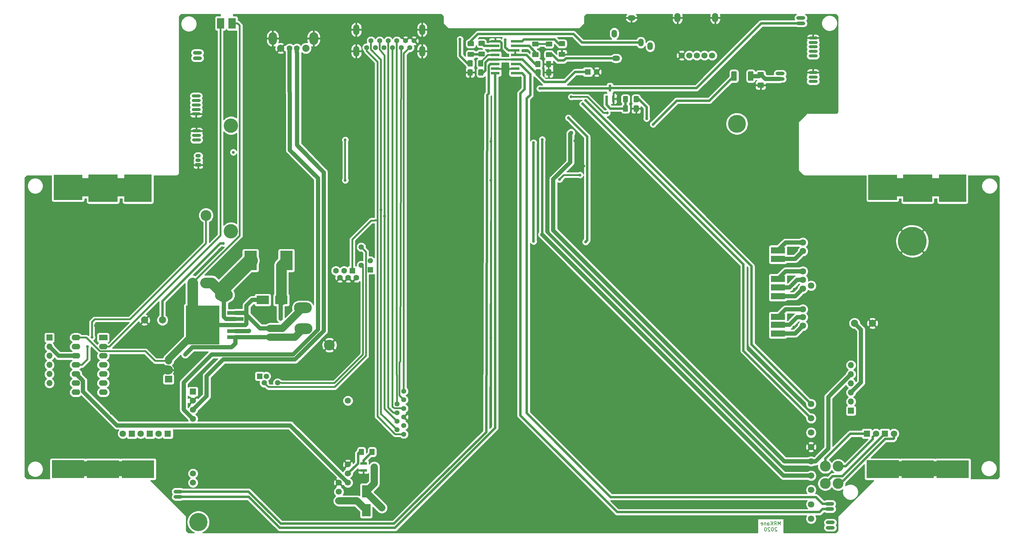
<source format=gtl>
G04 #@! TF.GenerationSoftware,KiCad,Pcbnew,(5.1.5-0-10_14)*
G04 #@! TF.CreationDate,2020-07-09T12:53:03+12:00*
G04 #@! TF.ProjectId,PS2BaseMount,50533242-6173-4654-9d6f-756e742e6b69,rev?*
G04 #@! TF.SameCoordinates,Original*
G04 #@! TF.FileFunction,Copper,L1,Top*
G04 #@! TF.FilePolarity,Positive*
%FSLAX46Y46*%
G04 Gerber Fmt 4.6, Leading zero omitted, Abs format (unit mm)*
G04 Created by KiCad (PCBNEW (5.1.5-0-10_14)) date 2020-07-09 12:53:03*
%MOMM*%
%LPD*%
G04 APERTURE LIST*
%ADD10C,0.150000*%
%ADD11R,3.500000X5.400000*%
%ADD12R,1.600000X1.600000*%
%ADD13C,1.600000*%
%ADD14C,4.000000*%
%ADD15C,5.000000*%
%ADD16R,1.500000X1.500000*%
%ADD17C,1.500000*%
%ADD18O,2.500000X0.900000*%
%ADD19C,2.000000*%
%ADD20O,2.300000X3.500000*%
%ADD21O,2.500000X3.500000*%
%ADD22C,5.080000*%
%ADD23C,1.700000*%
%ADD24R,1.700000X1.700000*%
%ADD25R,9.000000X5.000000*%
%ADD26C,0.100000*%
%ADD27O,2.500000X1.000000*%
%ADD28O,1.700000X3.000000*%
%ADD29C,1.400000*%
%ADD30C,8.000000*%
%ADD31R,4.000000X1.800000*%
%ADD32O,1.500000X2.200000*%
%ADD33O,2.200000X1.500000*%
%ADD34C,1.800000*%
%ADD35O,1.700000X1.700000*%
%ADD36R,2.000000X1.905000*%
%ADD37O,2.000000X1.905000*%
%ADD38O,1.500000X1.050000*%
%ADD39R,1.500000X1.050000*%
%ADD40R,2.400000X3.500000*%
%ADD41C,3.000000*%
%ADD42R,2.000000X3.000000*%
%ADD43R,2.400000X1.600000*%
%ADD44O,2.400000X1.600000*%
%ADD45R,1.800000X1.800000*%
%ADD46R,0.800000X1.900000*%
%ADD47R,1.900000X0.800000*%
%ADD48R,2.400000X0.800000*%
%ADD49R,3.500000X2.400000*%
%ADD50R,4.600000X1.100000*%
%ADD51R,9.400000X10.800000*%
%ADD52O,5.000000X3.000000*%
%ADD53O,1.700000X2.600000*%
%ADD54C,0.800000*%
%ADD55C,1.200000*%
%ADD56C,2.500000*%
%ADD57C,0.700000*%
%ADD58C,0.500000*%
%ADD59C,2.000000*%
%ADD60C,3.000000*%
%ADD61C,4.000000*%
%ADD62C,0.254000*%
G04 APERTURE END LIST*
D10*
X225266666Y-172227380D02*
X225266666Y-171227380D01*
X224933333Y-171941666D01*
X224600000Y-171227380D01*
X224600000Y-172227380D01*
X223552380Y-172227380D02*
X223885714Y-171751190D01*
X224123809Y-172227380D02*
X224123809Y-171227380D01*
X223742857Y-171227380D01*
X223647619Y-171275000D01*
X223600000Y-171322619D01*
X223552380Y-171417857D01*
X223552380Y-171560714D01*
X223600000Y-171655952D01*
X223647619Y-171703571D01*
X223742857Y-171751190D01*
X224123809Y-171751190D01*
X223123809Y-172227380D02*
X223123809Y-171227380D01*
X222552380Y-172227380D02*
X222980952Y-171655952D01*
X222552380Y-171227380D02*
X223123809Y-171798809D01*
X221695238Y-172227380D02*
X221695238Y-171703571D01*
X221742857Y-171608333D01*
X221838095Y-171560714D01*
X222028571Y-171560714D01*
X222123809Y-171608333D01*
X221695238Y-172179761D02*
X221790476Y-172227380D01*
X222028571Y-172227380D01*
X222123809Y-172179761D01*
X222171428Y-172084523D01*
X222171428Y-171989285D01*
X222123809Y-171894047D01*
X222028571Y-171846428D01*
X221790476Y-171846428D01*
X221695238Y-171798809D01*
X221219047Y-171560714D02*
X221219047Y-172227380D01*
X221219047Y-171655952D02*
X221171428Y-171608333D01*
X221076190Y-171560714D01*
X220933333Y-171560714D01*
X220838095Y-171608333D01*
X220790476Y-171703571D01*
X220790476Y-172227380D01*
X219933333Y-172179761D02*
X220028571Y-172227380D01*
X220219047Y-172227380D01*
X220314285Y-172179761D01*
X220361904Y-172084523D01*
X220361904Y-171703571D01*
X220314285Y-171608333D01*
X220219047Y-171560714D01*
X220028571Y-171560714D01*
X219933333Y-171608333D01*
X219885714Y-171703571D01*
X219885714Y-171798809D01*
X220361904Y-171894047D01*
X224314285Y-172972619D02*
X224266666Y-172925000D01*
X224171428Y-172877380D01*
X223933333Y-172877380D01*
X223838095Y-172925000D01*
X223790476Y-172972619D01*
X223742857Y-173067857D01*
X223742857Y-173163095D01*
X223790476Y-173305952D01*
X224361904Y-173877380D01*
X223742857Y-173877380D01*
X223123809Y-172877380D02*
X223028571Y-172877380D01*
X222933333Y-172925000D01*
X222885714Y-172972619D01*
X222838095Y-173067857D01*
X222790476Y-173258333D01*
X222790476Y-173496428D01*
X222838095Y-173686904D01*
X222885714Y-173782142D01*
X222933333Y-173829761D01*
X223028571Y-173877380D01*
X223123809Y-173877380D01*
X223219047Y-173829761D01*
X223266666Y-173782142D01*
X223314285Y-173686904D01*
X223361904Y-173496428D01*
X223361904Y-173258333D01*
X223314285Y-173067857D01*
X223266666Y-172972619D01*
X223219047Y-172925000D01*
X223123809Y-172877380D01*
X222409523Y-172972619D02*
X222361904Y-172925000D01*
X222266666Y-172877380D01*
X222028571Y-172877380D01*
X221933333Y-172925000D01*
X221885714Y-172972619D01*
X221838095Y-173067857D01*
X221838095Y-173163095D01*
X221885714Y-173305952D01*
X222457142Y-173877380D01*
X221838095Y-173877380D01*
X221219047Y-172877380D02*
X221123809Y-172877380D01*
X221028571Y-172925000D01*
X220980952Y-172972619D01*
X220933333Y-173067857D01*
X220885714Y-173258333D01*
X220885714Y-173496428D01*
X220933333Y-173686904D01*
X220980952Y-173782142D01*
X221028571Y-173829761D01*
X221123809Y-173877380D01*
X221219047Y-173877380D01*
X221314285Y-173829761D01*
X221361904Y-173782142D01*
X221409523Y-173686904D01*
X221457142Y-173496428D01*
X221457142Y-173258333D01*
X221409523Y-173067857D01*
X221361904Y-172972619D01*
X221314285Y-172925000D01*
X221219047Y-172877380D01*
D11*
X87600000Y-98400000D03*
X77600000Y-98400000D03*
D12*
X105972000Y-101245000D03*
D13*
X103682000Y-101245000D03*
X101392000Y-101245000D03*
X107117000Y-103225000D03*
X104827000Y-103225000D03*
X102537000Y-103225000D03*
D14*
X72172000Y-90245000D03*
X72172000Y-60745000D03*
D15*
X213172000Y-60245000D03*
D16*
X111000000Y-101000000D03*
D17*
X108460000Y-99730000D03*
X111000000Y-98460000D03*
X108460000Y-94650000D03*
D18*
X234400000Y-36300000D03*
X234400000Y-37550000D03*
X234400000Y-38800000D03*
X234400000Y-41300000D03*
X234400000Y-40050000D03*
D13*
X88505200Y-39198000D03*
X90505200Y-39198000D03*
D19*
X86005200Y-39198000D03*
X93005200Y-39198000D03*
D20*
X83805200Y-36448000D03*
D21*
X95205200Y-36448000D03*
D22*
X63071958Y-171342759D03*
D23*
X61571958Y-160372759D03*
X61571958Y-157832759D03*
X61571958Y-142592759D03*
X61571958Y-140052759D03*
X61571958Y-137512759D03*
D24*
X61571958Y-134972759D03*
D23*
X104751958Y-137512759D03*
X104751958Y-155292759D03*
X104751958Y-157832759D03*
X102211958Y-160372759D03*
X104751958Y-160372759D03*
X102211958Y-162912759D03*
X102211958Y-165452759D03*
D17*
X85148000Y-132515757D03*
X82012000Y-130675757D03*
X81415400Y-132515757D03*
D16*
X80144000Y-130675757D03*
D25*
X273304000Y-156600000D03*
X263554000Y-156600000D03*
G04 #@! TA.AperFunction,SMDPad,CuDef*
D26*
G36*
X267563755Y-74450961D02*
G01*
X267573134Y-74453806D01*
X267581779Y-74458427D01*
X267589355Y-74464645D01*
X267595573Y-74472221D01*
X267600194Y-74480866D01*
X267603039Y-74490245D01*
X267604000Y-74500000D01*
X267604000Y-75450000D01*
X269504000Y-75450000D01*
X269504000Y-74500000D01*
X269504961Y-74490245D01*
X269507806Y-74480866D01*
X269512427Y-74472221D01*
X269518645Y-74464645D01*
X269526221Y-74458427D01*
X269534866Y-74453806D01*
X269544245Y-74450961D01*
X269554000Y-74450000D01*
X277054000Y-74450000D01*
X277063755Y-74450961D01*
X277073134Y-74453806D01*
X277081779Y-74458427D01*
X277089355Y-74464645D01*
X277095573Y-74472221D01*
X277100194Y-74480866D01*
X277103039Y-74490245D01*
X277104000Y-74500000D01*
X277104000Y-82000000D01*
X277103039Y-82009755D01*
X277100194Y-82019134D01*
X277095573Y-82027779D01*
X277089355Y-82035355D01*
X277081779Y-82041573D01*
X277073134Y-82046194D01*
X277063755Y-82049039D01*
X277054000Y-82050000D01*
X269554000Y-82050000D01*
X269544245Y-82049039D01*
X269534866Y-82046194D01*
X269526221Y-82041573D01*
X269518645Y-82035355D01*
X269512427Y-82027779D01*
X269507806Y-82019134D01*
X269504961Y-82009755D01*
X269504000Y-82000000D01*
X269504000Y-80550000D01*
X267604000Y-80550000D01*
X267604000Y-82000000D01*
X267603039Y-82009755D01*
X267600194Y-82019134D01*
X267595573Y-82027779D01*
X267589355Y-82035355D01*
X267581779Y-82041573D01*
X267573134Y-82046194D01*
X267563755Y-82049039D01*
X267554000Y-82050000D01*
X259554000Y-82050000D01*
X259544245Y-82049039D01*
X259534866Y-82046194D01*
X259526221Y-82041573D01*
X259518645Y-82035355D01*
X259512427Y-82027779D01*
X259507806Y-82019134D01*
X259504961Y-82009755D01*
X259504000Y-82000000D01*
X259504000Y-80550000D01*
X257804000Y-80550000D01*
X257804000Y-81500000D01*
X249804000Y-81500000D01*
X249804000Y-74500000D01*
X257804000Y-74500000D01*
X257804000Y-75450000D01*
X259504000Y-75450000D01*
X259504000Y-74500000D01*
X259504961Y-74490245D01*
X259507806Y-74480866D01*
X259512427Y-74472221D01*
X259518645Y-74464645D01*
X259526221Y-74458427D01*
X259534866Y-74453806D01*
X259544245Y-74450961D01*
X259554000Y-74450000D01*
X267554000Y-74450000D01*
X267563755Y-74450961D01*
G37*
G04 #@! TD.AperFunction*
G04 #@! TA.AperFunction,ComponentPad*
G36*
X258304000Y-154450000D02*
G01*
X277554000Y-154450000D01*
X277563755Y-154450961D01*
X277573134Y-154453806D01*
X277581779Y-154458427D01*
X277589355Y-154464645D01*
X277595573Y-154472221D01*
X277600194Y-154480866D01*
X277603039Y-154490245D01*
X277604000Y-154500000D01*
X277604000Y-158500000D01*
X277603039Y-158509755D01*
X277600194Y-158519134D01*
X277595573Y-158527779D01*
X277589355Y-158535355D01*
X277581779Y-158541573D01*
X277573134Y-158546194D01*
X277563755Y-158549039D01*
X277554000Y-158550000D01*
X258304000Y-158550000D01*
X258304000Y-159100000D01*
X249304000Y-159100000D01*
X249304000Y-154100000D01*
X258304000Y-154100000D01*
X258304000Y-154450000D01*
G37*
G04 #@! TD.AperFunction*
D27*
X231000000Y-32250000D03*
X231000000Y-30750000D03*
X57400000Y-164350000D03*
X57400000Y-162850000D03*
X62800000Y-41950000D03*
X62800000Y-40450000D03*
G04 #@! TA.AperFunction,SMDPad,CuDef*
D26*
G36*
X212899505Y-45626204D02*
G01*
X212923773Y-45629804D01*
X212947572Y-45635765D01*
X212970671Y-45644030D01*
X212992850Y-45654520D01*
X213013893Y-45667132D01*
X213033599Y-45681747D01*
X213051777Y-45698223D01*
X213068253Y-45716401D01*
X213082868Y-45736107D01*
X213095480Y-45757150D01*
X213105970Y-45779329D01*
X213114235Y-45802428D01*
X213120196Y-45826227D01*
X213123796Y-45850495D01*
X213125000Y-45874999D01*
X213125000Y-48025001D01*
X213123796Y-48049505D01*
X213120196Y-48073773D01*
X213114235Y-48097572D01*
X213105970Y-48120671D01*
X213095480Y-48142850D01*
X213082868Y-48163893D01*
X213068253Y-48183599D01*
X213051777Y-48201777D01*
X213033599Y-48218253D01*
X213013893Y-48232868D01*
X212992850Y-48245480D01*
X212970671Y-48255970D01*
X212947572Y-48264235D01*
X212923773Y-48270196D01*
X212899505Y-48273796D01*
X212875001Y-48275000D01*
X211849999Y-48275000D01*
X211825495Y-48273796D01*
X211801227Y-48270196D01*
X211777428Y-48264235D01*
X211754329Y-48255970D01*
X211732150Y-48245480D01*
X211711107Y-48232868D01*
X211691401Y-48218253D01*
X211673223Y-48201777D01*
X211656747Y-48183599D01*
X211642132Y-48163893D01*
X211629520Y-48142850D01*
X211619030Y-48120671D01*
X211610765Y-48097572D01*
X211604804Y-48073773D01*
X211601204Y-48049505D01*
X211600000Y-48025001D01*
X211600000Y-45874999D01*
X211601204Y-45850495D01*
X211604804Y-45826227D01*
X211610765Y-45802428D01*
X211619030Y-45779329D01*
X211629520Y-45757150D01*
X211642132Y-45736107D01*
X211656747Y-45716401D01*
X211673223Y-45698223D01*
X211691401Y-45681747D01*
X211711107Y-45667132D01*
X211732150Y-45654520D01*
X211754329Y-45644030D01*
X211777428Y-45635765D01*
X211801227Y-45629804D01*
X211825495Y-45626204D01*
X211849999Y-45625000D01*
X212875001Y-45625000D01*
X212899505Y-45626204D01*
G37*
G04 #@! TD.AperFunction*
G04 #@! TA.AperFunction,SMDPad,CuDef*
G36*
X217574505Y-45626204D02*
G01*
X217598773Y-45629804D01*
X217622572Y-45635765D01*
X217645671Y-45644030D01*
X217667850Y-45654520D01*
X217688893Y-45667132D01*
X217708599Y-45681747D01*
X217726777Y-45698223D01*
X217743253Y-45716401D01*
X217757868Y-45736107D01*
X217770480Y-45757150D01*
X217780970Y-45779329D01*
X217789235Y-45802428D01*
X217795196Y-45826227D01*
X217798796Y-45850495D01*
X217800000Y-45874999D01*
X217800000Y-48025001D01*
X217798796Y-48049505D01*
X217795196Y-48073773D01*
X217789235Y-48097572D01*
X217780970Y-48120671D01*
X217770480Y-48142850D01*
X217757868Y-48163893D01*
X217743253Y-48183599D01*
X217726777Y-48201777D01*
X217708599Y-48218253D01*
X217688893Y-48232868D01*
X217667850Y-48245480D01*
X217645671Y-48255970D01*
X217622572Y-48264235D01*
X217598773Y-48270196D01*
X217574505Y-48273796D01*
X217550001Y-48275000D01*
X216524999Y-48275000D01*
X216500495Y-48273796D01*
X216476227Y-48270196D01*
X216452428Y-48264235D01*
X216429329Y-48255970D01*
X216407150Y-48245480D01*
X216386107Y-48232868D01*
X216366401Y-48218253D01*
X216348223Y-48201777D01*
X216331747Y-48183599D01*
X216317132Y-48163893D01*
X216304520Y-48142850D01*
X216294030Y-48120671D01*
X216285765Y-48097572D01*
X216279804Y-48073773D01*
X216276204Y-48049505D01*
X216275000Y-48025001D01*
X216275000Y-45874999D01*
X216276204Y-45850495D01*
X216279804Y-45826227D01*
X216285765Y-45802428D01*
X216294030Y-45779329D01*
X216304520Y-45757150D01*
X216317132Y-45736107D01*
X216331747Y-45716401D01*
X216348223Y-45698223D01*
X216366401Y-45681747D01*
X216386107Y-45667132D01*
X216407150Y-45654520D01*
X216429329Y-45644030D01*
X216452428Y-45635765D01*
X216476227Y-45629804D01*
X216500495Y-45626204D01*
X216524999Y-45625000D01*
X217550001Y-45625000D01*
X217574505Y-45626204D01*
G37*
G04 #@! TD.AperFunction*
G04 #@! TA.AperFunction,SMDPad,CuDef*
G36*
X220449504Y-45801204D02*
G01*
X220473773Y-45804804D01*
X220497571Y-45810765D01*
X220520671Y-45819030D01*
X220542849Y-45829520D01*
X220563893Y-45842133D01*
X220583598Y-45856747D01*
X220601777Y-45873223D01*
X220618253Y-45891402D01*
X220632867Y-45911107D01*
X220645480Y-45932151D01*
X220655970Y-45954329D01*
X220664235Y-45977429D01*
X220670196Y-46001227D01*
X220673796Y-46025496D01*
X220675000Y-46050000D01*
X220675000Y-46975000D01*
X220673796Y-46999504D01*
X220670196Y-47023773D01*
X220664235Y-47047571D01*
X220655970Y-47070671D01*
X220645480Y-47092849D01*
X220632867Y-47113893D01*
X220618253Y-47133598D01*
X220601777Y-47151777D01*
X220583598Y-47168253D01*
X220563893Y-47182867D01*
X220542849Y-47195480D01*
X220520671Y-47205970D01*
X220497571Y-47214235D01*
X220473773Y-47220196D01*
X220449504Y-47223796D01*
X220425000Y-47225000D01*
X219175000Y-47225000D01*
X219150496Y-47223796D01*
X219126227Y-47220196D01*
X219102429Y-47214235D01*
X219079329Y-47205970D01*
X219057151Y-47195480D01*
X219036107Y-47182867D01*
X219016402Y-47168253D01*
X218998223Y-47151777D01*
X218981747Y-47133598D01*
X218967133Y-47113893D01*
X218954520Y-47092849D01*
X218944030Y-47070671D01*
X218935765Y-47047571D01*
X218929804Y-47023773D01*
X218926204Y-46999504D01*
X218925000Y-46975000D01*
X218925000Y-46050000D01*
X218926204Y-46025496D01*
X218929804Y-46001227D01*
X218935765Y-45977429D01*
X218944030Y-45954329D01*
X218954520Y-45932151D01*
X218967133Y-45911107D01*
X218981747Y-45891402D01*
X218998223Y-45873223D01*
X219016402Y-45856747D01*
X219036107Y-45842133D01*
X219057151Y-45829520D01*
X219079329Y-45819030D01*
X219102429Y-45810765D01*
X219126227Y-45804804D01*
X219150496Y-45801204D01*
X219175000Y-45800000D01*
X220425000Y-45800000D01*
X220449504Y-45801204D01*
G37*
G04 #@! TD.AperFunction*
G04 #@! TA.AperFunction,SMDPad,CuDef*
G36*
X220449504Y-48776204D02*
G01*
X220473773Y-48779804D01*
X220497571Y-48785765D01*
X220520671Y-48794030D01*
X220542849Y-48804520D01*
X220563893Y-48817133D01*
X220583598Y-48831747D01*
X220601777Y-48848223D01*
X220618253Y-48866402D01*
X220632867Y-48886107D01*
X220645480Y-48907151D01*
X220655970Y-48929329D01*
X220664235Y-48952429D01*
X220670196Y-48976227D01*
X220673796Y-49000496D01*
X220675000Y-49025000D01*
X220675000Y-49950000D01*
X220673796Y-49974504D01*
X220670196Y-49998773D01*
X220664235Y-50022571D01*
X220655970Y-50045671D01*
X220645480Y-50067849D01*
X220632867Y-50088893D01*
X220618253Y-50108598D01*
X220601777Y-50126777D01*
X220583598Y-50143253D01*
X220563893Y-50157867D01*
X220542849Y-50170480D01*
X220520671Y-50180970D01*
X220497571Y-50189235D01*
X220473773Y-50195196D01*
X220449504Y-50198796D01*
X220425000Y-50200000D01*
X219175000Y-50200000D01*
X219150496Y-50198796D01*
X219126227Y-50195196D01*
X219102429Y-50189235D01*
X219079329Y-50180970D01*
X219057151Y-50170480D01*
X219036107Y-50157867D01*
X219016402Y-50143253D01*
X218998223Y-50126777D01*
X218981747Y-50108598D01*
X218967133Y-50088893D01*
X218954520Y-50067849D01*
X218944030Y-50045671D01*
X218935765Y-50022571D01*
X218929804Y-49998773D01*
X218926204Y-49974504D01*
X218925000Y-49950000D01*
X218925000Y-49025000D01*
X218926204Y-49000496D01*
X218929804Y-48976227D01*
X218935765Y-48952429D01*
X218944030Y-48929329D01*
X218954520Y-48907151D01*
X218967133Y-48886107D01*
X218981747Y-48866402D01*
X218998223Y-48848223D01*
X219016402Y-48831747D01*
X219036107Y-48817133D01*
X219057151Y-48804520D01*
X219079329Y-48794030D01*
X219102429Y-48785765D01*
X219126227Y-48779804D01*
X219150496Y-48776204D01*
X219175000Y-48775000D01*
X220425000Y-48775000D01*
X220449504Y-48776204D01*
G37*
G04 #@! TD.AperFunction*
D28*
X107100000Y-34000000D03*
X125450000Y-34000000D03*
X125450000Y-40000000D03*
X107100000Y-40000000D03*
D29*
X110000000Y-39000000D03*
X111200000Y-37100000D03*
X112400000Y-39000000D03*
X113600000Y-37100000D03*
X114800000Y-39000000D03*
X116000000Y-37100000D03*
X117200000Y-39000000D03*
X118400000Y-37100000D03*
X120800000Y-37100000D03*
X123200000Y-37100000D03*
X119600000Y-39000000D03*
X122000000Y-39000000D03*
X120345500Y-146857500D03*
X118445500Y-145657500D03*
X120345500Y-144457500D03*
X118445500Y-143257500D03*
X120345500Y-142057500D03*
X118445500Y-140857500D03*
X120345500Y-139657500D03*
X118445500Y-138457500D03*
X120345500Y-137257500D03*
X120345500Y-134857500D03*
D30*
X262054000Y-93000000D03*
D18*
X234400000Y-45950000D03*
X234400000Y-48450000D03*
X234400000Y-47200000D03*
X62554000Y-64760000D03*
X62554000Y-62260000D03*
X62554000Y-63510000D03*
X62454000Y-57510000D03*
X62454000Y-56260000D03*
X62454000Y-55010000D03*
X62454000Y-52510000D03*
X62454000Y-53760000D03*
D27*
X239000000Y-166250000D03*
X239000000Y-167750000D03*
D31*
X224608900Y-118741700D03*
X224608900Y-116341700D03*
X224608900Y-114141700D03*
X224608900Y-108341700D03*
X224608900Y-105891700D03*
X224608900Y-103541700D03*
X224608900Y-97911700D03*
X224608900Y-95541700D03*
D32*
X186400000Y-37600000D03*
D33*
X179500000Y-42000000D03*
D32*
X189000000Y-38600000D03*
X179000000Y-35100000D03*
D33*
X183800000Y-30700000D03*
D34*
X233845500Y-105417500D03*
X231545500Y-93417500D03*
X231545500Y-95787500D03*
X231545500Y-101417500D03*
X231545500Y-103767500D03*
X231545500Y-106217500D03*
X231545500Y-112017500D03*
X231545500Y-114217500D03*
X231545500Y-116617500D03*
X233845500Y-170417500D03*
X233845500Y-166417500D03*
X233845500Y-162417500D03*
X233845500Y-158417500D03*
X233845500Y-154417500D03*
X233845500Y-150417500D03*
X233845500Y-146417500D03*
X233845500Y-142417500D03*
X233845500Y-138417500D03*
D24*
X244954000Y-140310000D03*
D35*
X244954000Y-137770000D03*
X244954000Y-135230000D03*
X244954000Y-132690000D03*
X244954000Y-130150000D03*
X244954000Y-127610000D03*
D36*
X54750000Y-131500000D03*
D37*
X54750000Y-128960000D03*
X54750000Y-126420000D03*
D38*
X63025000Y-70455000D03*
X63025000Y-69185000D03*
D39*
X63025000Y-71725000D03*
D40*
X109854000Y-162815000D03*
X109854000Y-168015000D03*
G04 #@! TA.AperFunction,SMDPad,CuDef*
D26*
G36*
X182599504Y-55126204D02*
G01*
X182623773Y-55129804D01*
X182647571Y-55135765D01*
X182670671Y-55144030D01*
X182692849Y-55154520D01*
X182713893Y-55167133D01*
X182733598Y-55181747D01*
X182751777Y-55198223D01*
X182768253Y-55216402D01*
X182782867Y-55236107D01*
X182795480Y-55257151D01*
X182805970Y-55279329D01*
X182814235Y-55302429D01*
X182820196Y-55326227D01*
X182823796Y-55350496D01*
X182825000Y-55375000D01*
X182825000Y-56625000D01*
X182823796Y-56649504D01*
X182820196Y-56673773D01*
X182814235Y-56697571D01*
X182805970Y-56720671D01*
X182795480Y-56742849D01*
X182782867Y-56763893D01*
X182768253Y-56783598D01*
X182751777Y-56801777D01*
X182733598Y-56818253D01*
X182713893Y-56832867D01*
X182692849Y-56845480D01*
X182670671Y-56855970D01*
X182647571Y-56864235D01*
X182623773Y-56870196D01*
X182599504Y-56873796D01*
X182575000Y-56875000D01*
X181650000Y-56875000D01*
X181625496Y-56873796D01*
X181601227Y-56870196D01*
X181577429Y-56864235D01*
X181554329Y-56855970D01*
X181532151Y-56845480D01*
X181511107Y-56832867D01*
X181491402Y-56818253D01*
X181473223Y-56801777D01*
X181456747Y-56783598D01*
X181442133Y-56763893D01*
X181429520Y-56742849D01*
X181419030Y-56720671D01*
X181410765Y-56697571D01*
X181404804Y-56673773D01*
X181401204Y-56649504D01*
X181400000Y-56625000D01*
X181400000Y-55375000D01*
X181401204Y-55350496D01*
X181404804Y-55326227D01*
X181410765Y-55302429D01*
X181419030Y-55279329D01*
X181429520Y-55257151D01*
X181442133Y-55236107D01*
X181456747Y-55216402D01*
X181473223Y-55198223D01*
X181491402Y-55181747D01*
X181511107Y-55167133D01*
X181532151Y-55154520D01*
X181554329Y-55144030D01*
X181577429Y-55135765D01*
X181601227Y-55129804D01*
X181625496Y-55126204D01*
X181650000Y-55125000D01*
X182575000Y-55125000D01*
X182599504Y-55126204D01*
G37*
G04 #@! TD.AperFunction*
G04 #@! TA.AperFunction,SMDPad,CuDef*
G36*
X185574504Y-55126204D02*
G01*
X185598773Y-55129804D01*
X185622571Y-55135765D01*
X185645671Y-55144030D01*
X185667849Y-55154520D01*
X185688893Y-55167133D01*
X185708598Y-55181747D01*
X185726777Y-55198223D01*
X185743253Y-55216402D01*
X185757867Y-55236107D01*
X185770480Y-55257151D01*
X185780970Y-55279329D01*
X185789235Y-55302429D01*
X185795196Y-55326227D01*
X185798796Y-55350496D01*
X185800000Y-55375000D01*
X185800000Y-56625000D01*
X185798796Y-56649504D01*
X185795196Y-56673773D01*
X185789235Y-56697571D01*
X185780970Y-56720671D01*
X185770480Y-56742849D01*
X185757867Y-56763893D01*
X185743253Y-56783598D01*
X185726777Y-56801777D01*
X185708598Y-56818253D01*
X185688893Y-56832867D01*
X185667849Y-56845480D01*
X185645671Y-56855970D01*
X185622571Y-56864235D01*
X185598773Y-56870196D01*
X185574504Y-56873796D01*
X185550000Y-56875000D01*
X184625000Y-56875000D01*
X184600496Y-56873796D01*
X184576227Y-56870196D01*
X184552429Y-56864235D01*
X184529329Y-56855970D01*
X184507151Y-56845480D01*
X184486107Y-56832867D01*
X184466402Y-56818253D01*
X184448223Y-56801777D01*
X184431747Y-56783598D01*
X184417133Y-56763893D01*
X184404520Y-56742849D01*
X184394030Y-56720671D01*
X184385765Y-56697571D01*
X184379804Y-56673773D01*
X184376204Y-56649504D01*
X184375000Y-56625000D01*
X184375000Y-55375000D01*
X184376204Y-55350496D01*
X184379804Y-55326227D01*
X184385765Y-55302429D01*
X184394030Y-55279329D01*
X184404520Y-55257151D01*
X184417133Y-55236107D01*
X184431747Y-55216402D01*
X184448223Y-55198223D01*
X184466402Y-55181747D01*
X184486107Y-55167133D01*
X184507151Y-55154520D01*
X184529329Y-55144030D01*
X184552429Y-55135765D01*
X184576227Y-55129804D01*
X184600496Y-55126204D01*
X184625000Y-55125000D01*
X185550000Y-55125000D01*
X185574504Y-55126204D01*
G37*
G04 #@! TD.AperFunction*
G04 #@! TA.AperFunction,SMDPad,CuDef*
G36*
X185574504Y-52526204D02*
G01*
X185598773Y-52529804D01*
X185622571Y-52535765D01*
X185645671Y-52544030D01*
X185667849Y-52554520D01*
X185688893Y-52567133D01*
X185708598Y-52581747D01*
X185726777Y-52598223D01*
X185743253Y-52616402D01*
X185757867Y-52636107D01*
X185770480Y-52657151D01*
X185780970Y-52679329D01*
X185789235Y-52702429D01*
X185795196Y-52726227D01*
X185798796Y-52750496D01*
X185800000Y-52775000D01*
X185800000Y-54025000D01*
X185798796Y-54049504D01*
X185795196Y-54073773D01*
X185789235Y-54097571D01*
X185780970Y-54120671D01*
X185770480Y-54142849D01*
X185757867Y-54163893D01*
X185743253Y-54183598D01*
X185726777Y-54201777D01*
X185708598Y-54218253D01*
X185688893Y-54232867D01*
X185667849Y-54245480D01*
X185645671Y-54255970D01*
X185622571Y-54264235D01*
X185598773Y-54270196D01*
X185574504Y-54273796D01*
X185550000Y-54275000D01*
X184625000Y-54275000D01*
X184600496Y-54273796D01*
X184576227Y-54270196D01*
X184552429Y-54264235D01*
X184529329Y-54255970D01*
X184507151Y-54245480D01*
X184486107Y-54232867D01*
X184466402Y-54218253D01*
X184448223Y-54201777D01*
X184431747Y-54183598D01*
X184417133Y-54163893D01*
X184404520Y-54142849D01*
X184394030Y-54120671D01*
X184385765Y-54097571D01*
X184379804Y-54073773D01*
X184376204Y-54049504D01*
X184375000Y-54025000D01*
X184375000Y-52775000D01*
X184376204Y-52750496D01*
X184379804Y-52726227D01*
X184385765Y-52702429D01*
X184394030Y-52679329D01*
X184404520Y-52657151D01*
X184417133Y-52636107D01*
X184431747Y-52616402D01*
X184448223Y-52598223D01*
X184466402Y-52581747D01*
X184486107Y-52567133D01*
X184507151Y-52554520D01*
X184529329Y-52544030D01*
X184552429Y-52535765D01*
X184576227Y-52529804D01*
X184600496Y-52526204D01*
X184625000Y-52525000D01*
X185550000Y-52525000D01*
X185574504Y-52526204D01*
G37*
G04 #@! TD.AperFunction*
G04 #@! TA.AperFunction,SMDPad,CuDef*
G36*
X182599504Y-52526204D02*
G01*
X182623773Y-52529804D01*
X182647571Y-52535765D01*
X182670671Y-52544030D01*
X182692849Y-52554520D01*
X182713893Y-52567133D01*
X182733598Y-52581747D01*
X182751777Y-52598223D01*
X182768253Y-52616402D01*
X182782867Y-52636107D01*
X182795480Y-52657151D01*
X182805970Y-52679329D01*
X182814235Y-52702429D01*
X182820196Y-52726227D01*
X182823796Y-52750496D01*
X182825000Y-52775000D01*
X182825000Y-54025000D01*
X182823796Y-54049504D01*
X182820196Y-54073773D01*
X182814235Y-54097571D01*
X182805970Y-54120671D01*
X182795480Y-54142849D01*
X182782867Y-54163893D01*
X182768253Y-54183598D01*
X182751777Y-54201777D01*
X182733598Y-54218253D01*
X182713893Y-54232867D01*
X182692849Y-54245480D01*
X182670671Y-54255970D01*
X182647571Y-54264235D01*
X182623773Y-54270196D01*
X182599504Y-54273796D01*
X182575000Y-54275000D01*
X181650000Y-54275000D01*
X181625496Y-54273796D01*
X181601227Y-54270196D01*
X181577429Y-54264235D01*
X181554329Y-54255970D01*
X181532151Y-54245480D01*
X181511107Y-54232867D01*
X181491402Y-54218253D01*
X181473223Y-54201777D01*
X181456747Y-54183598D01*
X181442133Y-54163893D01*
X181429520Y-54142849D01*
X181419030Y-54120671D01*
X181410765Y-54097571D01*
X181404804Y-54073773D01*
X181401204Y-54049504D01*
X181400000Y-54025000D01*
X181400000Y-52775000D01*
X181401204Y-52750496D01*
X181404804Y-52726227D01*
X181410765Y-52702429D01*
X181419030Y-52679329D01*
X181429520Y-52657151D01*
X181442133Y-52636107D01*
X181456747Y-52616402D01*
X181473223Y-52598223D01*
X181491402Y-52581747D01*
X181511107Y-52567133D01*
X181532151Y-52554520D01*
X181554329Y-52544030D01*
X181577429Y-52535765D01*
X181601227Y-52529804D01*
X181625496Y-52526204D01*
X181650000Y-52525000D01*
X182575000Y-52525000D01*
X182599504Y-52526204D01*
G37*
G04 #@! TD.AperFunction*
G04 #@! TA.AperFunction,SMDPad,CuDef*
G36*
X108999504Y-150926204D02*
G01*
X109023773Y-150929804D01*
X109047571Y-150935765D01*
X109070671Y-150944030D01*
X109092849Y-150954520D01*
X109113893Y-150967133D01*
X109133598Y-150981747D01*
X109151777Y-150998223D01*
X109168253Y-151016402D01*
X109182867Y-151036107D01*
X109195480Y-151057151D01*
X109205970Y-151079329D01*
X109214235Y-151102429D01*
X109220196Y-151126227D01*
X109223796Y-151150496D01*
X109225000Y-151175000D01*
X109225000Y-152425000D01*
X109223796Y-152449504D01*
X109220196Y-152473773D01*
X109214235Y-152497571D01*
X109205970Y-152520671D01*
X109195480Y-152542849D01*
X109182867Y-152563893D01*
X109168253Y-152583598D01*
X109151777Y-152601777D01*
X109133598Y-152618253D01*
X109113893Y-152632867D01*
X109092849Y-152645480D01*
X109070671Y-152655970D01*
X109047571Y-152664235D01*
X109023773Y-152670196D01*
X108999504Y-152673796D01*
X108975000Y-152675000D01*
X108050000Y-152675000D01*
X108025496Y-152673796D01*
X108001227Y-152670196D01*
X107977429Y-152664235D01*
X107954329Y-152655970D01*
X107932151Y-152645480D01*
X107911107Y-152632867D01*
X107891402Y-152618253D01*
X107873223Y-152601777D01*
X107856747Y-152583598D01*
X107842133Y-152563893D01*
X107829520Y-152542849D01*
X107819030Y-152520671D01*
X107810765Y-152497571D01*
X107804804Y-152473773D01*
X107801204Y-152449504D01*
X107800000Y-152425000D01*
X107800000Y-151175000D01*
X107801204Y-151150496D01*
X107804804Y-151126227D01*
X107810765Y-151102429D01*
X107819030Y-151079329D01*
X107829520Y-151057151D01*
X107842133Y-151036107D01*
X107856747Y-151016402D01*
X107873223Y-150998223D01*
X107891402Y-150981747D01*
X107911107Y-150967133D01*
X107932151Y-150954520D01*
X107954329Y-150944030D01*
X107977429Y-150935765D01*
X108001227Y-150929804D01*
X108025496Y-150926204D01*
X108050000Y-150925000D01*
X108975000Y-150925000D01*
X108999504Y-150926204D01*
G37*
G04 #@! TD.AperFunction*
G04 #@! TA.AperFunction,SMDPad,CuDef*
G36*
X111974504Y-150926204D02*
G01*
X111998773Y-150929804D01*
X112022571Y-150935765D01*
X112045671Y-150944030D01*
X112067849Y-150954520D01*
X112088893Y-150967133D01*
X112108598Y-150981747D01*
X112126777Y-150998223D01*
X112143253Y-151016402D01*
X112157867Y-151036107D01*
X112170480Y-151057151D01*
X112180970Y-151079329D01*
X112189235Y-151102429D01*
X112195196Y-151126227D01*
X112198796Y-151150496D01*
X112200000Y-151175000D01*
X112200000Y-152425000D01*
X112198796Y-152449504D01*
X112195196Y-152473773D01*
X112189235Y-152497571D01*
X112180970Y-152520671D01*
X112170480Y-152542849D01*
X112157867Y-152563893D01*
X112143253Y-152583598D01*
X112126777Y-152601777D01*
X112108598Y-152618253D01*
X112088893Y-152632867D01*
X112067849Y-152645480D01*
X112045671Y-152655970D01*
X112022571Y-152664235D01*
X111998773Y-152670196D01*
X111974504Y-152673796D01*
X111950000Y-152675000D01*
X111025000Y-152675000D01*
X111000496Y-152673796D01*
X110976227Y-152670196D01*
X110952429Y-152664235D01*
X110929329Y-152655970D01*
X110907151Y-152645480D01*
X110886107Y-152632867D01*
X110866402Y-152618253D01*
X110848223Y-152601777D01*
X110831747Y-152583598D01*
X110817133Y-152563893D01*
X110804520Y-152542849D01*
X110794030Y-152520671D01*
X110785765Y-152497571D01*
X110779804Y-152473773D01*
X110776204Y-152449504D01*
X110775000Y-152425000D01*
X110775000Y-151175000D01*
X110776204Y-151150496D01*
X110779804Y-151126227D01*
X110785765Y-151102429D01*
X110794030Y-151079329D01*
X110804520Y-151057151D01*
X110817133Y-151036107D01*
X110831747Y-151016402D01*
X110848223Y-150998223D01*
X110866402Y-150981747D01*
X110886107Y-150967133D01*
X110907151Y-150954520D01*
X110929329Y-150944030D01*
X110952429Y-150935765D01*
X110976227Y-150929804D01*
X111000496Y-150926204D01*
X111025000Y-150925000D01*
X111950000Y-150925000D01*
X111974504Y-150926204D01*
G37*
G04 #@! TD.AperFunction*
D27*
X225200000Y-47750000D03*
X225200000Y-46250000D03*
D41*
X99600000Y-122000000D03*
D42*
X69250000Y-32250000D03*
X72500000Y-32250000D03*
D24*
X21554000Y-119910000D03*
D35*
X21554000Y-122450000D03*
X21554000Y-124990000D03*
X21554000Y-127530000D03*
X21554000Y-130070000D03*
X21554000Y-132610000D03*
D43*
X36554000Y-119910000D03*
D44*
X28934000Y-135150000D03*
X36554000Y-122450000D03*
X28934000Y-132610000D03*
X36554000Y-124990000D03*
X28934000Y-130070000D03*
X36554000Y-127530000D03*
X28934000Y-127530000D03*
X36554000Y-130070000D03*
X28934000Y-124990000D03*
X36554000Y-132610000D03*
X28934000Y-122450000D03*
X36554000Y-135150000D03*
X28934000Y-119910000D03*
D41*
X65200000Y-85800000D03*
D45*
X44554000Y-146710000D03*
D34*
X42014000Y-146710000D03*
X47014000Y-146710000D03*
D45*
X49554000Y-146710000D03*
X54554000Y-146710000D03*
D34*
X52014000Y-146710000D03*
D19*
X48054000Y-115000000D03*
X53054000Y-115000000D03*
X245954000Y-115910000D03*
X250954000Y-115910000D03*
D25*
X46250000Y-156600000D03*
X36500000Y-156600000D03*
G04 #@! TA.AperFunction,SMDPad,CuDef*
D26*
G36*
X40509755Y-74450961D02*
G01*
X40519134Y-74453806D01*
X40527779Y-74458427D01*
X40535355Y-74464645D01*
X40541573Y-74472221D01*
X40546194Y-74480866D01*
X40549039Y-74490245D01*
X40550000Y-74500000D01*
X40550000Y-75450000D01*
X42450000Y-75450000D01*
X42450000Y-74500000D01*
X42450961Y-74490245D01*
X42453806Y-74480866D01*
X42458427Y-74472221D01*
X42464645Y-74464645D01*
X42472221Y-74458427D01*
X42480866Y-74453806D01*
X42490245Y-74450961D01*
X42500000Y-74450000D01*
X50000000Y-74450000D01*
X50009755Y-74450961D01*
X50019134Y-74453806D01*
X50027779Y-74458427D01*
X50035355Y-74464645D01*
X50041573Y-74472221D01*
X50046194Y-74480866D01*
X50049039Y-74490245D01*
X50050000Y-74500000D01*
X50050000Y-82000000D01*
X50049039Y-82009755D01*
X50046194Y-82019134D01*
X50041573Y-82027779D01*
X50035355Y-82035355D01*
X50027779Y-82041573D01*
X50019134Y-82046194D01*
X50009755Y-82049039D01*
X50000000Y-82050000D01*
X42500000Y-82050000D01*
X42490245Y-82049039D01*
X42480866Y-82046194D01*
X42472221Y-82041573D01*
X42464645Y-82035355D01*
X42458427Y-82027779D01*
X42453806Y-82019134D01*
X42450961Y-82009755D01*
X42450000Y-82000000D01*
X42450000Y-80550000D01*
X40550000Y-80550000D01*
X40550000Y-82000000D01*
X40549039Y-82009755D01*
X40546194Y-82019134D01*
X40541573Y-82027779D01*
X40535355Y-82035355D01*
X40527779Y-82041573D01*
X40519134Y-82046194D01*
X40509755Y-82049039D01*
X40500000Y-82050000D01*
X32500000Y-82050000D01*
X32490245Y-82049039D01*
X32480866Y-82046194D01*
X32472221Y-82041573D01*
X32464645Y-82035355D01*
X32458427Y-82027779D01*
X32453806Y-82019134D01*
X32450961Y-82009755D01*
X32450000Y-82000000D01*
X32450000Y-80550000D01*
X30750000Y-80550000D01*
X30750000Y-81500000D01*
X22750000Y-81500000D01*
X22750000Y-74500000D01*
X30750000Y-74500000D01*
X30750000Y-75450000D01*
X32450000Y-75450000D01*
X32450000Y-74500000D01*
X32450961Y-74490245D01*
X32453806Y-74480866D01*
X32458427Y-74472221D01*
X32464645Y-74464645D01*
X32472221Y-74458427D01*
X32480866Y-74453806D01*
X32490245Y-74450961D01*
X32500000Y-74450000D01*
X40500000Y-74450000D01*
X40509755Y-74450961D01*
G37*
G04 #@! TD.AperFunction*
G04 #@! TA.AperFunction,ComponentPad*
G36*
X31250000Y-154450000D02*
G01*
X50500000Y-154450000D01*
X50509755Y-154450961D01*
X50519134Y-154453806D01*
X50527779Y-154458427D01*
X50535355Y-154464645D01*
X50541573Y-154472221D01*
X50546194Y-154480866D01*
X50549039Y-154490245D01*
X50550000Y-154500000D01*
X50550000Y-158500000D01*
X50549039Y-158509755D01*
X50546194Y-158519134D01*
X50541573Y-158527779D01*
X50535355Y-158535355D01*
X50527779Y-158541573D01*
X50519134Y-158546194D01*
X50509755Y-158549039D01*
X50500000Y-158550000D01*
X31250000Y-158550000D01*
X31250000Y-159100000D01*
X22250000Y-159100000D01*
X22250000Y-154100000D01*
X31250000Y-154100000D01*
X31250000Y-154450000D01*
G37*
G04 #@! TD.AperFunction*
D46*
X176850000Y-53300000D03*
X178750000Y-53300000D03*
X177800000Y-50300000D03*
D47*
X109100000Y-155050000D03*
X109100000Y-156950000D03*
X112100000Y-156000000D03*
G04 #@! TA.AperFunction,SMDPad,CuDef*
D26*
G36*
X161449504Y-37288704D02*
G01*
X161473773Y-37292304D01*
X161497571Y-37298265D01*
X161520671Y-37306530D01*
X161542849Y-37317020D01*
X161563893Y-37329633D01*
X161583598Y-37344247D01*
X161601777Y-37360723D01*
X161618253Y-37378902D01*
X161632867Y-37398607D01*
X161645480Y-37419651D01*
X161655970Y-37441829D01*
X161664235Y-37464929D01*
X161670196Y-37488727D01*
X161673796Y-37512996D01*
X161675000Y-37537500D01*
X161675000Y-38462500D01*
X161673796Y-38487004D01*
X161670196Y-38511273D01*
X161664235Y-38535071D01*
X161655970Y-38558171D01*
X161645480Y-38580349D01*
X161632867Y-38601393D01*
X161618253Y-38621098D01*
X161601777Y-38639277D01*
X161583598Y-38655753D01*
X161563893Y-38670367D01*
X161542849Y-38682980D01*
X161520671Y-38693470D01*
X161497571Y-38701735D01*
X161473773Y-38707696D01*
X161449504Y-38711296D01*
X161425000Y-38712500D01*
X160175000Y-38712500D01*
X160150496Y-38711296D01*
X160126227Y-38707696D01*
X160102429Y-38701735D01*
X160079329Y-38693470D01*
X160057151Y-38682980D01*
X160036107Y-38670367D01*
X160016402Y-38655753D01*
X159998223Y-38639277D01*
X159981747Y-38621098D01*
X159967133Y-38601393D01*
X159954520Y-38580349D01*
X159944030Y-38558171D01*
X159935765Y-38535071D01*
X159929804Y-38511273D01*
X159926204Y-38487004D01*
X159925000Y-38462500D01*
X159925000Y-37537500D01*
X159926204Y-37512996D01*
X159929804Y-37488727D01*
X159935765Y-37464929D01*
X159944030Y-37441829D01*
X159954520Y-37419651D01*
X159967133Y-37398607D01*
X159981747Y-37378902D01*
X159998223Y-37360723D01*
X160016402Y-37344247D01*
X160036107Y-37329633D01*
X160057151Y-37317020D01*
X160079329Y-37306530D01*
X160102429Y-37298265D01*
X160126227Y-37292304D01*
X160150496Y-37288704D01*
X160175000Y-37287500D01*
X161425000Y-37287500D01*
X161449504Y-37288704D01*
G37*
G04 #@! TD.AperFunction*
G04 #@! TA.AperFunction,SMDPad,CuDef*
G36*
X161449504Y-40263704D02*
G01*
X161473773Y-40267304D01*
X161497571Y-40273265D01*
X161520671Y-40281530D01*
X161542849Y-40292020D01*
X161563893Y-40304633D01*
X161583598Y-40319247D01*
X161601777Y-40335723D01*
X161618253Y-40353902D01*
X161632867Y-40373607D01*
X161645480Y-40394651D01*
X161655970Y-40416829D01*
X161664235Y-40439929D01*
X161670196Y-40463727D01*
X161673796Y-40487996D01*
X161675000Y-40512500D01*
X161675000Y-41437500D01*
X161673796Y-41462004D01*
X161670196Y-41486273D01*
X161664235Y-41510071D01*
X161655970Y-41533171D01*
X161645480Y-41555349D01*
X161632867Y-41576393D01*
X161618253Y-41596098D01*
X161601777Y-41614277D01*
X161583598Y-41630753D01*
X161563893Y-41645367D01*
X161542849Y-41657980D01*
X161520671Y-41668470D01*
X161497571Y-41676735D01*
X161473773Y-41682696D01*
X161449504Y-41686296D01*
X161425000Y-41687500D01*
X160175000Y-41687500D01*
X160150496Y-41686296D01*
X160126227Y-41682696D01*
X160102429Y-41676735D01*
X160079329Y-41668470D01*
X160057151Y-41657980D01*
X160036107Y-41645367D01*
X160016402Y-41630753D01*
X159998223Y-41614277D01*
X159981747Y-41596098D01*
X159967133Y-41576393D01*
X159954520Y-41555349D01*
X159944030Y-41533171D01*
X159935765Y-41510071D01*
X159929804Y-41486273D01*
X159926204Y-41462004D01*
X159925000Y-41437500D01*
X159925000Y-40512500D01*
X159926204Y-40487996D01*
X159929804Y-40463727D01*
X159935765Y-40439929D01*
X159944030Y-40416829D01*
X159954520Y-40394651D01*
X159967133Y-40373607D01*
X159981747Y-40353902D01*
X159998223Y-40335723D01*
X160016402Y-40319247D01*
X160036107Y-40304633D01*
X160057151Y-40292020D01*
X160079329Y-40281530D01*
X160102429Y-40273265D01*
X160126227Y-40267304D01*
X160150496Y-40263704D01*
X160175000Y-40262500D01*
X161425000Y-40262500D01*
X161449504Y-40263704D01*
G37*
G04 #@! TD.AperFunction*
G04 #@! TA.AperFunction,SMDPad,CuDef*
G36*
X139649504Y-37201204D02*
G01*
X139673773Y-37204804D01*
X139697571Y-37210765D01*
X139720671Y-37219030D01*
X139742849Y-37229520D01*
X139763893Y-37242133D01*
X139783598Y-37256747D01*
X139801777Y-37273223D01*
X139818253Y-37291402D01*
X139832867Y-37311107D01*
X139845480Y-37332151D01*
X139855970Y-37354329D01*
X139864235Y-37377429D01*
X139870196Y-37401227D01*
X139873796Y-37425496D01*
X139875000Y-37450000D01*
X139875000Y-38375000D01*
X139873796Y-38399504D01*
X139870196Y-38423773D01*
X139864235Y-38447571D01*
X139855970Y-38470671D01*
X139845480Y-38492849D01*
X139832867Y-38513893D01*
X139818253Y-38533598D01*
X139801777Y-38551777D01*
X139783598Y-38568253D01*
X139763893Y-38582867D01*
X139742849Y-38595480D01*
X139720671Y-38605970D01*
X139697571Y-38614235D01*
X139673773Y-38620196D01*
X139649504Y-38623796D01*
X139625000Y-38625000D01*
X138375000Y-38625000D01*
X138350496Y-38623796D01*
X138326227Y-38620196D01*
X138302429Y-38614235D01*
X138279329Y-38605970D01*
X138257151Y-38595480D01*
X138236107Y-38582867D01*
X138216402Y-38568253D01*
X138198223Y-38551777D01*
X138181747Y-38533598D01*
X138167133Y-38513893D01*
X138154520Y-38492849D01*
X138144030Y-38470671D01*
X138135765Y-38447571D01*
X138129804Y-38423773D01*
X138126204Y-38399504D01*
X138125000Y-38375000D01*
X138125000Y-37450000D01*
X138126204Y-37425496D01*
X138129804Y-37401227D01*
X138135765Y-37377429D01*
X138144030Y-37354329D01*
X138154520Y-37332151D01*
X138167133Y-37311107D01*
X138181747Y-37291402D01*
X138198223Y-37273223D01*
X138216402Y-37256747D01*
X138236107Y-37242133D01*
X138257151Y-37229520D01*
X138279329Y-37219030D01*
X138302429Y-37210765D01*
X138326227Y-37204804D01*
X138350496Y-37201204D01*
X138375000Y-37200000D01*
X139625000Y-37200000D01*
X139649504Y-37201204D01*
G37*
G04 #@! TD.AperFunction*
G04 #@! TA.AperFunction,SMDPad,CuDef*
G36*
X139649504Y-40176204D02*
G01*
X139673773Y-40179804D01*
X139697571Y-40185765D01*
X139720671Y-40194030D01*
X139742849Y-40204520D01*
X139763893Y-40217133D01*
X139783598Y-40231747D01*
X139801777Y-40248223D01*
X139818253Y-40266402D01*
X139832867Y-40286107D01*
X139845480Y-40307151D01*
X139855970Y-40329329D01*
X139864235Y-40352429D01*
X139870196Y-40376227D01*
X139873796Y-40400496D01*
X139875000Y-40425000D01*
X139875000Y-41350000D01*
X139873796Y-41374504D01*
X139870196Y-41398773D01*
X139864235Y-41422571D01*
X139855970Y-41445671D01*
X139845480Y-41467849D01*
X139832867Y-41488893D01*
X139818253Y-41508598D01*
X139801777Y-41526777D01*
X139783598Y-41543253D01*
X139763893Y-41557867D01*
X139742849Y-41570480D01*
X139720671Y-41580970D01*
X139697571Y-41589235D01*
X139673773Y-41595196D01*
X139649504Y-41598796D01*
X139625000Y-41600000D01*
X138375000Y-41600000D01*
X138350496Y-41598796D01*
X138326227Y-41595196D01*
X138302429Y-41589235D01*
X138279329Y-41580970D01*
X138257151Y-41570480D01*
X138236107Y-41557867D01*
X138216402Y-41543253D01*
X138198223Y-41526777D01*
X138181747Y-41508598D01*
X138167133Y-41488893D01*
X138154520Y-41467849D01*
X138144030Y-41445671D01*
X138135765Y-41422571D01*
X138129804Y-41398773D01*
X138126204Y-41374504D01*
X138125000Y-41350000D01*
X138125000Y-40425000D01*
X138126204Y-40400496D01*
X138129804Y-40376227D01*
X138135765Y-40352429D01*
X138144030Y-40329329D01*
X138154520Y-40307151D01*
X138167133Y-40286107D01*
X138181747Y-40266402D01*
X138198223Y-40248223D01*
X138216402Y-40231747D01*
X138236107Y-40217133D01*
X138257151Y-40204520D01*
X138279329Y-40194030D01*
X138302429Y-40185765D01*
X138326227Y-40179804D01*
X138350496Y-40176204D01*
X138375000Y-40175000D01*
X139625000Y-40175000D01*
X139649504Y-40176204D01*
G37*
G04 #@! TD.AperFunction*
G04 #@! TA.AperFunction,SMDPad,CuDef*
G36*
X142287004Y-45076204D02*
G01*
X142311273Y-45079804D01*
X142335071Y-45085765D01*
X142358171Y-45094030D01*
X142380349Y-45104520D01*
X142401393Y-45117133D01*
X142421098Y-45131747D01*
X142439277Y-45148223D01*
X142455753Y-45166402D01*
X142470367Y-45186107D01*
X142482980Y-45207151D01*
X142493470Y-45229329D01*
X142501735Y-45252429D01*
X142507696Y-45276227D01*
X142511296Y-45300496D01*
X142512500Y-45325000D01*
X142512500Y-46575000D01*
X142511296Y-46599504D01*
X142507696Y-46623773D01*
X142501735Y-46647571D01*
X142493470Y-46670671D01*
X142482980Y-46692849D01*
X142470367Y-46713893D01*
X142455753Y-46733598D01*
X142439277Y-46751777D01*
X142421098Y-46768253D01*
X142401393Y-46782867D01*
X142380349Y-46795480D01*
X142358171Y-46805970D01*
X142335071Y-46814235D01*
X142311273Y-46820196D01*
X142287004Y-46823796D01*
X142262500Y-46825000D01*
X141337500Y-46825000D01*
X141312996Y-46823796D01*
X141288727Y-46820196D01*
X141264929Y-46814235D01*
X141241829Y-46805970D01*
X141219651Y-46795480D01*
X141198607Y-46782867D01*
X141178902Y-46768253D01*
X141160723Y-46751777D01*
X141144247Y-46733598D01*
X141129633Y-46713893D01*
X141117020Y-46692849D01*
X141106530Y-46670671D01*
X141098265Y-46647571D01*
X141092304Y-46623773D01*
X141088704Y-46599504D01*
X141087500Y-46575000D01*
X141087500Y-45325000D01*
X141088704Y-45300496D01*
X141092304Y-45276227D01*
X141098265Y-45252429D01*
X141106530Y-45229329D01*
X141117020Y-45207151D01*
X141129633Y-45186107D01*
X141144247Y-45166402D01*
X141160723Y-45148223D01*
X141178902Y-45131747D01*
X141198607Y-45117133D01*
X141219651Y-45104520D01*
X141241829Y-45094030D01*
X141264929Y-45085765D01*
X141288727Y-45079804D01*
X141312996Y-45076204D01*
X141337500Y-45075000D01*
X142262500Y-45075000D01*
X142287004Y-45076204D01*
G37*
G04 #@! TD.AperFunction*
G04 #@! TA.AperFunction,SMDPad,CuDef*
G36*
X139312004Y-45076204D02*
G01*
X139336273Y-45079804D01*
X139360071Y-45085765D01*
X139383171Y-45094030D01*
X139405349Y-45104520D01*
X139426393Y-45117133D01*
X139446098Y-45131747D01*
X139464277Y-45148223D01*
X139480753Y-45166402D01*
X139495367Y-45186107D01*
X139507980Y-45207151D01*
X139518470Y-45229329D01*
X139526735Y-45252429D01*
X139532696Y-45276227D01*
X139536296Y-45300496D01*
X139537500Y-45325000D01*
X139537500Y-46575000D01*
X139536296Y-46599504D01*
X139532696Y-46623773D01*
X139526735Y-46647571D01*
X139518470Y-46670671D01*
X139507980Y-46692849D01*
X139495367Y-46713893D01*
X139480753Y-46733598D01*
X139464277Y-46751777D01*
X139446098Y-46768253D01*
X139426393Y-46782867D01*
X139405349Y-46795480D01*
X139383171Y-46805970D01*
X139360071Y-46814235D01*
X139336273Y-46820196D01*
X139312004Y-46823796D01*
X139287500Y-46825000D01*
X138362500Y-46825000D01*
X138337996Y-46823796D01*
X138313727Y-46820196D01*
X138289929Y-46814235D01*
X138266829Y-46805970D01*
X138244651Y-46795480D01*
X138223607Y-46782867D01*
X138203902Y-46768253D01*
X138185723Y-46751777D01*
X138169247Y-46733598D01*
X138154633Y-46713893D01*
X138142020Y-46692849D01*
X138131530Y-46670671D01*
X138123265Y-46647571D01*
X138117304Y-46623773D01*
X138113704Y-46599504D01*
X138112500Y-46575000D01*
X138112500Y-45325000D01*
X138113704Y-45300496D01*
X138117304Y-45276227D01*
X138123265Y-45252429D01*
X138131530Y-45229329D01*
X138142020Y-45207151D01*
X138154633Y-45186107D01*
X138169247Y-45166402D01*
X138185723Y-45148223D01*
X138203902Y-45131747D01*
X138223607Y-45117133D01*
X138244651Y-45104520D01*
X138266829Y-45094030D01*
X138289929Y-45085765D01*
X138313727Y-45079804D01*
X138337996Y-45076204D01*
X138362500Y-45075000D01*
X139287500Y-45075000D01*
X139312004Y-45076204D01*
G37*
G04 #@! TD.AperFunction*
G04 #@! TA.AperFunction,SMDPad,CuDef*
G36*
X161224504Y-45076204D02*
G01*
X161248773Y-45079804D01*
X161272571Y-45085765D01*
X161295671Y-45094030D01*
X161317849Y-45104520D01*
X161338893Y-45117133D01*
X161358598Y-45131747D01*
X161376777Y-45148223D01*
X161393253Y-45166402D01*
X161407867Y-45186107D01*
X161420480Y-45207151D01*
X161430970Y-45229329D01*
X161439235Y-45252429D01*
X161445196Y-45276227D01*
X161448796Y-45300496D01*
X161450000Y-45325000D01*
X161450000Y-46575000D01*
X161448796Y-46599504D01*
X161445196Y-46623773D01*
X161439235Y-46647571D01*
X161430970Y-46670671D01*
X161420480Y-46692849D01*
X161407867Y-46713893D01*
X161393253Y-46733598D01*
X161376777Y-46751777D01*
X161358598Y-46768253D01*
X161338893Y-46782867D01*
X161317849Y-46795480D01*
X161295671Y-46805970D01*
X161272571Y-46814235D01*
X161248773Y-46820196D01*
X161224504Y-46823796D01*
X161200000Y-46825000D01*
X160275000Y-46825000D01*
X160250496Y-46823796D01*
X160226227Y-46820196D01*
X160202429Y-46814235D01*
X160179329Y-46805970D01*
X160157151Y-46795480D01*
X160136107Y-46782867D01*
X160116402Y-46768253D01*
X160098223Y-46751777D01*
X160081747Y-46733598D01*
X160067133Y-46713893D01*
X160054520Y-46692849D01*
X160044030Y-46670671D01*
X160035765Y-46647571D01*
X160029804Y-46623773D01*
X160026204Y-46599504D01*
X160025000Y-46575000D01*
X160025000Y-45325000D01*
X160026204Y-45300496D01*
X160029804Y-45276227D01*
X160035765Y-45252429D01*
X160044030Y-45229329D01*
X160054520Y-45207151D01*
X160067133Y-45186107D01*
X160081747Y-45166402D01*
X160098223Y-45148223D01*
X160116402Y-45131747D01*
X160136107Y-45117133D01*
X160157151Y-45104520D01*
X160179329Y-45094030D01*
X160202429Y-45085765D01*
X160226227Y-45079804D01*
X160250496Y-45076204D01*
X160275000Y-45075000D01*
X161200000Y-45075000D01*
X161224504Y-45076204D01*
G37*
G04 #@! TD.AperFunction*
G04 #@! TA.AperFunction,SMDPad,CuDef*
G36*
X158249504Y-45076204D02*
G01*
X158273773Y-45079804D01*
X158297571Y-45085765D01*
X158320671Y-45094030D01*
X158342849Y-45104520D01*
X158363893Y-45117133D01*
X158383598Y-45131747D01*
X158401777Y-45148223D01*
X158418253Y-45166402D01*
X158432867Y-45186107D01*
X158445480Y-45207151D01*
X158455970Y-45229329D01*
X158464235Y-45252429D01*
X158470196Y-45276227D01*
X158473796Y-45300496D01*
X158475000Y-45325000D01*
X158475000Y-46575000D01*
X158473796Y-46599504D01*
X158470196Y-46623773D01*
X158464235Y-46647571D01*
X158455970Y-46670671D01*
X158445480Y-46692849D01*
X158432867Y-46713893D01*
X158418253Y-46733598D01*
X158401777Y-46751777D01*
X158383598Y-46768253D01*
X158363893Y-46782867D01*
X158342849Y-46795480D01*
X158320671Y-46805970D01*
X158297571Y-46814235D01*
X158273773Y-46820196D01*
X158249504Y-46823796D01*
X158225000Y-46825000D01*
X157300000Y-46825000D01*
X157275496Y-46823796D01*
X157251227Y-46820196D01*
X157227429Y-46814235D01*
X157204329Y-46805970D01*
X157182151Y-46795480D01*
X157161107Y-46782867D01*
X157141402Y-46768253D01*
X157123223Y-46751777D01*
X157106747Y-46733598D01*
X157092133Y-46713893D01*
X157079520Y-46692849D01*
X157069030Y-46670671D01*
X157060765Y-46647571D01*
X157054804Y-46623773D01*
X157051204Y-46599504D01*
X157050000Y-46575000D01*
X157050000Y-45325000D01*
X157051204Y-45300496D01*
X157054804Y-45276227D01*
X157060765Y-45252429D01*
X157069030Y-45229329D01*
X157079520Y-45207151D01*
X157092133Y-45186107D01*
X157106747Y-45166402D01*
X157123223Y-45148223D01*
X157141402Y-45131747D01*
X157161107Y-45117133D01*
X157182151Y-45104520D01*
X157204329Y-45094030D01*
X157227429Y-45085765D01*
X157251227Y-45079804D01*
X157275496Y-45076204D01*
X157300000Y-45075000D01*
X158225000Y-45075000D01*
X158249504Y-45076204D01*
G37*
G04 #@! TD.AperFunction*
G04 #@! TA.AperFunction,SMDPad,CuDef*
G36*
X165049504Y-40176204D02*
G01*
X165073773Y-40179804D01*
X165097571Y-40185765D01*
X165120671Y-40194030D01*
X165142849Y-40204520D01*
X165163893Y-40217133D01*
X165183598Y-40231747D01*
X165201777Y-40248223D01*
X165218253Y-40266402D01*
X165232867Y-40286107D01*
X165245480Y-40307151D01*
X165255970Y-40329329D01*
X165264235Y-40352429D01*
X165270196Y-40376227D01*
X165273796Y-40400496D01*
X165275000Y-40425000D01*
X165275000Y-41350000D01*
X165273796Y-41374504D01*
X165270196Y-41398773D01*
X165264235Y-41422571D01*
X165255970Y-41445671D01*
X165245480Y-41467849D01*
X165232867Y-41488893D01*
X165218253Y-41508598D01*
X165201777Y-41526777D01*
X165183598Y-41543253D01*
X165163893Y-41557867D01*
X165142849Y-41570480D01*
X165120671Y-41580970D01*
X165097571Y-41589235D01*
X165073773Y-41595196D01*
X165049504Y-41598796D01*
X165025000Y-41600000D01*
X163775000Y-41600000D01*
X163750496Y-41598796D01*
X163726227Y-41595196D01*
X163702429Y-41589235D01*
X163679329Y-41580970D01*
X163657151Y-41570480D01*
X163636107Y-41557867D01*
X163616402Y-41543253D01*
X163598223Y-41526777D01*
X163581747Y-41508598D01*
X163567133Y-41488893D01*
X163554520Y-41467849D01*
X163544030Y-41445671D01*
X163535765Y-41422571D01*
X163529804Y-41398773D01*
X163526204Y-41374504D01*
X163525000Y-41350000D01*
X163525000Y-40425000D01*
X163526204Y-40400496D01*
X163529804Y-40376227D01*
X163535765Y-40352429D01*
X163544030Y-40329329D01*
X163554520Y-40307151D01*
X163567133Y-40286107D01*
X163581747Y-40266402D01*
X163598223Y-40248223D01*
X163616402Y-40231747D01*
X163636107Y-40217133D01*
X163657151Y-40204520D01*
X163679329Y-40194030D01*
X163702429Y-40185765D01*
X163726227Y-40179804D01*
X163750496Y-40176204D01*
X163775000Y-40175000D01*
X165025000Y-40175000D01*
X165049504Y-40176204D01*
G37*
G04 #@! TD.AperFunction*
G04 #@! TA.AperFunction,SMDPad,CuDef*
G36*
X165049504Y-37201204D02*
G01*
X165073773Y-37204804D01*
X165097571Y-37210765D01*
X165120671Y-37219030D01*
X165142849Y-37229520D01*
X165163893Y-37242133D01*
X165183598Y-37256747D01*
X165201777Y-37273223D01*
X165218253Y-37291402D01*
X165232867Y-37311107D01*
X165245480Y-37332151D01*
X165255970Y-37354329D01*
X165264235Y-37377429D01*
X165270196Y-37401227D01*
X165273796Y-37425496D01*
X165275000Y-37450000D01*
X165275000Y-38375000D01*
X165273796Y-38399504D01*
X165270196Y-38423773D01*
X165264235Y-38447571D01*
X165255970Y-38470671D01*
X165245480Y-38492849D01*
X165232867Y-38513893D01*
X165218253Y-38533598D01*
X165201777Y-38551777D01*
X165183598Y-38568253D01*
X165163893Y-38582867D01*
X165142849Y-38595480D01*
X165120671Y-38605970D01*
X165097571Y-38614235D01*
X165073773Y-38620196D01*
X165049504Y-38623796D01*
X165025000Y-38625000D01*
X163775000Y-38625000D01*
X163750496Y-38623796D01*
X163726227Y-38620196D01*
X163702429Y-38614235D01*
X163679329Y-38605970D01*
X163657151Y-38595480D01*
X163636107Y-38582867D01*
X163616402Y-38568253D01*
X163598223Y-38551777D01*
X163581747Y-38533598D01*
X163567133Y-38513893D01*
X163554520Y-38492849D01*
X163544030Y-38470671D01*
X163535765Y-38447571D01*
X163529804Y-38423773D01*
X163526204Y-38399504D01*
X163525000Y-38375000D01*
X163525000Y-37450000D01*
X163526204Y-37425496D01*
X163529804Y-37401227D01*
X163535765Y-37377429D01*
X163544030Y-37354329D01*
X163554520Y-37332151D01*
X163567133Y-37311107D01*
X163581747Y-37291402D01*
X163598223Y-37273223D01*
X163616402Y-37256747D01*
X163636107Y-37242133D01*
X163657151Y-37229520D01*
X163679329Y-37219030D01*
X163702429Y-37210765D01*
X163726227Y-37204804D01*
X163750496Y-37201204D01*
X163775000Y-37200000D01*
X165025000Y-37200000D01*
X165049504Y-37201204D01*
G37*
G04 #@! TD.AperFunction*
G04 #@! TA.AperFunction,SMDPad,CuDef*
G36*
X157649504Y-40263704D02*
G01*
X157673773Y-40267304D01*
X157697571Y-40273265D01*
X157720671Y-40281530D01*
X157742849Y-40292020D01*
X157763893Y-40304633D01*
X157783598Y-40319247D01*
X157801777Y-40335723D01*
X157818253Y-40353902D01*
X157832867Y-40373607D01*
X157845480Y-40394651D01*
X157855970Y-40416829D01*
X157864235Y-40439929D01*
X157870196Y-40463727D01*
X157873796Y-40487996D01*
X157875000Y-40512500D01*
X157875000Y-41437500D01*
X157873796Y-41462004D01*
X157870196Y-41486273D01*
X157864235Y-41510071D01*
X157855970Y-41533171D01*
X157845480Y-41555349D01*
X157832867Y-41576393D01*
X157818253Y-41596098D01*
X157801777Y-41614277D01*
X157783598Y-41630753D01*
X157763893Y-41645367D01*
X157742849Y-41657980D01*
X157720671Y-41668470D01*
X157697571Y-41676735D01*
X157673773Y-41682696D01*
X157649504Y-41686296D01*
X157625000Y-41687500D01*
X156375000Y-41687500D01*
X156350496Y-41686296D01*
X156326227Y-41682696D01*
X156302429Y-41676735D01*
X156279329Y-41668470D01*
X156257151Y-41657980D01*
X156236107Y-41645367D01*
X156216402Y-41630753D01*
X156198223Y-41614277D01*
X156181747Y-41596098D01*
X156167133Y-41576393D01*
X156154520Y-41555349D01*
X156144030Y-41533171D01*
X156135765Y-41510071D01*
X156129804Y-41486273D01*
X156126204Y-41462004D01*
X156125000Y-41437500D01*
X156125000Y-40512500D01*
X156126204Y-40487996D01*
X156129804Y-40463727D01*
X156135765Y-40439929D01*
X156144030Y-40416829D01*
X156154520Y-40394651D01*
X156167133Y-40373607D01*
X156181747Y-40353902D01*
X156198223Y-40335723D01*
X156216402Y-40319247D01*
X156236107Y-40304633D01*
X156257151Y-40292020D01*
X156279329Y-40281530D01*
X156302429Y-40273265D01*
X156326227Y-40267304D01*
X156350496Y-40263704D01*
X156375000Y-40262500D01*
X157625000Y-40262500D01*
X157649504Y-40263704D01*
G37*
G04 #@! TD.AperFunction*
G04 #@! TA.AperFunction,SMDPad,CuDef*
G36*
X157649504Y-37288704D02*
G01*
X157673773Y-37292304D01*
X157697571Y-37298265D01*
X157720671Y-37306530D01*
X157742849Y-37317020D01*
X157763893Y-37329633D01*
X157783598Y-37344247D01*
X157801777Y-37360723D01*
X157818253Y-37378902D01*
X157832867Y-37398607D01*
X157845480Y-37419651D01*
X157855970Y-37441829D01*
X157864235Y-37464929D01*
X157870196Y-37488727D01*
X157873796Y-37512996D01*
X157875000Y-37537500D01*
X157875000Y-38462500D01*
X157873796Y-38487004D01*
X157870196Y-38511273D01*
X157864235Y-38535071D01*
X157855970Y-38558171D01*
X157845480Y-38580349D01*
X157832867Y-38601393D01*
X157818253Y-38621098D01*
X157801777Y-38639277D01*
X157783598Y-38655753D01*
X157763893Y-38670367D01*
X157742849Y-38682980D01*
X157720671Y-38693470D01*
X157697571Y-38701735D01*
X157673773Y-38707696D01*
X157649504Y-38711296D01*
X157625000Y-38712500D01*
X156375000Y-38712500D01*
X156350496Y-38711296D01*
X156326227Y-38707696D01*
X156302429Y-38701735D01*
X156279329Y-38693470D01*
X156257151Y-38682980D01*
X156236107Y-38670367D01*
X156216402Y-38655753D01*
X156198223Y-38639277D01*
X156181747Y-38621098D01*
X156167133Y-38601393D01*
X156154520Y-38580349D01*
X156144030Y-38558171D01*
X156135765Y-38535071D01*
X156129804Y-38511273D01*
X156126204Y-38487004D01*
X156125000Y-38462500D01*
X156125000Y-37537500D01*
X156126204Y-37512996D01*
X156129804Y-37488727D01*
X156135765Y-37464929D01*
X156144030Y-37441829D01*
X156154520Y-37419651D01*
X156167133Y-37398607D01*
X156181747Y-37378902D01*
X156198223Y-37360723D01*
X156216402Y-37344247D01*
X156236107Y-37329633D01*
X156257151Y-37317020D01*
X156279329Y-37306530D01*
X156302429Y-37298265D01*
X156326227Y-37292304D01*
X156350496Y-37288704D01*
X156375000Y-37287500D01*
X157625000Y-37287500D01*
X157649504Y-37288704D01*
G37*
G04 #@! TD.AperFunction*
G04 #@! TA.AperFunction,SMDPad,CuDef*
G36*
X142649504Y-40088704D02*
G01*
X142673773Y-40092304D01*
X142697571Y-40098265D01*
X142720671Y-40106530D01*
X142742849Y-40117020D01*
X142763893Y-40129633D01*
X142783598Y-40144247D01*
X142801777Y-40160723D01*
X142818253Y-40178902D01*
X142832867Y-40198607D01*
X142845480Y-40219651D01*
X142855970Y-40241829D01*
X142864235Y-40264929D01*
X142870196Y-40288727D01*
X142873796Y-40312996D01*
X142875000Y-40337500D01*
X142875000Y-41262500D01*
X142873796Y-41287004D01*
X142870196Y-41311273D01*
X142864235Y-41335071D01*
X142855970Y-41358171D01*
X142845480Y-41380349D01*
X142832867Y-41401393D01*
X142818253Y-41421098D01*
X142801777Y-41439277D01*
X142783598Y-41455753D01*
X142763893Y-41470367D01*
X142742849Y-41482980D01*
X142720671Y-41493470D01*
X142697571Y-41501735D01*
X142673773Y-41507696D01*
X142649504Y-41511296D01*
X142625000Y-41512500D01*
X141375000Y-41512500D01*
X141350496Y-41511296D01*
X141326227Y-41507696D01*
X141302429Y-41501735D01*
X141279329Y-41493470D01*
X141257151Y-41482980D01*
X141236107Y-41470367D01*
X141216402Y-41455753D01*
X141198223Y-41439277D01*
X141181747Y-41421098D01*
X141167133Y-41401393D01*
X141154520Y-41380349D01*
X141144030Y-41358171D01*
X141135765Y-41335071D01*
X141129804Y-41311273D01*
X141126204Y-41287004D01*
X141125000Y-41262500D01*
X141125000Y-40337500D01*
X141126204Y-40312996D01*
X141129804Y-40288727D01*
X141135765Y-40264929D01*
X141144030Y-40241829D01*
X141154520Y-40219651D01*
X141167133Y-40198607D01*
X141181747Y-40178902D01*
X141198223Y-40160723D01*
X141216402Y-40144247D01*
X141236107Y-40129633D01*
X141257151Y-40117020D01*
X141279329Y-40106530D01*
X141302429Y-40098265D01*
X141326227Y-40092304D01*
X141350496Y-40088704D01*
X141375000Y-40087500D01*
X142625000Y-40087500D01*
X142649504Y-40088704D01*
G37*
G04 #@! TD.AperFunction*
G04 #@! TA.AperFunction,SMDPad,CuDef*
G36*
X142649504Y-37113704D02*
G01*
X142673773Y-37117304D01*
X142697571Y-37123265D01*
X142720671Y-37131530D01*
X142742849Y-37142020D01*
X142763893Y-37154633D01*
X142783598Y-37169247D01*
X142801777Y-37185723D01*
X142818253Y-37203902D01*
X142832867Y-37223607D01*
X142845480Y-37244651D01*
X142855970Y-37266829D01*
X142864235Y-37289929D01*
X142870196Y-37313727D01*
X142873796Y-37337996D01*
X142875000Y-37362500D01*
X142875000Y-38287500D01*
X142873796Y-38312004D01*
X142870196Y-38336273D01*
X142864235Y-38360071D01*
X142855970Y-38383171D01*
X142845480Y-38405349D01*
X142832867Y-38426393D01*
X142818253Y-38446098D01*
X142801777Y-38464277D01*
X142783598Y-38480753D01*
X142763893Y-38495367D01*
X142742849Y-38507980D01*
X142720671Y-38518470D01*
X142697571Y-38526735D01*
X142673773Y-38532696D01*
X142649504Y-38536296D01*
X142625000Y-38537500D01*
X141375000Y-38537500D01*
X141350496Y-38536296D01*
X141326227Y-38532696D01*
X141302429Y-38526735D01*
X141279329Y-38518470D01*
X141257151Y-38507980D01*
X141236107Y-38495367D01*
X141216402Y-38480753D01*
X141198223Y-38464277D01*
X141181747Y-38446098D01*
X141167133Y-38426393D01*
X141154520Y-38405349D01*
X141144030Y-38383171D01*
X141135765Y-38360071D01*
X141129804Y-38336273D01*
X141126204Y-38312004D01*
X141125000Y-38287500D01*
X141125000Y-37362500D01*
X141126204Y-37337996D01*
X141129804Y-37313727D01*
X141135765Y-37289929D01*
X141144030Y-37266829D01*
X141154520Y-37244651D01*
X141167133Y-37223607D01*
X141181747Y-37203902D01*
X141198223Y-37185723D01*
X141216402Y-37169247D01*
X141236107Y-37154633D01*
X141257151Y-37142020D01*
X141279329Y-37131530D01*
X141302429Y-37123265D01*
X141326227Y-37117304D01*
X141350496Y-37113704D01*
X141375000Y-37112500D01*
X142625000Y-37112500D01*
X142649504Y-37113704D01*
G37*
G04 #@! TD.AperFunction*
G04 #@! TA.AperFunction,SMDPad,CuDef*
G36*
X139312004Y-42526204D02*
G01*
X139336273Y-42529804D01*
X139360071Y-42535765D01*
X139383171Y-42544030D01*
X139405349Y-42554520D01*
X139426393Y-42567133D01*
X139446098Y-42581747D01*
X139464277Y-42598223D01*
X139480753Y-42616402D01*
X139495367Y-42636107D01*
X139507980Y-42657151D01*
X139518470Y-42679329D01*
X139526735Y-42702429D01*
X139532696Y-42726227D01*
X139536296Y-42750496D01*
X139537500Y-42775000D01*
X139537500Y-44025000D01*
X139536296Y-44049504D01*
X139532696Y-44073773D01*
X139526735Y-44097571D01*
X139518470Y-44120671D01*
X139507980Y-44142849D01*
X139495367Y-44163893D01*
X139480753Y-44183598D01*
X139464277Y-44201777D01*
X139446098Y-44218253D01*
X139426393Y-44232867D01*
X139405349Y-44245480D01*
X139383171Y-44255970D01*
X139360071Y-44264235D01*
X139336273Y-44270196D01*
X139312004Y-44273796D01*
X139287500Y-44275000D01*
X138362500Y-44275000D01*
X138337996Y-44273796D01*
X138313727Y-44270196D01*
X138289929Y-44264235D01*
X138266829Y-44255970D01*
X138244651Y-44245480D01*
X138223607Y-44232867D01*
X138203902Y-44218253D01*
X138185723Y-44201777D01*
X138169247Y-44183598D01*
X138154633Y-44163893D01*
X138142020Y-44142849D01*
X138131530Y-44120671D01*
X138123265Y-44097571D01*
X138117304Y-44073773D01*
X138113704Y-44049504D01*
X138112500Y-44025000D01*
X138112500Y-42775000D01*
X138113704Y-42750496D01*
X138117304Y-42726227D01*
X138123265Y-42702429D01*
X138131530Y-42679329D01*
X138142020Y-42657151D01*
X138154633Y-42636107D01*
X138169247Y-42616402D01*
X138185723Y-42598223D01*
X138203902Y-42581747D01*
X138223607Y-42567133D01*
X138244651Y-42554520D01*
X138266829Y-42544030D01*
X138289929Y-42535765D01*
X138313727Y-42529804D01*
X138337996Y-42526204D01*
X138362500Y-42525000D01*
X139287500Y-42525000D01*
X139312004Y-42526204D01*
G37*
G04 #@! TD.AperFunction*
G04 #@! TA.AperFunction,SMDPad,CuDef*
G36*
X142287004Y-42526204D02*
G01*
X142311273Y-42529804D01*
X142335071Y-42535765D01*
X142358171Y-42544030D01*
X142380349Y-42554520D01*
X142401393Y-42567133D01*
X142421098Y-42581747D01*
X142439277Y-42598223D01*
X142455753Y-42616402D01*
X142470367Y-42636107D01*
X142482980Y-42657151D01*
X142493470Y-42679329D01*
X142501735Y-42702429D01*
X142507696Y-42726227D01*
X142511296Y-42750496D01*
X142512500Y-42775000D01*
X142512500Y-44025000D01*
X142511296Y-44049504D01*
X142507696Y-44073773D01*
X142501735Y-44097571D01*
X142493470Y-44120671D01*
X142482980Y-44142849D01*
X142470367Y-44163893D01*
X142455753Y-44183598D01*
X142439277Y-44201777D01*
X142421098Y-44218253D01*
X142401393Y-44232867D01*
X142380349Y-44245480D01*
X142358171Y-44255970D01*
X142335071Y-44264235D01*
X142311273Y-44270196D01*
X142287004Y-44273796D01*
X142262500Y-44275000D01*
X141337500Y-44275000D01*
X141312996Y-44273796D01*
X141288727Y-44270196D01*
X141264929Y-44264235D01*
X141241829Y-44255970D01*
X141219651Y-44245480D01*
X141198607Y-44232867D01*
X141178902Y-44218253D01*
X141160723Y-44201777D01*
X141144247Y-44183598D01*
X141129633Y-44163893D01*
X141117020Y-44142849D01*
X141106530Y-44120671D01*
X141098265Y-44097571D01*
X141092304Y-44073773D01*
X141088704Y-44049504D01*
X141087500Y-44025000D01*
X141087500Y-42775000D01*
X141088704Y-42750496D01*
X141092304Y-42726227D01*
X141098265Y-42702429D01*
X141106530Y-42679329D01*
X141117020Y-42657151D01*
X141129633Y-42636107D01*
X141144247Y-42616402D01*
X141160723Y-42598223D01*
X141178902Y-42581747D01*
X141198607Y-42567133D01*
X141219651Y-42554520D01*
X141241829Y-42544030D01*
X141264929Y-42535765D01*
X141288727Y-42529804D01*
X141312996Y-42526204D01*
X141337500Y-42525000D01*
X142262500Y-42525000D01*
X142287004Y-42526204D01*
G37*
G04 #@! TD.AperFunction*
D48*
X151388000Y-46155499D03*
X151388000Y-44885499D03*
X151388000Y-43615499D03*
X151388000Y-42345499D03*
X151388000Y-41075499D03*
X151388000Y-39805499D03*
X151388000Y-38535499D03*
X151388000Y-37265499D03*
X145800000Y-37265499D03*
X145800000Y-38535499D03*
X145800000Y-39805499D03*
X145800000Y-41075499D03*
X145800000Y-42345499D03*
X145800000Y-43615499D03*
X145800000Y-44885499D03*
X145800000Y-46155499D03*
D27*
X239200000Y-172950000D03*
X239200000Y-171450000D03*
G04 #@! TA.AperFunction,SMDPad,CuDef*
D26*
G36*
X158199504Y-42726204D02*
G01*
X158223773Y-42729804D01*
X158247571Y-42735765D01*
X158270671Y-42744030D01*
X158292849Y-42754520D01*
X158313893Y-42767133D01*
X158333598Y-42781747D01*
X158351777Y-42798223D01*
X158368253Y-42816402D01*
X158382867Y-42836107D01*
X158395480Y-42857151D01*
X158405970Y-42879329D01*
X158414235Y-42902429D01*
X158420196Y-42926227D01*
X158423796Y-42950496D01*
X158425000Y-42975000D01*
X158425000Y-44225000D01*
X158423796Y-44249504D01*
X158420196Y-44273773D01*
X158414235Y-44297571D01*
X158405970Y-44320671D01*
X158395480Y-44342849D01*
X158382867Y-44363893D01*
X158368253Y-44383598D01*
X158351777Y-44401777D01*
X158333598Y-44418253D01*
X158313893Y-44432867D01*
X158292849Y-44445480D01*
X158270671Y-44455970D01*
X158247571Y-44464235D01*
X158223773Y-44470196D01*
X158199504Y-44473796D01*
X158175000Y-44475000D01*
X157250000Y-44475000D01*
X157225496Y-44473796D01*
X157201227Y-44470196D01*
X157177429Y-44464235D01*
X157154329Y-44455970D01*
X157132151Y-44445480D01*
X157111107Y-44432867D01*
X157091402Y-44418253D01*
X157073223Y-44401777D01*
X157056747Y-44383598D01*
X157042133Y-44363893D01*
X157029520Y-44342849D01*
X157019030Y-44320671D01*
X157010765Y-44297571D01*
X157004804Y-44273773D01*
X157001204Y-44249504D01*
X157000000Y-44225000D01*
X157000000Y-42975000D01*
X157001204Y-42950496D01*
X157004804Y-42926227D01*
X157010765Y-42902429D01*
X157019030Y-42879329D01*
X157029520Y-42857151D01*
X157042133Y-42836107D01*
X157056747Y-42816402D01*
X157073223Y-42798223D01*
X157091402Y-42781747D01*
X157111107Y-42767133D01*
X157132151Y-42754520D01*
X157154329Y-42744030D01*
X157177429Y-42735765D01*
X157201227Y-42729804D01*
X157225496Y-42726204D01*
X157250000Y-42725000D01*
X158175000Y-42725000D01*
X158199504Y-42726204D01*
G37*
G04 #@! TD.AperFunction*
G04 #@! TA.AperFunction,SMDPad,CuDef*
G36*
X161174504Y-42726204D02*
G01*
X161198773Y-42729804D01*
X161222571Y-42735765D01*
X161245671Y-42744030D01*
X161267849Y-42754520D01*
X161288893Y-42767133D01*
X161308598Y-42781747D01*
X161326777Y-42798223D01*
X161343253Y-42816402D01*
X161357867Y-42836107D01*
X161370480Y-42857151D01*
X161380970Y-42879329D01*
X161389235Y-42902429D01*
X161395196Y-42926227D01*
X161398796Y-42950496D01*
X161400000Y-42975000D01*
X161400000Y-44225000D01*
X161398796Y-44249504D01*
X161395196Y-44273773D01*
X161389235Y-44297571D01*
X161380970Y-44320671D01*
X161370480Y-44342849D01*
X161357867Y-44363893D01*
X161343253Y-44383598D01*
X161326777Y-44401777D01*
X161308598Y-44418253D01*
X161288893Y-44432867D01*
X161267849Y-44445480D01*
X161245671Y-44455970D01*
X161222571Y-44464235D01*
X161198773Y-44470196D01*
X161174504Y-44473796D01*
X161150000Y-44475000D01*
X160225000Y-44475000D01*
X160200496Y-44473796D01*
X160176227Y-44470196D01*
X160152429Y-44464235D01*
X160129329Y-44455970D01*
X160107151Y-44445480D01*
X160086107Y-44432867D01*
X160066402Y-44418253D01*
X160048223Y-44401777D01*
X160031747Y-44383598D01*
X160017133Y-44363893D01*
X160004520Y-44342849D01*
X159994030Y-44320671D01*
X159985765Y-44297571D01*
X159979804Y-44273773D01*
X159976204Y-44249504D01*
X159975000Y-44225000D01*
X159975000Y-42975000D01*
X159976204Y-42950496D01*
X159979804Y-42926227D01*
X159985765Y-42902429D01*
X159994030Y-42879329D01*
X160004520Y-42857151D01*
X160017133Y-42836107D01*
X160031747Y-42816402D01*
X160048223Y-42798223D01*
X160066402Y-42781747D01*
X160086107Y-42767133D01*
X160107151Y-42754520D01*
X160129329Y-42744030D01*
X160152429Y-42735765D01*
X160176227Y-42729804D01*
X160200496Y-42726204D01*
X160225000Y-42725000D01*
X161150000Y-42725000D01*
X161174504Y-42726204D01*
G37*
G04 #@! TD.AperFunction*
D12*
X83000000Y-119800000D03*
D13*
X83000000Y-117300000D03*
D12*
X65000000Y-104600000D03*
D13*
X61500000Y-104600000D03*
D49*
X86200000Y-109400000D03*
X81000000Y-109400000D03*
D50*
X73375000Y-119800000D03*
X73375000Y-118100000D03*
X73375000Y-116400000D03*
X73375000Y-114700000D03*
X73375000Y-113000000D03*
D51*
X64225000Y-116400000D03*
D52*
X92200000Y-111600000D03*
X92400000Y-117400000D03*
X70200000Y-108000000D03*
D53*
X196620000Y-30650000D03*
X207120000Y-30650000D03*
D23*
X197740000Y-41200000D03*
X199870000Y-41200000D03*
X202000000Y-41200000D03*
X204130000Y-41200000D03*
X206260000Y-41200000D03*
D45*
X249400000Y-146710000D03*
D34*
X251940000Y-146710000D03*
X256940000Y-146710000D03*
D45*
X254400000Y-146710000D03*
D41*
X237800000Y-155800000D03*
X237800000Y-160600000D03*
X241400000Y-155800000D03*
X241400000Y-160600000D03*
D12*
X171600000Y-45800000D03*
D13*
X174100000Y-45800000D03*
D54*
X72800000Y-68200000D03*
X181000000Y-75000000D03*
X178000000Y-72000000D03*
X202000000Y-60000000D03*
X165000000Y-65000000D03*
X168000000Y-65000000D03*
X170000000Y-59000000D03*
X179000000Y-122000000D03*
X178000000Y-144000000D03*
X124000000Y-162000000D03*
X155000000Y-161000000D03*
X180000000Y-161000000D03*
X224000000Y-140000000D03*
X203000000Y-103000000D03*
X165000000Y-89000000D03*
X208000000Y-84000000D03*
X225000000Y-87000000D03*
X197000000Y-69000000D03*
X223000000Y-70000000D03*
X189000000Y-87000000D03*
X33750000Y-97250000D03*
X27000000Y-84000000D03*
X49000000Y-84000000D03*
X279000000Y-106000000D03*
X273250000Y-100000000D03*
X255250000Y-103250000D03*
X251500000Y-86000000D03*
X269000000Y-83000000D03*
X76850000Y-171350000D03*
X95000000Y-138650000D03*
X26000000Y-145000000D03*
X126000000Y-58000000D03*
X100200000Y-35400000D03*
X117000000Y-33000000D03*
X107000000Y-79000000D03*
X38750000Y-141000000D03*
X51750000Y-95250000D03*
X45750000Y-101000000D03*
X53500000Y-85250000D03*
X147800000Y-69000000D03*
X161750000Y-69000000D03*
X123000000Y-69000000D03*
X160750000Y-55750000D03*
X148500000Y-55000000D03*
X129500000Y-55000000D03*
X103250000Y-55000000D03*
X93000000Y-54750000D03*
X77250000Y-40750000D03*
X66000000Y-55000000D03*
X175250000Y-76750000D03*
X170500000Y-72000000D03*
X178750000Y-67250000D03*
X185000000Y-73500000D03*
X148000000Y-61600000D03*
X123800000Y-61700000D03*
X137400000Y-61800000D03*
X77350000Y-63300000D03*
X124550000Y-48500000D03*
X103800000Y-48200000D03*
X95450000Y-48300000D03*
X81500000Y-48200000D03*
X66800000Y-48200000D03*
X80350000Y-138950000D03*
X96050000Y-148850000D03*
X68200000Y-149950000D03*
X95450000Y-163650000D03*
X98950000Y-168200000D03*
X80000000Y-79250000D03*
X67050000Y-83850000D03*
X67150000Y-91450000D03*
X19300000Y-108800000D03*
X64000000Y-33600000D03*
X76000000Y-30800000D03*
X76600000Y-67800000D03*
X64600000Y-67800000D03*
X34000000Y-125400000D03*
X33400000Y-131200000D03*
X26000000Y-127400000D03*
X220600000Y-40000000D03*
X216800000Y-40600000D03*
X209000000Y-53400000D03*
X190000000Y-52800000D03*
X192000000Y-36600000D03*
X198800000Y-36800000D03*
X195200000Y-62600000D03*
X207000000Y-62600000D03*
X219000000Y-62800000D03*
X229800000Y-51800000D03*
X102600000Y-95600000D03*
X102600000Y-98600000D03*
X71200000Y-39600000D03*
X73400000Y-44200000D03*
X71000000Y-50000000D03*
X71000000Y-72800000D03*
X72800000Y-75200000D03*
X70800000Y-82400000D03*
X73200000Y-86200000D03*
X69000000Y-95400000D03*
X65600000Y-99000000D03*
X34400000Y-116600000D03*
X39800000Y-116400000D03*
X111400000Y-89200000D03*
X110200000Y-91800000D03*
X154400000Y-39800000D03*
X228000000Y-95600000D03*
X227800000Y-103400000D03*
X227800000Y-113600000D03*
X229200000Y-106400000D03*
X229000000Y-117000000D03*
X245200000Y-148600000D03*
X244000000Y-152400000D03*
X225000000Y-165800000D03*
X226600000Y-167400000D03*
X182600000Y-165800000D03*
X185400000Y-167400000D03*
X200200000Y-165600000D03*
X202200000Y-167200000D03*
X144600000Y-144000000D03*
X144600000Y-120000000D03*
X144600000Y-76000000D03*
X144600000Y-65200000D03*
X148600000Y-45000000D03*
X148400000Y-40800000D03*
X52600000Y-140600000D03*
X46800000Y-140600000D03*
X188000000Y-58800000D03*
X171000000Y-93200000D03*
X166200000Y-58600000D03*
X171000000Y-53750000D03*
X170150000Y-54714310D03*
X156500000Y-65500000D03*
X156500000Y-93072000D03*
X158899999Y-64649999D03*
X166962600Y-62787400D03*
X114000000Y-84200000D03*
X115000000Y-86000000D03*
X177000000Y-57250000D03*
X167000000Y-52750000D03*
X158200000Y-50400000D03*
X104000000Y-64750000D03*
X104000000Y-76000000D03*
X114200000Y-167400000D03*
X189800000Y-60400000D03*
X33400000Y-119800000D03*
X32200000Y-122400000D03*
X163750000Y-75750000D03*
X169453248Y-74546752D03*
X70000000Y-93600000D03*
X59400000Y-124600000D03*
X136000000Y-36675010D03*
X148600000Y-36800000D03*
X77200000Y-118000000D03*
X86000000Y-114600000D03*
D55*
X226733100Y-93417500D02*
X231545500Y-93417500D01*
X224608900Y-95541700D02*
X226733100Y-93417500D01*
X226733100Y-101417500D02*
X231545500Y-101417500D01*
X224608900Y-103541700D02*
X226733100Y-101417500D01*
X229933100Y-103767500D02*
X231545500Y-103767500D01*
X227808900Y-105891700D02*
X229933100Y-103767500D01*
X224608900Y-105891700D02*
X227808900Y-105891700D01*
X229421300Y-108341700D02*
X231545500Y-106217500D01*
X224608900Y-108341700D02*
X229421300Y-108341700D01*
X226733100Y-112017500D02*
X231545500Y-112017500D01*
X224608900Y-114141700D02*
X226733100Y-112017500D01*
X230272708Y-114217500D02*
X231545500Y-114217500D01*
X229933100Y-114217500D02*
X230272708Y-114217500D01*
X227808900Y-116341700D02*
X229933100Y-114217500D01*
X224608900Y-116341700D02*
X227808900Y-116341700D01*
X229421300Y-118741700D02*
X231545500Y-116617500D01*
X224608900Y-118741700D02*
X229421300Y-118741700D01*
D56*
X54360000Y-128960000D02*
X54270010Y-128870010D01*
X54750000Y-128960000D02*
X54360000Y-128960000D01*
D57*
X147120002Y-37265499D02*
X145800000Y-37265499D01*
X147550001Y-37695498D02*
X147120002Y-37265499D01*
X147550001Y-39375500D02*
X147550001Y-37695498D01*
X147120002Y-39805499D02*
X147550001Y-39375500D01*
X145800000Y-39805499D02*
X147120002Y-39805499D01*
X147405499Y-39805499D02*
X148400000Y-40800000D01*
X145800000Y-39805499D02*
X147405499Y-39805499D01*
D55*
X229421300Y-97911700D02*
X231545500Y-95787500D01*
X224608900Y-97911700D02*
X229421300Y-97911700D01*
X59000000Y-140020801D02*
X61571958Y-142592759D01*
X66800000Y-124600000D02*
X59000000Y-132400000D01*
X89452705Y-124600000D02*
X66800000Y-124600000D01*
X96400000Y-117652705D02*
X89452705Y-124600000D01*
X59000000Y-132400000D02*
X59000000Y-140020801D01*
X88600000Y-67600000D02*
X88600000Y-63600000D01*
X88505200Y-39198000D02*
X88600000Y-63600000D01*
X96400000Y-75400000D02*
X88600000Y-67600000D01*
X96400000Y-75400000D02*
X96400000Y-117652705D01*
X90600000Y-66200000D02*
X90600000Y-40424170D01*
X90600000Y-40424170D02*
X90505200Y-40329370D01*
X96600000Y-72400000D02*
X90600000Y-66200000D01*
X90505200Y-40329370D02*
X90505200Y-39198000D01*
X98000000Y-73800000D02*
X96600000Y-72400000D01*
X98000000Y-118032617D02*
X98000000Y-73800000D01*
X61571958Y-140052759D02*
X65400000Y-136224717D01*
X90032608Y-126000010D02*
X98000000Y-118032617D01*
X65400000Y-130600000D02*
X69999990Y-126000010D01*
X69999990Y-126000010D02*
X90032608Y-126000010D01*
X65400000Y-136224717D02*
X65400000Y-130600000D01*
D57*
X177900000Y-56000000D02*
X181400000Y-56000000D01*
X176850000Y-54950000D02*
X177900000Y-56000000D01*
X181400000Y-56000000D02*
X182112500Y-56000000D01*
X176850000Y-53300000D02*
X176850000Y-54950000D01*
X182112500Y-56000000D02*
X182112500Y-53400000D01*
X185800000Y-53400000D02*
X185087500Y-53400000D01*
X188000000Y-55600000D02*
X185800000Y-53400000D01*
X188000000Y-58800000D02*
X188000000Y-55600000D01*
X171399999Y-92800001D02*
X171000000Y-93200000D01*
X171450001Y-63850001D02*
X171450001Y-92749999D01*
X171450001Y-92749999D02*
X171399999Y-92800001D01*
X166200000Y-58600000D02*
X171450001Y-63850001D01*
X171000000Y-53750000D02*
X217250000Y-100000000D01*
X217250000Y-121822000D02*
X233845500Y-138417500D01*
X217250000Y-100000000D02*
X217250000Y-121822000D01*
X233845500Y-142417500D02*
X215000000Y-123572000D01*
X215000000Y-123572000D02*
X215000000Y-99500000D01*
X214935690Y-99500000D02*
X215000000Y-99500000D01*
X170150000Y-54714310D02*
X214935690Y-99500000D01*
X156500000Y-65500000D02*
X156500000Y-93072000D01*
D55*
X226167500Y-158417500D02*
X233845500Y-158417500D01*
X158899999Y-91149999D02*
X226167500Y-158417500D01*
D57*
X158899999Y-64649999D02*
X158899999Y-91149999D01*
D55*
X238654000Y-136450000D02*
X244954000Y-130150000D01*
X238654000Y-150881792D02*
X238654000Y-136450000D01*
X233845500Y-154417500D02*
X235118292Y-154417500D01*
X235118292Y-154417500D02*
X238654000Y-150881792D01*
X166962600Y-62787400D02*
X166723998Y-63026002D01*
X166723998Y-63026002D02*
X166723998Y-71000000D01*
X162000000Y-75723998D02*
X162000000Y-90000000D01*
X166723998Y-71000000D02*
X162000000Y-75723998D01*
X226417500Y-154417500D02*
X226000000Y-154000000D01*
X233845500Y-154417500D02*
X226417500Y-154417500D01*
X162000000Y-90000000D02*
X226000000Y-154000000D01*
D58*
X111200000Y-37100000D02*
X111200000Y-39502002D01*
X117745501Y-144957501D02*
X118445500Y-145657500D01*
X115056090Y-142268090D02*
X117745501Y-144957501D01*
X115056090Y-142268090D02*
X114000000Y-141212000D01*
X114000000Y-42400000D02*
X111200000Y-39502002D01*
X114000000Y-84200000D02*
X114000000Y-42400000D01*
X114000000Y-141212000D02*
X114000000Y-84200000D01*
X113600000Y-37100000D02*
X113600000Y-39502002D01*
X118445500Y-143257500D02*
X115895479Y-140707479D01*
X115895479Y-140707479D02*
X115000000Y-139812000D01*
X113600000Y-39502002D02*
X115000000Y-41200000D01*
X115000000Y-86000000D02*
X115000000Y-41200000D01*
X115000000Y-139812000D02*
X115000000Y-86000000D01*
X105972000Y-101245000D02*
X105972000Y-92528000D01*
X105972000Y-92528000D02*
X111250000Y-87250000D01*
X117943498Y-146857500D02*
X120345500Y-146857500D01*
X114356080Y-143270082D02*
X117943498Y-146857500D01*
X110000000Y-39000000D02*
X110000000Y-39989949D01*
X113000000Y-141914002D02*
X113000000Y-87200000D01*
X114356080Y-143270082D02*
X113000000Y-141914002D01*
X111250000Y-87250000D02*
X113000000Y-87200000D01*
X113000000Y-42989950D02*
X111805025Y-41794975D01*
X113000000Y-87200000D02*
X113000000Y-42989950D01*
X110000000Y-39989949D02*
X111805025Y-41794975D01*
X171500000Y-52750000D02*
X167000000Y-52750000D01*
X176000000Y-57250000D02*
X177000000Y-57250000D01*
X171500000Y-52750000D02*
X176000000Y-57250000D01*
X120345500Y-40654500D02*
X120345500Y-134857500D01*
X122000000Y-39000000D02*
X120345500Y-40654500D01*
X119145510Y-126854490D02*
X119400000Y-126600000D01*
X119145510Y-136057510D02*
X119145510Y-126854490D01*
X119400000Y-125800000D02*
X119600000Y-39000000D01*
X119400000Y-126600000D02*
X119400000Y-125800000D01*
X120345500Y-137257500D02*
X119145510Y-136057510D01*
X118445500Y-138457500D02*
X118445500Y-130304500D01*
X118400000Y-130259000D02*
X118400000Y-37100000D01*
X118445500Y-130304500D02*
X118400000Y-130259000D01*
X117400000Y-139400000D02*
X117893499Y-139607501D01*
X117893499Y-139607501D02*
X119697501Y-139607501D01*
X117200000Y-139200000D02*
X117400000Y-139400000D01*
X117200000Y-39000000D02*
X117200000Y-139200000D01*
X116595489Y-139997438D02*
X116595489Y-139995489D01*
X116000000Y-38089949D02*
X116000000Y-37100000D01*
X116000000Y-139400000D02*
X116000000Y-38089949D01*
X116595489Y-139995489D02*
X116000000Y-139400000D01*
X117455551Y-140857500D02*
X116595489Y-139997438D01*
X118445500Y-140857500D02*
X117455551Y-140857500D01*
D57*
X177700000Y-50400000D02*
X177800000Y-50300000D01*
X158200000Y-50400000D02*
X177700000Y-50400000D01*
X219950000Y-32250000D02*
X231000000Y-32250000D01*
X201900000Y-50300000D02*
X219950000Y-32250000D01*
X177800000Y-50300000D02*
X201900000Y-50300000D01*
D58*
X104000000Y-76000000D02*
X104000000Y-64750000D01*
D57*
X108000000Y-151800000D02*
X108512500Y-151800000D01*
X107599999Y-154984718D02*
X107599999Y-152200001D01*
X107599999Y-152200001D02*
X108000000Y-151800000D01*
X104751958Y-157832759D02*
X107599999Y-154984718D01*
D59*
X112100000Y-160569000D02*
X109854000Y-162815000D01*
X112100000Y-156000000D02*
X112100000Y-160569000D01*
X109854000Y-163054000D02*
X114200000Y-167400000D01*
X109854000Y-162815000D02*
X109854000Y-163054000D01*
D57*
X109100000Y-154187500D02*
X111487500Y-151800000D01*
X109100000Y-155050000D02*
X109100000Y-154187500D01*
D55*
X219362500Y-46950000D02*
X219800000Y-46512500D01*
X217037500Y-46950000D02*
X219362500Y-46950000D01*
X221037500Y-47750000D02*
X225200000Y-47750000D01*
X219800000Y-46512500D02*
X221037500Y-47750000D01*
D57*
X189800000Y-60400000D02*
X196400000Y-53800000D01*
X205512500Y-53800000D02*
X212362500Y-46950000D01*
X196400000Y-53800000D02*
X205512500Y-53800000D01*
D55*
X24094000Y-124990000D02*
X21554000Y-122450000D01*
X28934000Y-124990000D02*
X24094000Y-124990000D01*
D57*
X36554000Y-122450000D02*
X36954000Y-122450000D01*
D58*
X69250000Y-91454000D02*
X69250000Y-34250000D01*
X38254000Y-122450000D02*
X69250000Y-91454000D01*
X69250000Y-34250000D02*
X69250000Y-32250000D01*
X36554000Y-122450000D02*
X38254000Y-122450000D01*
D57*
X29334000Y-127530000D02*
X28934000Y-127530000D01*
D58*
X65200000Y-85800000D02*
X65200000Y-91800000D01*
X65200000Y-91800000D02*
X65200000Y-93600000D01*
X65200000Y-93600000D02*
X44000000Y-114800000D01*
X44000000Y-114800000D02*
X34200000Y-114800000D01*
X34200000Y-114800000D02*
X33400000Y-115600000D01*
X33400000Y-115600000D02*
X33400000Y-119800000D01*
X30634000Y-127530000D02*
X28934000Y-127530000D01*
X32200000Y-125964000D02*
X30634000Y-127530000D01*
X32200000Y-122400000D02*
X32200000Y-125964000D01*
X164953248Y-74546752D02*
X163750000Y-75750000D01*
X169453248Y-74546752D02*
X164953248Y-74546752D01*
D57*
X53054000Y-109696000D02*
X53054000Y-115000000D01*
X69150000Y-93600000D02*
X70000000Y-93600000D01*
X53054000Y-109696000D02*
X69150000Y-93600000D01*
D55*
X244954000Y-135230000D02*
X247750000Y-132434000D01*
X247750000Y-117706000D02*
X245954000Y-115910000D01*
X247750000Y-132434000D02*
X247750000Y-117706000D01*
D59*
X90000000Y-119800000D02*
X92400000Y-117400000D01*
X83000000Y-119800000D02*
X90000000Y-119800000D01*
D55*
X73375000Y-119800000D02*
X83000000Y-119800000D01*
X61399999Y-122600001D02*
X59400000Y-124600000D01*
X72324999Y-122600001D02*
X61399999Y-122600001D01*
X73375000Y-121550000D02*
X72324999Y-122600001D01*
X73375000Y-119800000D02*
X73375000Y-121550000D01*
D58*
X86208660Y-132515757D02*
X86292903Y-132600000D01*
X85148000Y-132515757D02*
X86208660Y-132515757D01*
X86292903Y-132600000D02*
X101000000Y-132600000D01*
X108460000Y-99730000D02*
X109000000Y-100270000D01*
X109000000Y-100270000D02*
X109000000Y-124600000D01*
X109000000Y-124600000D02*
X108600000Y-125000000D01*
X108600000Y-125000000D02*
X108800000Y-124800000D01*
X101000000Y-132600000D02*
X108600000Y-125000000D01*
X80144000Y-130675757D02*
X80235998Y-130675757D01*
X109799999Y-95989999D02*
X109799999Y-125000001D01*
X108460000Y-94650000D02*
X109799999Y-95989999D01*
X82165399Y-133265756D02*
X81415400Y-132515757D01*
X82615401Y-133715758D02*
X82165399Y-133265756D01*
X101084242Y-133715758D02*
X82615401Y-133715758D01*
X109799999Y-125000001D02*
X101084242Y-133715758D01*
X28934000Y-119910000D02*
X29306219Y-119910000D01*
D55*
X76200000Y-116400000D02*
X73375000Y-116400000D01*
X75965002Y-113000000D02*
X76475001Y-113509999D01*
X76475001Y-116124999D02*
X76200000Y-116400000D01*
X73375000Y-113000000D02*
X75965002Y-113000000D01*
D59*
X86500000Y-117300000D02*
X92200000Y-111600000D01*
X83000000Y-117300000D02*
X86500000Y-117300000D01*
D55*
X64225000Y-116400000D02*
X73375000Y-116400000D01*
D59*
X54750000Y-125875000D02*
X64225000Y-116400000D01*
X54750000Y-126420000D02*
X54750000Y-125875000D01*
D60*
X61500000Y-113675000D02*
X64225000Y-116400000D01*
X61500000Y-104600000D02*
X61500000Y-113675000D01*
D58*
X35636229Y-123700010D02*
X48300010Y-123700010D01*
X31846219Y-119910000D02*
X35636229Y-123700010D01*
X28934000Y-119910000D02*
X31846219Y-119910000D01*
X51020000Y-126420000D02*
X54750000Y-126420000D01*
X48300010Y-123700010D02*
X51020000Y-126420000D01*
X62299999Y-103800001D02*
X61500000Y-104600000D01*
X74622001Y-91477999D02*
X62299999Y-103800001D01*
X74622001Y-32872001D02*
X74622001Y-91477999D01*
X74000000Y-32250000D02*
X74622001Y-32872001D01*
X72500000Y-32250000D02*
X74000000Y-32250000D01*
D55*
X76475001Y-113509999D02*
X76475001Y-116124999D01*
X80265002Y-117300000D02*
X83000000Y-117300000D01*
X76475001Y-113509999D02*
X80265002Y-117300000D01*
X78050000Y-109400000D02*
X81000000Y-109400000D01*
X76475001Y-110974999D02*
X78050000Y-109400000D01*
X76475001Y-113509999D02*
X76475001Y-110974999D01*
X104653960Y-160372759D02*
X88681201Y-144400000D01*
X104751958Y-160372759D02*
X104653960Y-160372759D01*
X29056755Y-130070000D02*
X28934000Y-130070000D01*
X30934010Y-131947255D02*
X29056755Y-130070000D01*
X30934010Y-134960012D02*
X30934010Y-131947255D01*
X40373998Y-144400000D02*
X30934010Y-134960012D01*
X88681201Y-144400000D02*
X40373998Y-144400000D01*
D57*
X160800000Y-40975000D02*
X161675000Y-40975000D01*
X161675000Y-40975000D02*
X163300000Y-42600000D01*
X163300000Y-42600000D02*
X164906388Y-42600000D01*
X179500000Y-42000000D02*
X165600000Y-42000000D01*
X164906388Y-42600000D02*
X165600000Y-42000000D01*
X139000000Y-37912500D02*
X139000000Y-37200000D01*
X139000000Y-37200000D02*
X141000000Y-35200000D01*
X186400000Y-37600000D02*
X170000000Y-37600000D01*
X167600000Y-35200000D02*
X141000000Y-35200000D01*
X170000000Y-37600000D02*
X167600000Y-35200000D01*
X237050000Y-166250000D02*
X239000000Y-166250000D01*
X178000000Y-164400000D02*
X235200000Y-164400000D01*
X154600000Y-53200000D02*
X154600000Y-141000000D01*
X152708002Y-43615499D02*
X155600000Y-46507497D01*
X155600000Y-52200000D02*
X154600000Y-53200000D01*
X155600000Y-46507497D02*
X155600000Y-52200000D01*
X235200000Y-164400000D02*
X237050000Y-166250000D01*
X154600000Y-141000000D02*
X178000000Y-164400000D01*
X151388000Y-43615499D02*
X152708002Y-43615499D01*
X153288000Y-46155499D02*
X151388000Y-46155499D01*
X154000000Y-50600000D02*
X154000000Y-46867499D01*
X152800000Y-51800000D02*
X154000000Y-50600000D01*
X179800000Y-168600000D02*
X152800000Y-141600000D01*
X236200000Y-168600000D02*
X179800000Y-168600000D01*
X152800000Y-141600000D02*
X152800000Y-51800000D01*
X237050000Y-167750000D02*
X236200000Y-168600000D01*
X154000000Y-46867499D02*
X153288000Y-46155499D01*
X239000000Y-167750000D02*
X237050000Y-167750000D01*
X145800000Y-145075146D02*
X117875146Y-173000000D01*
X145800000Y-46155499D02*
X145800000Y-145075146D01*
X117875146Y-173000000D02*
X85800000Y-173000000D01*
X77150000Y-164350000D02*
X57400000Y-164350000D01*
X85800000Y-173000000D02*
X77150000Y-164350000D01*
X144479998Y-43615499D02*
X145800000Y-43615499D01*
X120800000Y-168600000D02*
X143312510Y-146287490D01*
X117600000Y-171800000D02*
X120800000Y-168600000D01*
X77050000Y-162850000D02*
X86000000Y-171800000D01*
X86000000Y-171800000D02*
X117600000Y-171800000D01*
X57400000Y-162850000D02*
X77050000Y-162850000D01*
X144479998Y-43615499D02*
X144000000Y-44095497D01*
X144000000Y-51800000D02*
X143600000Y-52200000D01*
X144000000Y-44095497D02*
X144000000Y-51800000D01*
X143312510Y-146287490D02*
X143600000Y-52200000D01*
D58*
X160800000Y-38000000D02*
X157000000Y-38000000D01*
X142087500Y-40887500D02*
X142000000Y-40800000D01*
D57*
X141912500Y-40887500D02*
X142000000Y-40800000D01*
X139000000Y-40887500D02*
X141912500Y-40887500D01*
D58*
X152560499Y-38535499D02*
X151388000Y-38535499D01*
D57*
X153288000Y-38535499D02*
X151388000Y-38535499D01*
X155272999Y-38535499D02*
X153288000Y-38535499D01*
X157000000Y-40262500D02*
X155272999Y-38535499D01*
X157000000Y-40975000D02*
X157000000Y-40262500D01*
X142710499Y-38535499D02*
X145800000Y-38535499D01*
X142000000Y-37825000D02*
X142710499Y-38535499D01*
D58*
X143801967Y-41075499D02*
X141800000Y-43077466D01*
X141800000Y-43077466D02*
X141800000Y-43400000D01*
X145800000Y-41075499D02*
X143801967Y-41075499D01*
D60*
X66800000Y-104600000D02*
X70200000Y-108000000D01*
X65000000Y-104600000D02*
X66800000Y-104600000D01*
X70200000Y-108000000D02*
X70450000Y-108000000D01*
D55*
X70784998Y-114700000D02*
X73375000Y-114700000D01*
X70200000Y-114115002D02*
X70784998Y-114700000D01*
X70200000Y-108000000D02*
X70200000Y-114115002D01*
D59*
X109854000Y-168015000D02*
X109854000Y-168146000D01*
D58*
X151663499Y-40800000D02*
X151388000Y-41075499D01*
X151388000Y-41075499D02*
X151388000Y-39805499D01*
D57*
X136000000Y-41287500D02*
X136000000Y-36675010D01*
X138112500Y-43400000D02*
X136000000Y-41287500D01*
X138825000Y-43400000D02*
X138112500Y-43400000D01*
X149488000Y-39805499D02*
X151388000Y-39805499D01*
X148600000Y-38917499D02*
X149488000Y-39805499D01*
X148600000Y-36800000D02*
X148600000Y-38917499D01*
X154475499Y-41075499D02*
X153288000Y-41075499D01*
X153288000Y-41075499D02*
X151388000Y-41075499D01*
X157000000Y-43600000D02*
X154475499Y-41075499D01*
X157712500Y-43600000D02*
X157000000Y-43600000D01*
D59*
X107291759Y-165452759D02*
X109854000Y-168015000D01*
X102211958Y-165452759D02*
X107291759Y-165452759D01*
D61*
X70200000Y-105800000D02*
X77600000Y-98400000D01*
X70200000Y-108000000D02*
X70200000Y-105800000D01*
D58*
X151337500Y-37214999D02*
X151388000Y-37265499D01*
X152188000Y-37265499D02*
X151388000Y-37265499D01*
D57*
X153288000Y-37265499D02*
X151388000Y-37265499D01*
X153816009Y-36737490D02*
X153288000Y-37265499D01*
X162349990Y-36737490D02*
X153816009Y-36737490D01*
X163525000Y-37912500D02*
X162349990Y-36737490D01*
X164400000Y-37912500D02*
X163525000Y-37912500D01*
D58*
X151392501Y-42350000D02*
X151388000Y-42345499D01*
X145795499Y-42350000D02*
X145800000Y-42345499D01*
X148750000Y-42400000D02*
X148800000Y-42350000D01*
X148800000Y-42350000D02*
X151388000Y-42345499D01*
X145800000Y-42345499D02*
X148800000Y-42350000D01*
D57*
X153445499Y-42345499D02*
X153288000Y-42345499D01*
X157050000Y-45950000D02*
X153445499Y-42345499D01*
X153288000Y-42345499D02*
X151388000Y-42345499D01*
X157762500Y-45950000D02*
X157050000Y-45950000D01*
X143900000Y-42345499D02*
X145800000Y-42345499D01*
X143099991Y-43145508D02*
X143900000Y-42345499D01*
X143099991Y-45362509D02*
X143099991Y-43145508D01*
X142512500Y-45950000D02*
X143099991Y-45362509D01*
X141800000Y-45950000D02*
X142512500Y-45950000D01*
X165300000Y-48600000D02*
X168100000Y-45800000D01*
X159537500Y-48600000D02*
X165300000Y-48600000D01*
X157762500Y-46825000D02*
X159537500Y-48600000D01*
X168100000Y-45800000D02*
X171600000Y-45800000D01*
X157762500Y-45950000D02*
X157762500Y-46825000D01*
D55*
X77100000Y-118100000D02*
X77200000Y-118000000D01*
X73375000Y-118100000D02*
X77100000Y-118100000D01*
X86000000Y-109600000D02*
X86200000Y-109400000D01*
X86000000Y-114600000D02*
X86000000Y-109600000D01*
D60*
X86200000Y-99800000D02*
X87600000Y-98400000D01*
X86200000Y-109400000D02*
X86200000Y-99800000D01*
D57*
X244768680Y-146710000D02*
X247800000Y-146710000D01*
X237800000Y-153678680D02*
X244768680Y-146710000D01*
X247800000Y-146710000D02*
X249400000Y-146710000D01*
X237800000Y-155800000D02*
X237800000Y-153678680D01*
X251040001Y-147609999D02*
X251940000Y-146710000D01*
X251040001Y-148281319D02*
X251040001Y-147609999D01*
X243521320Y-155800000D02*
X251040001Y-148281319D01*
X241400000Y-155800000D02*
X243521320Y-155800000D01*
X256762791Y-148160001D02*
X256940000Y-147982792D01*
X254466165Y-148160001D02*
X256762791Y-148160001D01*
X256940000Y-147982792D02*
X256940000Y-146710000D01*
X242026166Y-160600000D02*
X254466165Y-148160001D01*
X241400000Y-160600000D02*
X242026166Y-160600000D01*
X242560001Y-158549999D02*
X254400000Y-146710000D01*
X239850001Y-158549999D02*
X242560001Y-158549999D01*
X237800000Y-160600000D02*
X239850001Y-158549999D01*
D62*
G36*
X69202853Y-29712686D02*
G01*
X69165000Y-29902986D01*
X69165000Y-30097014D01*
X69167967Y-30111928D01*
X68250000Y-30111928D01*
X68125518Y-30124188D01*
X68005820Y-30160498D01*
X67895506Y-30219463D01*
X67798815Y-30298815D01*
X67719463Y-30395506D01*
X67660498Y-30505820D01*
X67624188Y-30625518D01*
X67611928Y-30750000D01*
X67611928Y-33750000D01*
X67624188Y-33874482D01*
X67660498Y-33994180D01*
X67719463Y-34104494D01*
X67798815Y-34201185D01*
X67895506Y-34280537D01*
X68005820Y-34339502D01*
X68125518Y-34375812D01*
X68250000Y-34388072D01*
X68365001Y-34388072D01*
X68365000Y-91087421D01*
X66085000Y-93367421D01*
X66085000Y-87744328D01*
X66211302Y-87692012D01*
X66560983Y-87458363D01*
X66858363Y-87160983D01*
X67092012Y-86811302D01*
X67252953Y-86422756D01*
X67335000Y-86010279D01*
X67335000Y-85589721D01*
X67252953Y-85177244D01*
X67092012Y-84788698D01*
X66858363Y-84439017D01*
X66560983Y-84141637D01*
X66211302Y-83907988D01*
X65822756Y-83747047D01*
X65410279Y-83665000D01*
X64989721Y-83665000D01*
X64577244Y-83747047D01*
X64188698Y-83907988D01*
X63839017Y-84141637D01*
X63541637Y-84439017D01*
X63307988Y-84788698D01*
X63147047Y-85177244D01*
X63065000Y-85589721D01*
X63065000Y-86010279D01*
X63147047Y-86422756D01*
X63307988Y-86811302D01*
X63541637Y-87160983D01*
X63839017Y-87458363D01*
X64188698Y-87692012D01*
X64315000Y-87744328D01*
X64315001Y-91756514D01*
X64315000Y-91756524D01*
X64315001Y-93233420D01*
X43633422Y-113915000D01*
X34243469Y-113915000D01*
X34200000Y-113910719D01*
X34156531Y-113915000D01*
X34156523Y-113915000D01*
X34026510Y-113927805D01*
X33859687Y-113978411D01*
X33736618Y-114044192D01*
X33705941Y-114060589D01*
X33604953Y-114143468D01*
X33604951Y-114143470D01*
X33571183Y-114171183D01*
X33543470Y-114204951D01*
X32804956Y-114943466D01*
X32771183Y-114971183D01*
X32660589Y-115105942D01*
X32578411Y-115259688D01*
X32545504Y-115368167D01*
X32530395Y-115417974D01*
X32527805Y-115426511D01*
X32515000Y-115556524D01*
X32515000Y-115556531D01*
X32510719Y-115600000D01*
X32515000Y-115643469D01*
X32515001Y-119261544D01*
X32489832Y-119299212D01*
X32475036Y-119281183D01*
X32340278Y-119170589D01*
X32186532Y-119088411D01*
X32019709Y-119037805D01*
X31889696Y-119025000D01*
X31889688Y-119025000D01*
X31846219Y-119020719D01*
X31802750Y-119025000D01*
X30464078Y-119025000D01*
X30353608Y-118890392D01*
X30135101Y-118711068D01*
X29885808Y-118577818D01*
X29615309Y-118495764D01*
X29404492Y-118475000D01*
X28463508Y-118475000D01*
X28252691Y-118495764D01*
X27982192Y-118577818D01*
X27732899Y-118711068D01*
X27514392Y-118890392D01*
X27335068Y-119108899D01*
X27201818Y-119358192D01*
X27119764Y-119628691D01*
X27092057Y-119910000D01*
X27119764Y-120191309D01*
X27201818Y-120461808D01*
X27335068Y-120711101D01*
X27514392Y-120929608D01*
X27732899Y-121108932D01*
X27865858Y-121180000D01*
X27732899Y-121251068D01*
X27514392Y-121430392D01*
X27335068Y-121648899D01*
X27201818Y-121898192D01*
X27119764Y-122168691D01*
X27092057Y-122450000D01*
X27119764Y-122731309D01*
X27201818Y-123001808D01*
X27335068Y-123251101D01*
X27514392Y-123469608D01*
X27732899Y-123648932D01*
X27865858Y-123720000D01*
X27800377Y-123755000D01*
X24605554Y-123755000D01*
X23010372Y-122159819D01*
X22981932Y-122016842D01*
X22869990Y-121746589D01*
X22707475Y-121503368D01*
X22575620Y-121371513D01*
X22648180Y-121349502D01*
X22758494Y-121290537D01*
X22855185Y-121211185D01*
X22934537Y-121114494D01*
X22993502Y-121004180D01*
X23029812Y-120884482D01*
X23042072Y-120760000D01*
X23042072Y-119060000D01*
X23029812Y-118935518D01*
X22993502Y-118815820D01*
X22934537Y-118705506D01*
X22855185Y-118608815D01*
X22758494Y-118529463D01*
X22648180Y-118470498D01*
X22528482Y-118434188D01*
X22404000Y-118421928D01*
X20704000Y-118421928D01*
X20579518Y-118434188D01*
X20459820Y-118470498D01*
X20349506Y-118529463D01*
X20252815Y-118608815D01*
X20173463Y-118705506D01*
X20114498Y-118815820D01*
X20078188Y-118935518D01*
X20065928Y-119060000D01*
X20065928Y-120760000D01*
X20078188Y-120884482D01*
X20114498Y-121004180D01*
X20173463Y-121114494D01*
X20252815Y-121211185D01*
X20349506Y-121290537D01*
X20459820Y-121349502D01*
X20532380Y-121371513D01*
X20400525Y-121503368D01*
X20238010Y-121746589D01*
X20126068Y-122016842D01*
X20069000Y-122303740D01*
X20069000Y-122596260D01*
X20126068Y-122883158D01*
X20238010Y-123153411D01*
X20400525Y-123396632D01*
X20607368Y-123603475D01*
X20781760Y-123720000D01*
X20607368Y-123836525D01*
X20400525Y-124043368D01*
X20238010Y-124286589D01*
X20126068Y-124556842D01*
X20069000Y-124843740D01*
X20069000Y-125136260D01*
X20126068Y-125423158D01*
X20238010Y-125693411D01*
X20400525Y-125936632D01*
X20607368Y-126143475D01*
X20781760Y-126260000D01*
X20607368Y-126376525D01*
X20400525Y-126583368D01*
X20238010Y-126826589D01*
X20126068Y-127096842D01*
X20069000Y-127383740D01*
X20069000Y-127676260D01*
X20126068Y-127963158D01*
X20238010Y-128233411D01*
X20400525Y-128476632D01*
X20607368Y-128683475D01*
X20781760Y-128800000D01*
X20607368Y-128916525D01*
X20400525Y-129123368D01*
X20238010Y-129366589D01*
X20126068Y-129636842D01*
X20069000Y-129923740D01*
X20069000Y-130216260D01*
X20126068Y-130503158D01*
X20238010Y-130773411D01*
X20400525Y-131016632D01*
X20607368Y-131223475D01*
X20781760Y-131340000D01*
X20607368Y-131456525D01*
X20400525Y-131663368D01*
X20238010Y-131906589D01*
X20126068Y-132176842D01*
X20069000Y-132463740D01*
X20069000Y-132756260D01*
X20126068Y-133043158D01*
X20238010Y-133313411D01*
X20400525Y-133556632D01*
X20607368Y-133763475D01*
X20850589Y-133925990D01*
X21120842Y-134037932D01*
X21407740Y-134095000D01*
X21700260Y-134095000D01*
X21987158Y-134037932D01*
X22257411Y-133925990D01*
X22500632Y-133763475D01*
X22707475Y-133556632D01*
X22869990Y-133313411D01*
X22981932Y-133043158D01*
X23039000Y-132756260D01*
X23039000Y-132463740D01*
X22981932Y-132176842D01*
X22869990Y-131906589D01*
X22707475Y-131663368D01*
X22500632Y-131456525D01*
X22326240Y-131340000D01*
X22500632Y-131223475D01*
X22707475Y-131016632D01*
X22869990Y-130773411D01*
X22981932Y-130503158D01*
X23039000Y-130216260D01*
X23039000Y-129923740D01*
X22981932Y-129636842D01*
X22869990Y-129366589D01*
X22707475Y-129123368D01*
X22500632Y-128916525D01*
X22326240Y-128800000D01*
X22500632Y-128683475D01*
X22707475Y-128476632D01*
X22869990Y-128233411D01*
X22981932Y-127963158D01*
X23039000Y-127676260D01*
X23039000Y-127383740D01*
X22981932Y-127096842D01*
X22869990Y-126826589D01*
X22707475Y-126583368D01*
X22500632Y-126376525D01*
X22326240Y-126260000D01*
X22500632Y-126143475D01*
X22707475Y-125936632D01*
X22869990Y-125693411D01*
X22922965Y-125565518D01*
X23177826Y-125820380D01*
X23216498Y-125867502D01*
X23404551Y-126021833D01*
X23619099Y-126136511D01*
X23851898Y-126207130D01*
X24033335Y-126225000D01*
X24033344Y-126225000D01*
X24093999Y-126230974D01*
X24154654Y-126225000D01*
X27800377Y-126225000D01*
X27865858Y-126260000D01*
X27732899Y-126331068D01*
X27514392Y-126510392D01*
X27335068Y-126728899D01*
X27201818Y-126978192D01*
X27119764Y-127248691D01*
X27092057Y-127530000D01*
X27119764Y-127811309D01*
X27201818Y-128081808D01*
X27335068Y-128331101D01*
X27514392Y-128549608D01*
X27732899Y-128728932D01*
X27865858Y-128800000D01*
X27732899Y-128871068D01*
X27514392Y-129050392D01*
X27335068Y-129268899D01*
X27201818Y-129518192D01*
X27119764Y-129788691D01*
X27092057Y-130070000D01*
X27119764Y-130351309D01*
X27201818Y-130621808D01*
X27335068Y-130871101D01*
X27514392Y-131089608D01*
X27732899Y-131268932D01*
X27865858Y-131340000D01*
X27732899Y-131411068D01*
X27514392Y-131590392D01*
X27335068Y-131808899D01*
X27201818Y-132058192D01*
X27119764Y-132328691D01*
X27092057Y-132610000D01*
X27119764Y-132891309D01*
X27201818Y-133161808D01*
X27335068Y-133411101D01*
X27514392Y-133629608D01*
X27732899Y-133808932D01*
X27865858Y-133880000D01*
X27732899Y-133951068D01*
X27514392Y-134130392D01*
X27335068Y-134348899D01*
X27201818Y-134598192D01*
X27119764Y-134868691D01*
X27092057Y-135150000D01*
X27119764Y-135431309D01*
X27201818Y-135701808D01*
X27335068Y-135951101D01*
X27514392Y-136169608D01*
X27732899Y-136348932D01*
X27982192Y-136482182D01*
X28252691Y-136564236D01*
X28463508Y-136585000D01*
X29404492Y-136585000D01*
X29615309Y-136564236D01*
X29885808Y-136482182D01*
X30135101Y-136348932D01*
X30353608Y-136169608D01*
X30373191Y-136145746D01*
X39457824Y-145230380D01*
X39496496Y-145277502D01*
X39684549Y-145431833D01*
X39860750Y-145526014D01*
X39899097Y-145546511D01*
X40131895Y-145617130D01*
X40373997Y-145640975D01*
X40434662Y-145635000D01*
X40918183Y-145635000D01*
X40821688Y-145731495D01*
X40653701Y-145982905D01*
X40537989Y-146262257D01*
X40479000Y-146558816D01*
X40479000Y-146861184D01*
X40537989Y-147157743D01*
X40653701Y-147437095D01*
X40821688Y-147688505D01*
X41035495Y-147902312D01*
X41286905Y-148070299D01*
X41566257Y-148186011D01*
X41862816Y-148245000D01*
X42165184Y-148245000D01*
X42461743Y-148186011D01*
X42741095Y-148070299D01*
X42992505Y-147902312D01*
X43058944Y-147835873D01*
X43064498Y-147854180D01*
X43123463Y-147964494D01*
X43202815Y-148061185D01*
X43299506Y-148140537D01*
X43409820Y-148199502D01*
X43529518Y-148235812D01*
X43654000Y-148248072D01*
X45454000Y-148248072D01*
X45578482Y-148235812D01*
X45698180Y-148199502D01*
X45808494Y-148140537D01*
X45905185Y-148061185D01*
X45984537Y-147964494D01*
X46023947Y-147890764D01*
X46035495Y-147902312D01*
X46286905Y-148070299D01*
X46566257Y-148186011D01*
X46862816Y-148245000D01*
X47165184Y-148245000D01*
X47461743Y-148186011D01*
X47741095Y-148070299D01*
X47992505Y-147902312D01*
X48058944Y-147835873D01*
X48064498Y-147854180D01*
X48123463Y-147964494D01*
X48202815Y-148061185D01*
X48299506Y-148140537D01*
X48409820Y-148199502D01*
X48529518Y-148235812D01*
X48654000Y-148248072D01*
X50454000Y-148248072D01*
X50578482Y-148235812D01*
X50698180Y-148199502D01*
X50808494Y-148140537D01*
X50905185Y-148061185D01*
X50984537Y-147964494D01*
X51023947Y-147890764D01*
X51035495Y-147902312D01*
X51286905Y-148070299D01*
X51566257Y-148186011D01*
X51862816Y-148245000D01*
X52165184Y-148245000D01*
X52461743Y-148186011D01*
X52741095Y-148070299D01*
X52992505Y-147902312D01*
X53058944Y-147835873D01*
X53064498Y-147854180D01*
X53123463Y-147964494D01*
X53202815Y-148061185D01*
X53299506Y-148140537D01*
X53409820Y-148199502D01*
X53529518Y-148235812D01*
X53654000Y-148248072D01*
X55454000Y-148248072D01*
X55578482Y-148235812D01*
X55698180Y-148199502D01*
X55808494Y-148140537D01*
X55905185Y-148061185D01*
X55984537Y-147964494D01*
X56043502Y-147854180D01*
X56079812Y-147734482D01*
X56092072Y-147610000D01*
X56092072Y-145810000D01*
X56079812Y-145685518D01*
X56064488Y-145635000D01*
X88169648Y-145635000D01*
X101564054Y-159029407D01*
X101440801Y-159095287D01*
X101363166Y-159344362D01*
X102211958Y-160193154D01*
X102226101Y-160179012D01*
X102405706Y-160358617D01*
X102391563Y-160372759D01*
X103240355Y-161221551D01*
X103482647Y-161146030D01*
X103598483Y-161319391D01*
X103805326Y-161526234D01*
X104048547Y-161688749D01*
X104318800Y-161800691D01*
X104605698Y-161857759D01*
X104898218Y-161857759D01*
X105185116Y-161800691D01*
X105455369Y-161688749D01*
X105698590Y-161526234D01*
X105905433Y-161319391D01*
X106067948Y-161076170D01*
X106179890Y-160805917D01*
X106236958Y-160519019D01*
X106236958Y-160226499D01*
X106179890Y-159939601D01*
X106067948Y-159669348D01*
X105905433Y-159426127D01*
X105698590Y-159219284D01*
X105524198Y-159102759D01*
X105698590Y-158986234D01*
X105905433Y-158779391D01*
X106067948Y-158536170D01*
X106179890Y-158265917D01*
X106236958Y-157979019D01*
X106236958Y-157740759D01*
X106627717Y-157350000D01*
X107511928Y-157350000D01*
X107524188Y-157474482D01*
X107560498Y-157594180D01*
X107619463Y-157704494D01*
X107698815Y-157801185D01*
X107795506Y-157880537D01*
X107905820Y-157939502D01*
X108025518Y-157975812D01*
X108150000Y-157988072D01*
X108814250Y-157985000D01*
X108973000Y-157826250D01*
X108973000Y-157077000D01*
X107673750Y-157077000D01*
X107515000Y-157235750D01*
X107511928Y-157350000D01*
X106627717Y-157350000D01*
X107521128Y-156456589D01*
X107511928Y-156550000D01*
X107515000Y-156664250D01*
X107673750Y-156823000D01*
X108973000Y-156823000D01*
X108973000Y-156803000D01*
X109227000Y-156803000D01*
X109227000Y-156823000D01*
X109247000Y-156823000D01*
X109247000Y-157077000D01*
X109227000Y-157077000D01*
X109227000Y-157826250D01*
X109385750Y-157985000D01*
X110050000Y-157988072D01*
X110174482Y-157975812D01*
X110294180Y-157939502D01*
X110404494Y-157880537D01*
X110465000Y-157830881D01*
X110465001Y-159891760D01*
X109929833Y-160426928D01*
X108654000Y-160426928D01*
X108529518Y-160439188D01*
X108409820Y-160475498D01*
X108299506Y-160534463D01*
X108202815Y-160613815D01*
X108123463Y-160710506D01*
X108064498Y-160820820D01*
X108028188Y-160940518D01*
X108015928Y-161065000D01*
X108015928Y-163985928D01*
X107920474Y-163934907D01*
X107612275Y-163841416D01*
X107372081Y-163817759D01*
X107372078Y-163817759D01*
X107291759Y-163809848D01*
X107211440Y-163817759D01*
X103393251Y-163817759D01*
X103527948Y-163616170D01*
X103639890Y-163345917D01*
X103696958Y-163059019D01*
X103696958Y-162766499D01*
X103639890Y-162479601D01*
X103527948Y-162209348D01*
X103365433Y-161966127D01*
X103158590Y-161759284D01*
X102985229Y-161643448D01*
X103060750Y-161401156D01*
X102211958Y-160552364D01*
X101363166Y-161401156D01*
X101438687Y-161643448D01*
X101265326Y-161759284D01*
X101058483Y-161966127D01*
X100895968Y-162209348D01*
X100784026Y-162479601D01*
X100726958Y-162766499D01*
X100726958Y-163059019D01*
X100784026Y-163345917D01*
X100895968Y-163616170D01*
X101058483Y-163859391D01*
X101265326Y-164066234D01*
X101297766Y-164087910D01*
X101050244Y-164291045D01*
X100845927Y-164540007D01*
X100694106Y-164824044D01*
X100600615Y-165132243D01*
X100569047Y-165452759D01*
X100600615Y-165773275D01*
X100694106Y-166081474D01*
X100845927Y-166365511D01*
X101050244Y-166614473D01*
X101299206Y-166818790D01*
X101583243Y-166970611D01*
X101891442Y-167064102D01*
X102131636Y-167087759D01*
X106614521Y-167087759D01*
X108015928Y-168489167D01*
X108015928Y-169765000D01*
X108028188Y-169889482D01*
X108064498Y-170009180D01*
X108123463Y-170119494D01*
X108202815Y-170216185D01*
X108299506Y-170295537D01*
X108409820Y-170354502D01*
X108529518Y-170390812D01*
X108654000Y-170403072D01*
X111054000Y-170403072D01*
X111178482Y-170390812D01*
X111298180Y-170354502D01*
X111408494Y-170295537D01*
X111505185Y-170216185D01*
X111584537Y-170119494D01*
X111643502Y-170009180D01*
X111679812Y-169889482D01*
X111692072Y-169765000D01*
X111692072Y-167204311D01*
X113100676Y-168612915D01*
X113287247Y-168766030D01*
X113571285Y-168917851D01*
X113879483Y-169011342D01*
X114199999Y-169042911D01*
X114520516Y-169011342D01*
X114828714Y-168917851D01*
X115112752Y-168766030D01*
X115361713Y-168561713D01*
X115566030Y-168312752D01*
X115717851Y-168028714D01*
X115811342Y-167720516D01*
X115842911Y-167399999D01*
X115811342Y-167079483D01*
X115717851Y-166771285D01*
X115566030Y-166487247D01*
X115412915Y-166300676D01*
X112046739Y-162934500D01*
X113199324Y-161781916D01*
X113261714Y-161730714D01*
X113466031Y-161481752D01*
X113617852Y-161197715D01*
X113658958Y-161062207D01*
X113711343Y-160889517D01*
X113742911Y-160569000D01*
X113735000Y-160488678D01*
X113735000Y-155919678D01*
X113711343Y-155679484D01*
X113688072Y-155602770D01*
X113688072Y-155600000D01*
X113675812Y-155475518D01*
X113639502Y-155355820D01*
X113580537Y-155245506D01*
X113501185Y-155148815D01*
X113497184Y-155145532D01*
X113466031Y-155087248D01*
X113261714Y-154838286D01*
X113012751Y-154633969D01*
X112728714Y-154482148D01*
X112420515Y-154388657D01*
X112100000Y-154357089D01*
X111779484Y-154388657D01*
X111471285Y-154482148D01*
X111187248Y-154633969D01*
X110938286Y-154838286D01*
X110733969Y-155087249D01*
X110702817Y-155145531D01*
X110698815Y-155148815D01*
X110688072Y-155161905D01*
X110688072Y-154650000D01*
X110675812Y-154525518D01*
X110639502Y-154405820D01*
X110580537Y-154295506D01*
X110501185Y-154198815D01*
X110490475Y-154190025D01*
X111367429Y-153313072D01*
X111950000Y-153313072D01*
X112123254Y-153296008D01*
X112289850Y-153245472D01*
X112443386Y-153163405D01*
X112577962Y-153052962D01*
X112688405Y-152918386D01*
X112770472Y-152764850D01*
X112821008Y-152598254D01*
X112838072Y-152425000D01*
X112838072Y-151175000D01*
X112821008Y-151001746D01*
X112770472Y-150835150D01*
X112688405Y-150681614D01*
X112577962Y-150547038D01*
X112443386Y-150436595D01*
X112289850Y-150354528D01*
X112123254Y-150303992D01*
X111950000Y-150286928D01*
X111025000Y-150286928D01*
X110851746Y-150303992D01*
X110685150Y-150354528D01*
X110531614Y-150436595D01*
X110397038Y-150547038D01*
X110286595Y-150681614D01*
X110204528Y-150835150D01*
X110153992Y-151001746D01*
X110136928Y-151175000D01*
X110136928Y-151757571D01*
X109863072Y-152031427D01*
X109863072Y-151175000D01*
X109846008Y-151001746D01*
X109795472Y-150835150D01*
X109713405Y-150681614D01*
X109602962Y-150547038D01*
X109468386Y-150436595D01*
X109314850Y-150354528D01*
X109148254Y-150303992D01*
X108975000Y-150286928D01*
X108050000Y-150286928D01*
X107876746Y-150303992D01*
X107710150Y-150354528D01*
X107556614Y-150436595D01*
X107422038Y-150547038D01*
X107311595Y-150681614D01*
X107229528Y-150835150D01*
X107178992Y-151001746D01*
X107161928Y-151175000D01*
X107161928Y-151245072D01*
X106937710Y-151469290D01*
X106900130Y-151500131D01*
X106777040Y-151650117D01*
X106731262Y-151735761D01*
X106685575Y-151821235D01*
X106629252Y-152006908D01*
X106610234Y-152200001D01*
X106615000Y-152248391D01*
X106614999Y-154576718D01*
X106207707Y-154984010D01*
X106200557Y-154934740D01*
X106102877Y-154659012D01*
X106029430Y-154521602D01*
X105780355Y-154443967D01*
X104931563Y-155292759D01*
X104945706Y-155306902D01*
X104766101Y-155486507D01*
X104751958Y-155472364D01*
X103903166Y-156321156D01*
X103978687Y-156563448D01*
X103805326Y-156679284D01*
X103598483Y-156886127D01*
X103435968Y-157129348D01*
X103354291Y-157326536D01*
X101389045Y-155361290D01*
X103261347Y-155361290D01*
X103303359Y-155650778D01*
X103401039Y-155926506D01*
X103474486Y-156063916D01*
X103723561Y-156141551D01*
X104572353Y-155292759D01*
X103723561Y-154443967D01*
X103474486Y-154521602D01*
X103348587Y-154785642D01*
X103276619Y-155069170D01*
X103261347Y-155361290D01*
X101389045Y-155361290D01*
X100292117Y-154264362D01*
X103903166Y-154264362D01*
X104751958Y-155113154D01*
X105600750Y-154264362D01*
X105523115Y-154015287D01*
X105259075Y-153889388D01*
X104975547Y-153817420D01*
X104683427Y-153802148D01*
X104393939Y-153844160D01*
X104118211Y-153941840D01*
X103980801Y-154015287D01*
X103903166Y-154264362D01*
X100292117Y-154264362D01*
X89597380Y-143569626D01*
X89558703Y-143522498D01*
X89370650Y-143368167D01*
X89156102Y-143253489D01*
X88923303Y-143182870D01*
X88741866Y-143165000D01*
X88681201Y-143159025D01*
X88620536Y-143165000D01*
X62942280Y-143165000D01*
X62999890Y-143025917D01*
X63056958Y-142739019D01*
X63056958Y-142446499D01*
X62999890Y-142159601D01*
X62887948Y-141889348D01*
X62725433Y-141646127D01*
X62518590Y-141439284D01*
X62344198Y-141322759D01*
X62518590Y-141206234D01*
X62725433Y-140999391D01*
X62887948Y-140756170D01*
X62999890Y-140485917D01*
X63028330Y-140342940D01*
X66004771Y-137366499D01*
X103266958Y-137366499D01*
X103266958Y-137659019D01*
X103324026Y-137945917D01*
X103435968Y-138216170D01*
X103598483Y-138459391D01*
X103805326Y-138666234D01*
X104048547Y-138828749D01*
X104318800Y-138940691D01*
X104605698Y-138997759D01*
X104898218Y-138997759D01*
X105185116Y-138940691D01*
X105455369Y-138828749D01*
X105698590Y-138666234D01*
X105905433Y-138459391D01*
X106067948Y-138216170D01*
X106179890Y-137945917D01*
X106236958Y-137659019D01*
X106236958Y-137366499D01*
X106179890Y-137079601D01*
X106067948Y-136809348D01*
X105905433Y-136566127D01*
X105698590Y-136359284D01*
X105455369Y-136196769D01*
X105185116Y-136084827D01*
X104898218Y-136027759D01*
X104605698Y-136027759D01*
X104318800Y-136084827D01*
X104048547Y-136196769D01*
X103805326Y-136359284D01*
X103598483Y-136566127D01*
X103435968Y-136809348D01*
X103324026Y-137079601D01*
X103266958Y-137366499D01*
X66004771Y-137366499D01*
X66230381Y-137140890D01*
X66277502Y-137102219D01*
X66431833Y-136914166D01*
X66546511Y-136699618D01*
X66617130Y-136466819D01*
X66619069Y-136447130D01*
X66640975Y-136224717D01*
X66635000Y-136164052D01*
X66635000Y-131111553D01*
X67820796Y-129925757D01*
X78755928Y-129925757D01*
X78755928Y-131425757D01*
X78768188Y-131550239D01*
X78804498Y-131669937D01*
X78863463Y-131780251D01*
X78942815Y-131876942D01*
X79039506Y-131956294D01*
X79149820Y-132015259D01*
X79269518Y-132051569D01*
X79394000Y-132063829D01*
X80103482Y-132063829D01*
X80083625Y-132111768D01*
X80030400Y-132379346D01*
X80030400Y-132652168D01*
X80083625Y-132919746D01*
X80188029Y-133171800D01*
X80339601Y-133398643D01*
X80532514Y-133591556D01*
X80759357Y-133743128D01*
X81011411Y-133847532D01*
X81278989Y-133900757D01*
X81548821Y-133900757D01*
X81570352Y-133922288D01*
X81570358Y-133922293D01*
X81958867Y-134310802D01*
X81986584Y-134344575D01*
X82121342Y-134455169D01*
X82275088Y-134537347D01*
X82391304Y-134572601D01*
X82441910Y-134587953D01*
X82456707Y-134589410D01*
X82571924Y-134600758D01*
X82571932Y-134600758D01*
X82615401Y-134605039D01*
X82658870Y-134600758D01*
X101040773Y-134600758D01*
X101084242Y-134605039D01*
X101127711Y-134600758D01*
X101127719Y-134600758D01*
X101257732Y-134587953D01*
X101424555Y-134537347D01*
X101578301Y-134455169D01*
X101713059Y-134344575D01*
X101740776Y-134310802D01*
X110395048Y-125656531D01*
X110428816Y-125628818D01*
X110456532Y-125595047D01*
X110539410Y-125494060D01*
X110554997Y-125464899D01*
X110621588Y-125340314D01*
X110672194Y-125173491D01*
X110684999Y-125043478D01*
X110684999Y-125043470D01*
X110689280Y-125000001D01*
X110684999Y-124956532D01*
X110684999Y-102388072D01*
X111750000Y-102388072D01*
X111874482Y-102375812D01*
X111994180Y-102339502D01*
X112104494Y-102280537D01*
X112115001Y-102271914D01*
X112115000Y-141870533D01*
X112110719Y-141914002D01*
X112115000Y-141957471D01*
X112115000Y-141957478D01*
X112118180Y-141989765D01*
X112127805Y-142087492D01*
X112137017Y-142117859D01*
X112178411Y-142254314D01*
X112260589Y-142408060D01*
X112371183Y-142542819D01*
X112404956Y-142570536D01*
X113761033Y-143926614D01*
X113761038Y-143926618D01*
X117286968Y-147452549D01*
X117314681Y-147486317D01*
X117348449Y-147514030D01*
X117348451Y-147514032D01*
X117371515Y-147532960D01*
X117449439Y-147596911D01*
X117603185Y-147679089D01*
X117770008Y-147729695D01*
X117900021Y-147742500D01*
X117900031Y-147742500D01*
X117943497Y-147746781D01*
X117986963Y-147742500D01*
X119342525Y-147742500D01*
X119494487Y-147894462D01*
X119713141Y-148040561D01*
X119956095Y-148141196D01*
X120214014Y-148192500D01*
X120476986Y-148192500D01*
X120734905Y-148141196D01*
X120977859Y-148040561D01*
X121196513Y-147894462D01*
X121382462Y-147708513D01*
X121528561Y-147489859D01*
X121629196Y-147246905D01*
X121680500Y-146988986D01*
X121680500Y-146726014D01*
X121629196Y-146468095D01*
X121528561Y-146225141D01*
X121382462Y-146006487D01*
X121196513Y-145820538D01*
X120977859Y-145674439D01*
X120936965Y-145657500D01*
X120977859Y-145640561D01*
X121196513Y-145494462D01*
X121382462Y-145308513D01*
X121528561Y-145089859D01*
X121629196Y-144846905D01*
X121680500Y-144588986D01*
X121680500Y-144326014D01*
X121629196Y-144068095D01*
X121528561Y-143825141D01*
X121382462Y-143606487D01*
X121196513Y-143420538D01*
X120977859Y-143274439D01*
X120940693Y-143259044D01*
X121027703Y-143212537D01*
X121087164Y-142978769D01*
X120345500Y-142237105D01*
X120331358Y-142251248D01*
X120151753Y-142071643D01*
X120165895Y-142057500D01*
X120525105Y-142057500D01*
X121266769Y-142799164D01*
X121500537Y-142739703D01*
X121611434Y-142501258D01*
X121673683Y-142245760D01*
X121684890Y-141983027D01*
X121644625Y-141723156D01*
X121554435Y-141476134D01*
X121500537Y-141375297D01*
X121266769Y-141315836D01*
X120525105Y-142057500D01*
X120165895Y-142057500D01*
X120151753Y-142043358D01*
X120331358Y-141863753D01*
X120345500Y-141877895D01*
X121087164Y-141136231D01*
X121027703Y-140902463D01*
X120933824Y-140858801D01*
X120977859Y-140840561D01*
X121196513Y-140694462D01*
X121382462Y-140508513D01*
X121528561Y-140289859D01*
X121629196Y-140046905D01*
X121680500Y-139788986D01*
X121680500Y-139526014D01*
X121629196Y-139268095D01*
X121528561Y-139025141D01*
X121382462Y-138806487D01*
X121196513Y-138620538D01*
X120977859Y-138474439D01*
X120936965Y-138457500D01*
X120977859Y-138440561D01*
X121196513Y-138294462D01*
X121382462Y-138108513D01*
X121528561Y-137889859D01*
X121629196Y-137646905D01*
X121680500Y-137388986D01*
X121680500Y-137126014D01*
X121629196Y-136868095D01*
X121528561Y-136625141D01*
X121382462Y-136406487D01*
X121196513Y-136220538D01*
X120977859Y-136074439D01*
X120936965Y-136057500D01*
X120977859Y-136040561D01*
X121196513Y-135894462D01*
X121382462Y-135708513D01*
X121528561Y-135489859D01*
X121629196Y-135246905D01*
X121680500Y-134988986D01*
X121680500Y-134726014D01*
X121629196Y-134468095D01*
X121528561Y-134225141D01*
X121382462Y-134006487D01*
X121230500Y-133854525D01*
X121230500Y-46825000D01*
X137474428Y-46825000D01*
X137486688Y-46949482D01*
X137522998Y-47069180D01*
X137581963Y-47179494D01*
X137661315Y-47276185D01*
X137758006Y-47355537D01*
X137868320Y-47414502D01*
X137988018Y-47450812D01*
X138112500Y-47463072D01*
X138539250Y-47460000D01*
X138698000Y-47301250D01*
X138698000Y-46077000D01*
X138952000Y-46077000D01*
X138952000Y-47301250D01*
X139110750Y-47460000D01*
X139537500Y-47463072D01*
X139661982Y-47450812D01*
X139781680Y-47414502D01*
X139891994Y-47355537D01*
X139988685Y-47276185D01*
X140068037Y-47179494D01*
X140127002Y-47069180D01*
X140163312Y-46949482D01*
X140175572Y-46825000D01*
X140172500Y-46235750D01*
X140013750Y-46077000D01*
X138952000Y-46077000D01*
X138698000Y-46077000D01*
X137636250Y-46077000D01*
X137477500Y-46235750D01*
X137474428Y-46825000D01*
X121230500Y-46825000D01*
X121230500Y-41021078D01*
X121916579Y-40335000D01*
X122131486Y-40335000D01*
X122389405Y-40283696D01*
X122632359Y-40183061D01*
X122716260Y-40127000D01*
X123965000Y-40127000D01*
X123965000Y-40777000D01*
X124018310Y-41064269D01*
X124126639Y-41335618D01*
X124285824Y-41580619D01*
X124489748Y-41789857D01*
X124730574Y-41955291D01*
X124999047Y-42070563D01*
X125093110Y-42091476D01*
X125323000Y-41970155D01*
X125323000Y-40127000D01*
X125577000Y-40127000D01*
X125577000Y-41970155D01*
X125806890Y-42091476D01*
X125900953Y-42070563D01*
X126169426Y-41955291D01*
X126410252Y-41789857D01*
X126614176Y-41580619D01*
X126773361Y-41335618D01*
X126881690Y-41064269D01*
X126935000Y-40777000D01*
X126935000Y-40127000D01*
X125577000Y-40127000D01*
X125323000Y-40127000D01*
X123965000Y-40127000D01*
X122716260Y-40127000D01*
X122851013Y-40036962D01*
X123036962Y-39851013D01*
X123183061Y-39632359D01*
X123283696Y-39389405D01*
X123316796Y-39223000D01*
X123965000Y-39223000D01*
X123965000Y-39873000D01*
X125323000Y-39873000D01*
X125323000Y-38029845D01*
X125577000Y-38029845D01*
X125577000Y-39873000D01*
X126935000Y-39873000D01*
X126935000Y-39223000D01*
X126881690Y-38935731D01*
X126773361Y-38664382D01*
X126614176Y-38419381D01*
X126410252Y-38210143D01*
X126169426Y-38044709D01*
X125900953Y-37929437D01*
X125806890Y-37908524D01*
X125577000Y-38029845D01*
X125323000Y-38029845D01*
X125093110Y-37908524D01*
X124999047Y-37929437D01*
X124730574Y-38044709D01*
X124489748Y-38210143D01*
X124285824Y-38419381D01*
X124126639Y-38664382D01*
X124018310Y-38935731D01*
X123965000Y-39223000D01*
X123316796Y-39223000D01*
X123335000Y-39131486D01*
X123335000Y-38868514D01*
X123283696Y-38610595D01*
X123211671Y-38436711D01*
X123274473Y-38439390D01*
X123534344Y-38399125D01*
X123781366Y-38308935D01*
X123882203Y-38255037D01*
X123941664Y-38021269D01*
X123200000Y-37279605D01*
X123185858Y-37293748D01*
X123006253Y-37114143D01*
X123020395Y-37100000D01*
X123379605Y-37100000D01*
X124121269Y-37841664D01*
X124355037Y-37782203D01*
X124465934Y-37543758D01*
X124528183Y-37288260D01*
X124539390Y-37025527D01*
X124499125Y-36765656D01*
X124408935Y-36518634D01*
X124355037Y-36417797D01*
X124121269Y-36358336D01*
X123379605Y-37100000D01*
X123020395Y-37100000D01*
X122278731Y-36358336D01*
X122044963Y-36417797D01*
X122003123Y-36507760D01*
X121955037Y-36417797D01*
X121721269Y-36358336D01*
X120979605Y-37100000D01*
X120993748Y-37114143D01*
X120814143Y-37293748D01*
X120800000Y-37279605D01*
X120785858Y-37293748D01*
X120606253Y-37114143D01*
X120620395Y-37100000D01*
X119878731Y-36358336D01*
X119644963Y-36417797D01*
X119601301Y-36511676D01*
X119583061Y-36467641D01*
X119436962Y-36248987D01*
X119366706Y-36178731D01*
X120058336Y-36178731D01*
X120800000Y-36920395D01*
X121541664Y-36178731D01*
X122458336Y-36178731D01*
X123200000Y-36920395D01*
X123941664Y-36178731D01*
X123882203Y-35944963D01*
X123643758Y-35834066D01*
X123388260Y-35771817D01*
X123125527Y-35760610D01*
X122865656Y-35800875D01*
X122618634Y-35891065D01*
X122517797Y-35944963D01*
X122458336Y-36178731D01*
X121541664Y-36178731D01*
X121482203Y-35944963D01*
X121243758Y-35834066D01*
X120988260Y-35771817D01*
X120725527Y-35760610D01*
X120465656Y-35800875D01*
X120218634Y-35891065D01*
X120117797Y-35944963D01*
X120058336Y-36178731D01*
X119366706Y-36178731D01*
X119251013Y-36063038D01*
X119032359Y-35916939D01*
X118789405Y-35816304D01*
X118531486Y-35765000D01*
X118268514Y-35765000D01*
X118010595Y-35816304D01*
X117767641Y-35916939D01*
X117548987Y-36063038D01*
X117363038Y-36248987D01*
X117216939Y-36467641D01*
X117200000Y-36508535D01*
X117183061Y-36467641D01*
X117036962Y-36248987D01*
X116851013Y-36063038D01*
X116632359Y-35916939D01*
X116389405Y-35816304D01*
X116131486Y-35765000D01*
X115868514Y-35765000D01*
X115610595Y-35816304D01*
X115367641Y-35916939D01*
X115148987Y-36063038D01*
X114963038Y-36248987D01*
X114816939Y-36467641D01*
X114800000Y-36508535D01*
X114783061Y-36467641D01*
X114636962Y-36248987D01*
X114451013Y-36063038D01*
X114232359Y-35916939D01*
X113989405Y-35816304D01*
X113731486Y-35765000D01*
X113468514Y-35765000D01*
X113210595Y-35816304D01*
X112967641Y-35916939D01*
X112748987Y-36063038D01*
X112563038Y-36248987D01*
X112416939Y-36467641D01*
X112400000Y-36508535D01*
X112383061Y-36467641D01*
X112236962Y-36248987D01*
X112051013Y-36063038D01*
X111832359Y-35916939D01*
X111589405Y-35816304D01*
X111331486Y-35765000D01*
X111068514Y-35765000D01*
X110810595Y-35816304D01*
X110567641Y-35916939D01*
X110348987Y-36063038D01*
X110163038Y-36248987D01*
X110016939Y-36467641D01*
X109916304Y-36710595D01*
X109865000Y-36968514D01*
X109865000Y-37231486D01*
X109916304Y-37489405D01*
X109989038Y-37665000D01*
X109868514Y-37665000D01*
X109610595Y-37716304D01*
X109367641Y-37816939D01*
X109148987Y-37963038D01*
X108963038Y-38148987D01*
X108816939Y-38367641D01*
X108716304Y-38610595D01*
X108665000Y-38868514D01*
X108665000Y-39131486D01*
X108716304Y-39389405D01*
X108816939Y-39632359D01*
X108963038Y-39851013D01*
X109111674Y-39999649D01*
X109127805Y-40163438D01*
X109178412Y-40330262D01*
X109260589Y-40484007D01*
X109343468Y-40584995D01*
X109343471Y-40584998D01*
X109371184Y-40618766D01*
X109404951Y-40646478D01*
X111209978Y-42451507D01*
X111209983Y-42451511D01*
X112115001Y-43356530D01*
X112115000Y-86339925D01*
X111280852Y-86363758D01*
X111249999Y-86360719D01*
X111193931Y-86366241D01*
X111181266Y-86366603D01*
X111150659Y-86370503D01*
X111076509Y-86377806D01*
X111064315Y-86381505D01*
X111051672Y-86383116D01*
X110981000Y-86406779D01*
X110909686Y-86428412D01*
X110898445Y-86434420D01*
X110886362Y-86438466D01*
X110821680Y-86475452D01*
X110755940Y-86510590D01*
X110746087Y-86518676D01*
X110735026Y-86525001D01*
X110678813Y-86573886D01*
X110654953Y-86593468D01*
X110645989Y-86602432D01*
X110603481Y-86639399D01*
X110584508Y-86663913D01*
X105376952Y-91871470D01*
X105343184Y-91899183D01*
X105315471Y-91932951D01*
X105315468Y-91932954D01*
X105232590Y-92033941D01*
X105150412Y-92187687D01*
X105099805Y-92354510D01*
X105082719Y-92528000D01*
X105087001Y-92571479D01*
X105087000Y-99815299D01*
X105047518Y-99819188D01*
X104927820Y-99855498D01*
X104817506Y-99914463D01*
X104720815Y-99993815D01*
X104641463Y-100090506D01*
X104612008Y-100145612D01*
X104596759Y-100130363D01*
X104361727Y-99973320D01*
X104100574Y-99865147D01*
X103823335Y-99810000D01*
X103540665Y-99810000D01*
X103263426Y-99865147D01*
X103002273Y-99973320D01*
X102767241Y-100130363D01*
X102567363Y-100330241D01*
X102537000Y-100375683D01*
X102506637Y-100330241D01*
X102306759Y-100130363D01*
X102071727Y-99973320D01*
X101810574Y-99865147D01*
X101533335Y-99810000D01*
X101250665Y-99810000D01*
X100973426Y-99865147D01*
X100712273Y-99973320D01*
X100477241Y-100130363D01*
X100277363Y-100330241D01*
X100120320Y-100565273D01*
X100012147Y-100826426D01*
X99957000Y-101103665D01*
X99957000Y-101386335D01*
X100012147Y-101663574D01*
X100120320Y-101924727D01*
X100277363Y-102159759D01*
X100477241Y-102359637D01*
X100712273Y-102516680D01*
X100973426Y-102624853D01*
X101211071Y-102672124D01*
X101179429Y-102738996D01*
X101110700Y-103013184D01*
X101096783Y-103295512D01*
X101138213Y-103575130D01*
X101233397Y-103841292D01*
X101300329Y-103966514D01*
X101544298Y-104038097D01*
X102357395Y-103225000D01*
X102343253Y-103210858D01*
X102522858Y-103031253D01*
X102537000Y-103045395D01*
X102551143Y-103031253D01*
X102730748Y-103210858D01*
X102716605Y-103225000D01*
X103529702Y-104038097D01*
X103682000Y-103993411D01*
X103834298Y-104038097D01*
X104647395Y-103225000D01*
X104633253Y-103210858D01*
X104812858Y-103031253D01*
X104827000Y-103045395D01*
X104841143Y-103031253D01*
X105020748Y-103210858D01*
X105006605Y-103225000D01*
X105819702Y-104038097D01*
X105972000Y-103993411D01*
X106124298Y-104038097D01*
X106937395Y-103225000D01*
X106923253Y-103210858D01*
X107102858Y-103031253D01*
X107117000Y-103045395D01*
X107131143Y-103031253D01*
X107310748Y-103210858D01*
X107296605Y-103225000D01*
X107310748Y-103239143D01*
X107131143Y-103418748D01*
X107117000Y-103404605D01*
X106303903Y-104217702D01*
X106375486Y-104461671D01*
X106630996Y-104582571D01*
X106905184Y-104651300D01*
X107187512Y-104665217D01*
X107467130Y-104623787D01*
X107733292Y-104528603D01*
X107858514Y-104461671D01*
X107930097Y-104217704D01*
X108046370Y-104333977D01*
X108115000Y-104265347D01*
X108115001Y-124233421D01*
X108004959Y-124343463D01*
X108004953Y-124343468D01*
X100633422Y-131715000D01*
X86587947Y-131715000D01*
X86548973Y-131694168D01*
X86382150Y-131643562D01*
X86252137Y-131630757D01*
X86252129Y-131630757D01*
X86218359Y-131627431D01*
X86030886Y-131439958D01*
X85804043Y-131288386D01*
X85551989Y-131183982D01*
X85284411Y-131130757D01*
X85011589Y-131130757D01*
X84744011Y-131183982D01*
X84491957Y-131288386D01*
X84265114Y-131439958D01*
X84072201Y-131632871D01*
X83920629Y-131859714D01*
X83816225Y-132111768D01*
X83763000Y-132379346D01*
X83763000Y-132652168D01*
X83798524Y-132830758D01*
X82981979Y-132830758D01*
X82821936Y-132670715D01*
X82821931Y-132670709D01*
X82800400Y-132649178D01*
X82800400Y-132379346D01*
X82747175Y-132111768D01*
X82661821Y-131905705D01*
X82668043Y-131903128D01*
X82894886Y-131751556D01*
X83087799Y-131558643D01*
X83239371Y-131331800D01*
X83343775Y-131079746D01*
X83397000Y-130812168D01*
X83397000Y-130539346D01*
X83343775Y-130271768D01*
X83239371Y-130019714D01*
X83087799Y-129792871D01*
X82894886Y-129599958D01*
X82668043Y-129448386D01*
X82415989Y-129343982D01*
X82148411Y-129290757D01*
X81875589Y-129290757D01*
X81608011Y-129343982D01*
X81355957Y-129448386D01*
X81332431Y-129464105D01*
X81248494Y-129395220D01*
X81138180Y-129336255D01*
X81018482Y-129299945D01*
X80894000Y-129287685D01*
X79394000Y-129287685D01*
X79269518Y-129299945D01*
X79149820Y-129336255D01*
X79039506Y-129395220D01*
X78942815Y-129474572D01*
X78863463Y-129571263D01*
X78804498Y-129681577D01*
X78768188Y-129801275D01*
X78755928Y-129925757D01*
X67820796Y-129925757D01*
X70511544Y-127235010D01*
X89971943Y-127235010D01*
X90032608Y-127240985D01*
X90093273Y-127235010D01*
X90274710Y-127217140D01*
X90507509Y-127146521D01*
X90722057Y-127031843D01*
X90910110Y-126877512D01*
X90948787Y-126830384D01*
X94287517Y-123491653D01*
X98287952Y-123491653D01*
X98443962Y-123807214D01*
X98818745Y-123998020D01*
X99223551Y-124112044D01*
X99642824Y-124144902D01*
X100060451Y-124095334D01*
X100460383Y-123965243D01*
X100756038Y-123807214D01*
X100912048Y-123491653D01*
X99600000Y-122179605D01*
X98287952Y-123491653D01*
X94287517Y-123491653D01*
X95736346Y-122042824D01*
X97455098Y-122042824D01*
X97504666Y-122460451D01*
X97634757Y-122860383D01*
X97792786Y-123156038D01*
X98108347Y-123312048D01*
X99420395Y-122000000D01*
X99779605Y-122000000D01*
X101091653Y-123312048D01*
X101407214Y-123156038D01*
X101598020Y-122781255D01*
X101712044Y-122376449D01*
X101744902Y-121957176D01*
X101695334Y-121539549D01*
X101565243Y-121139617D01*
X101407214Y-120843962D01*
X101091653Y-120687952D01*
X99779605Y-122000000D01*
X99420395Y-122000000D01*
X98108347Y-120687952D01*
X97792786Y-120843962D01*
X97601980Y-121218745D01*
X97487956Y-121623551D01*
X97455098Y-122042824D01*
X95736346Y-122042824D01*
X97270823Y-120508347D01*
X98287952Y-120508347D01*
X99600000Y-121820395D01*
X100912048Y-120508347D01*
X100756038Y-120192786D01*
X100381255Y-120001980D01*
X99976449Y-119887956D01*
X99557176Y-119855098D01*
X99139549Y-119904666D01*
X98739617Y-120034757D01*
X98443962Y-120192786D01*
X98287952Y-120508347D01*
X97270823Y-120508347D01*
X98830376Y-118948794D01*
X98877502Y-118910119D01*
X99031833Y-118722066D01*
X99146511Y-118507518D01*
X99217130Y-118274719D01*
X99235000Y-118093282D01*
X99235000Y-118093281D01*
X99240975Y-118032617D01*
X99235000Y-117971952D01*
X99235000Y-104217702D01*
X101723903Y-104217702D01*
X101795486Y-104461671D01*
X102050996Y-104582571D01*
X102325184Y-104651300D01*
X102607512Y-104665217D01*
X102887130Y-104623787D01*
X103153292Y-104528603D01*
X103278514Y-104461671D01*
X103350097Y-104217702D01*
X104013903Y-104217702D01*
X104085486Y-104461671D01*
X104340996Y-104582571D01*
X104615184Y-104651300D01*
X104897512Y-104665217D01*
X105177130Y-104623787D01*
X105443292Y-104528603D01*
X105568514Y-104461671D01*
X105640097Y-104217702D01*
X104827000Y-103404605D01*
X104013903Y-104217702D01*
X103350097Y-104217702D01*
X102537000Y-103404605D01*
X101723903Y-104217702D01*
X99235000Y-104217702D01*
X99235000Y-73860665D01*
X99240975Y-73800000D01*
X99217130Y-73557897D01*
X99168129Y-73396363D01*
X99146511Y-73325099D01*
X99031833Y-73110551D01*
X98877502Y-72922498D01*
X98830380Y-72883826D01*
X97480460Y-71533907D01*
X91835000Y-65700266D01*
X91835000Y-64648061D01*
X102965000Y-64648061D01*
X102965000Y-64851939D01*
X103004774Y-65051898D01*
X103082795Y-65240256D01*
X103115001Y-65288456D01*
X103115000Y-75461546D01*
X103082795Y-75509744D01*
X103004774Y-75698102D01*
X102965000Y-75898061D01*
X102965000Y-76101939D01*
X103004774Y-76301898D01*
X103082795Y-76490256D01*
X103196063Y-76659774D01*
X103340226Y-76803937D01*
X103509744Y-76917205D01*
X103698102Y-76995226D01*
X103898061Y-77035000D01*
X104101939Y-77035000D01*
X104301898Y-76995226D01*
X104490256Y-76917205D01*
X104659774Y-76803937D01*
X104803937Y-76659774D01*
X104917205Y-76490256D01*
X104995226Y-76301898D01*
X105035000Y-76101939D01*
X105035000Y-75898061D01*
X104995226Y-75698102D01*
X104917205Y-75509744D01*
X104885000Y-75461546D01*
X104885000Y-65288454D01*
X104917205Y-65240256D01*
X104995226Y-65051898D01*
X105035000Y-64851939D01*
X105035000Y-64648061D01*
X104995226Y-64448102D01*
X104917205Y-64259744D01*
X104803937Y-64090226D01*
X104659774Y-63946063D01*
X104490256Y-63832795D01*
X104301898Y-63754774D01*
X104101939Y-63715000D01*
X103898061Y-63715000D01*
X103698102Y-63754774D01*
X103509744Y-63832795D01*
X103340226Y-63946063D01*
X103196063Y-64090226D01*
X103082795Y-64259744D01*
X103004774Y-64448102D01*
X102965000Y-64648061D01*
X91835000Y-64648061D01*
X91835000Y-40484824D01*
X91840974Y-40424169D01*
X91835000Y-40363514D01*
X91835000Y-40363505D01*
X91832436Y-40337475D01*
X91962948Y-40467987D01*
X92230737Y-40646918D01*
X92528288Y-40770168D01*
X92844167Y-40833000D01*
X93166233Y-40833000D01*
X93482112Y-40770168D01*
X93779663Y-40646918D01*
X94047452Y-40467987D01*
X94275187Y-40240252D01*
X94350859Y-40127000D01*
X105615000Y-40127000D01*
X105615000Y-40777000D01*
X105668310Y-41064269D01*
X105776639Y-41335618D01*
X105935824Y-41580619D01*
X106139748Y-41789857D01*
X106380574Y-41955291D01*
X106649047Y-42070563D01*
X106743110Y-42091476D01*
X106973000Y-41970155D01*
X106973000Y-40127000D01*
X107227000Y-40127000D01*
X107227000Y-41970155D01*
X107456890Y-42091476D01*
X107550953Y-42070563D01*
X107819426Y-41955291D01*
X108060252Y-41789857D01*
X108264176Y-41580619D01*
X108423361Y-41335618D01*
X108531690Y-41064269D01*
X108585000Y-40777000D01*
X108585000Y-40127000D01*
X107227000Y-40127000D01*
X106973000Y-40127000D01*
X105615000Y-40127000D01*
X94350859Y-40127000D01*
X94454118Y-39972463D01*
X94577368Y-39674912D01*
X94640200Y-39359033D01*
X94640200Y-39223000D01*
X105615000Y-39223000D01*
X105615000Y-39873000D01*
X106973000Y-39873000D01*
X106973000Y-38029845D01*
X107227000Y-38029845D01*
X107227000Y-39873000D01*
X108585000Y-39873000D01*
X108585000Y-39223000D01*
X108531690Y-38935731D01*
X108423361Y-38664382D01*
X108264176Y-38419381D01*
X108060252Y-38210143D01*
X107819426Y-38044709D01*
X107550953Y-37929437D01*
X107456890Y-37908524D01*
X107227000Y-38029845D01*
X106973000Y-38029845D01*
X106743110Y-37908524D01*
X106649047Y-37929437D01*
X106380574Y-38044709D01*
X106139748Y-38210143D01*
X105935824Y-38419381D01*
X105776639Y-38664382D01*
X105668310Y-38935731D01*
X105615000Y-39223000D01*
X94640200Y-39223000D01*
X94640200Y-39036967D01*
X94578743Y-38727999D01*
X94601175Y-38738114D01*
X94785555Y-38785695D01*
X95078200Y-38669572D01*
X95078200Y-36575000D01*
X95332200Y-36575000D01*
X95332200Y-38669572D01*
X95624845Y-38785695D01*
X95809225Y-38738114D01*
X96146853Y-38585878D01*
X96448294Y-38370699D01*
X96701963Y-38100847D01*
X96898112Y-37786691D01*
X97029204Y-37440305D01*
X97090200Y-37075000D01*
X97090200Y-36575000D01*
X95332200Y-36575000D01*
X95078200Y-36575000D01*
X93320200Y-36575000D01*
X93320200Y-37075000D01*
X93381196Y-37440305D01*
X93448910Y-37619228D01*
X93166233Y-37563000D01*
X92844167Y-37563000D01*
X92528288Y-37625832D01*
X92230737Y-37749082D01*
X91962948Y-37928013D01*
X91735213Y-38155748D01*
X91634931Y-38305831D01*
X91619837Y-38283241D01*
X91419959Y-38083363D01*
X91184927Y-37926320D01*
X90923774Y-37818147D01*
X90646535Y-37763000D01*
X90363865Y-37763000D01*
X90086626Y-37818147D01*
X89825473Y-37926320D01*
X89590441Y-38083363D01*
X89505200Y-38168604D01*
X89419959Y-38083363D01*
X89184927Y-37926320D01*
X88923774Y-37818147D01*
X88646535Y-37763000D01*
X88363865Y-37763000D01*
X88086626Y-37818147D01*
X87825473Y-37926320D01*
X87590441Y-38083363D01*
X87390563Y-38283241D01*
X87363943Y-38323080D01*
X87140613Y-38242192D01*
X86184805Y-39198000D01*
X87140613Y-40153808D01*
X87273717Y-40105599D01*
X87365001Y-63602651D01*
X87365000Y-67539335D01*
X87359025Y-67600000D01*
X87365000Y-67660664D01*
X87382870Y-67842101D01*
X87453489Y-68074900D01*
X87568167Y-68289448D01*
X87722498Y-68477502D01*
X87769626Y-68516179D01*
X95165000Y-75911554D01*
X95165001Y-110747166D01*
X94983777Y-110408119D01*
X94716977Y-110083023D01*
X94391881Y-109816223D01*
X94020982Y-109617974D01*
X93618533Y-109495892D01*
X93304882Y-109465000D01*
X91095118Y-109465000D01*
X90781467Y-109495892D01*
X90379018Y-109617974D01*
X90008119Y-109816223D01*
X89683023Y-110083023D01*
X89416223Y-110408119D01*
X89217974Y-110779018D01*
X89095892Y-111181467D01*
X89054670Y-111600000D01*
X89095892Y-112018533D01*
X89182784Y-112304977D01*
X87235000Y-114252762D01*
X87235000Y-111267631D01*
X87290302Y-111238072D01*
X87950000Y-111238072D01*
X88074482Y-111225812D01*
X88194180Y-111189502D01*
X88304494Y-111130537D01*
X88401185Y-111051185D01*
X88480537Y-110954494D01*
X88539502Y-110844180D01*
X88575812Y-110724482D01*
X88588072Y-110600000D01*
X88588072Y-108200000D01*
X88575812Y-108075518D01*
X88539502Y-107955820D01*
X88480537Y-107845506D01*
X88401185Y-107748815D01*
X88335000Y-107694499D01*
X88335000Y-101738072D01*
X89350000Y-101738072D01*
X89474482Y-101725812D01*
X89594180Y-101689502D01*
X89704494Y-101630537D01*
X89801185Y-101551185D01*
X89880537Y-101454494D01*
X89939502Y-101344180D01*
X89975812Y-101224482D01*
X89988072Y-101100000D01*
X89988072Y-95700000D01*
X89975812Y-95575518D01*
X89939502Y-95455820D01*
X89880537Y-95345506D01*
X89801185Y-95248815D01*
X89704494Y-95169463D01*
X89594180Y-95110498D01*
X89474482Y-95074188D01*
X89350000Y-95061928D01*
X85850000Y-95061928D01*
X85725518Y-95074188D01*
X85605820Y-95110498D01*
X85495506Y-95169463D01*
X85398815Y-95248815D01*
X85319463Y-95345506D01*
X85260498Y-95455820D01*
X85224188Y-95575518D01*
X85211928Y-95700000D01*
X85211928Y-97768727D01*
X84764488Y-98216167D01*
X84683024Y-98283023D01*
X84616168Y-98364487D01*
X84616165Y-98364490D01*
X84416224Y-98608119D01*
X84217975Y-98979018D01*
X84095893Y-99381467D01*
X84054671Y-99800000D01*
X84065001Y-99904882D01*
X84065000Y-107694498D01*
X83998815Y-107748815D01*
X83919463Y-107845506D01*
X83860498Y-107955820D01*
X83824188Y-108075518D01*
X83811928Y-108200000D01*
X83811928Y-110600000D01*
X83824188Y-110724482D01*
X83860498Y-110844180D01*
X83919463Y-110954494D01*
X83998815Y-111051185D01*
X84095506Y-111130537D01*
X84205820Y-111189502D01*
X84325518Y-111225812D01*
X84450000Y-111238072D01*
X84765001Y-111238072D01*
X84765000Y-114660664D01*
X84782870Y-114842101D01*
X84853489Y-115074900D01*
X84968167Y-115289448D01*
X85122498Y-115477502D01*
X85310551Y-115631833D01*
X85372602Y-115665000D01*
X82919678Y-115665000D01*
X82679484Y-115688657D01*
X82371285Y-115782148D01*
X82087248Y-115933969D01*
X81927586Y-116065000D01*
X80776556Y-116065000D01*
X77710001Y-112998446D01*
X77710001Y-111486552D01*
X78561554Y-110635000D01*
X78615375Y-110635000D01*
X78624188Y-110724482D01*
X78660498Y-110844180D01*
X78719463Y-110954494D01*
X78798815Y-111051185D01*
X78895506Y-111130537D01*
X79005820Y-111189502D01*
X79125518Y-111225812D01*
X79250000Y-111238072D01*
X82750000Y-111238072D01*
X82874482Y-111225812D01*
X82994180Y-111189502D01*
X83104494Y-111130537D01*
X83201185Y-111051185D01*
X83280537Y-110954494D01*
X83339502Y-110844180D01*
X83375812Y-110724482D01*
X83388072Y-110600000D01*
X83388072Y-108200000D01*
X83375812Y-108075518D01*
X83339502Y-107955820D01*
X83280537Y-107845506D01*
X83201185Y-107748815D01*
X83104494Y-107669463D01*
X82994180Y-107610498D01*
X82874482Y-107574188D01*
X82750000Y-107561928D01*
X79250000Y-107561928D01*
X79125518Y-107574188D01*
X79005820Y-107610498D01*
X78895506Y-107669463D01*
X78798815Y-107748815D01*
X78719463Y-107845506D01*
X78660498Y-107955820D01*
X78624188Y-108075518D01*
X78615375Y-108165000D01*
X78110665Y-108165000D01*
X78050000Y-108159025D01*
X77807897Y-108182870D01*
X77751428Y-108200000D01*
X77575099Y-108253489D01*
X77360551Y-108368167D01*
X77172498Y-108522498D01*
X77133826Y-108569620D01*
X75644622Y-110058825D01*
X75597500Y-110097497D01*
X75443169Y-110285550D01*
X75344866Y-110469463D01*
X75328490Y-110500100D01*
X75257871Y-110732897D01*
X75234026Y-110974999D01*
X75240002Y-111035674D01*
X75240002Y-111765000D01*
X73314335Y-111765000D01*
X73132898Y-111782870D01*
X73037107Y-111811928D01*
X71435000Y-111811928D01*
X71435000Y-110327673D01*
X71671010Y-110201523D01*
X71890084Y-110021734D01*
X72020982Y-109982026D01*
X72391881Y-109783777D01*
X72716977Y-109516977D01*
X72983777Y-109191881D01*
X73182026Y-108820982D01*
X73304108Y-108418533D01*
X73345330Y-108000000D01*
X73304108Y-107581467D01*
X73182026Y-107179018D01*
X72983777Y-106808119D01*
X72954278Y-106772174D01*
X77988381Y-101738072D01*
X79350000Y-101738072D01*
X79474482Y-101725812D01*
X79594180Y-101689502D01*
X79704494Y-101630537D01*
X79801185Y-101551185D01*
X79880537Y-101454494D01*
X79939502Y-101344180D01*
X79975812Y-101224482D01*
X79988072Y-101100000D01*
X79988072Y-99522001D01*
X80046201Y-99413250D01*
X80196873Y-98916551D01*
X80247748Y-98400001D01*
X80196873Y-97883451D01*
X80046201Y-97386751D01*
X79988072Y-97278000D01*
X79988072Y-95700000D01*
X79975812Y-95575518D01*
X79939502Y-95455820D01*
X79880537Y-95345506D01*
X79801185Y-95248815D01*
X79704494Y-95169463D01*
X79594180Y-95110498D01*
X79474482Y-95074188D01*
X79350000Y-95061928D01*
X75850000Y-95061928D01*
X75725518Y-95074188D01*
X75605820Y-95110498D01*
X75495506Y-95169463D01*
X75398815Y-95248815D01*
X75319463Y-95345506D01*
X75260498Y-95455820D01*
X75224188Y-95575518D01*
X75211928Y-95700000D01*
X75211928Y-97061619D01*
X68746447Y-103527101D01*
X68383837Y-103164492D01*
X68316977Y-103083023D01*
X67991881Y-102816223D01*
X67620982Y-102617974D01*
X67218533Y-102495892D01*
X66904882Y-102465000D01*
X66904872Y-102465000D01*
X66800000Y-102454671D01*
X66695128Y-102465000D01*
X64895118Y-102465000D01*
X64885645Y-102465933D01*
X75217050Y-92134529D01*
X75250818Y-92106816D01*
X75281614Y-92069292D01*
X75360237Y-91973490D01*
X75361412Y-91972058D01*
X75443590Y-91818312D01*
X75494196Y-91651489D01*
X75507001Y-91521476D01*
X75507001Y-91521466D01*
X75511282Y-91478000D01*
X75507001Y-91434534D01*
X75507001Y-40333413D01*
X85049392Y-40333413D01*
X85145156Y-40597814D01*
X85434771Y-40738704D01*
X85746308Y-40820384D01*
X86067795Y-40839718D01*
X86386875Y-40795961D01*
X86691288Y-40690795D01*
X86865244Y-40597814D01*
X86961008Y-40333413D01*
X86005200Y-39377605D01*
X85049392Y-40333413D01*
X75507001Y-40333413D01*
X75507001Y-36575000D01*
X82020200Y-36575000D01*
X82020200Y-37175000D01*
X82079275Y-37520796D01*
X82204676Y-37848423D01*
X82391584Y-38145290D01*
X82632817Y-38399989D01*
X82919104Y-38602731D01*
X83239443Y-38745726D01*
X83401236Y-38786688D01*
X83678200Y-38669283D01*
X83678200Y-36575000D01*
X83932200Y-36575000D01*
X83932200Y-38669283D01*
X84209164Y-38786688D01*
X84370957Y-38745726D01*
X84441810Y-38714098D01*
X84382816Y-38939108D01*
X84363482Y-39260595D01*
X84407239Y-39579675D01*
X84512405Y-39884088D01*
X84605386Y-40058044D01*
X84869787Y-40153808D01*
X85825595Y-39198000D01*
X85811453Y-39183858D01*
X85991058Y-39004253D01*
X86005200Y-39018395D01*
X86961008Y-38062587D01*
X86865244Y-37798186D01*
X86575629Y-37657296D01*
X86264092Y-37575616D01*
X85942605Y-37556282D01*
X85623525Y-37600039D01*
X85482093Y-37648900D01*
X85531125Y-37520796D01*
X85590200Y-37175000D01*
X85590200Y-36575000D01*
X83932200Y-36575000D01*
X83678200Y-36575000D01*
X82020200Y-36575000D01*
X75507001Y-36575000D01*
X75507001Y-35721000D01*
X82020200Y-35721000D01*
X82020200Y-36321000D01*
X83678200Y-36321000D01*
X83678200Y-34226717D01*
X83932200Y-34226717D01*
X83932200Y-36321000D01*
X85590200Y-36321000D01*
X85590200Y-35821000D01*
X93320200Y-35821000D01*
X93320200Y-36321000D01*
X95078200Y-36321000D01*
X95078200Y-34226428D01*
X95332200Y-34226428D01*
X95332200Y-36321000D01*
X97090200Y-36321000D01*
X97090200Y-35821000D01*
X97029204Y-35455695D01*
X96898112Y-35109309D01*
X96701963Y-34795153D01*
X96448294Y-34525301D01*
X96146853Y-34310122D01*
X95809225Y-34157886D01*
X95689540Y-34127000D01*
X105615000Y-34127000D01*
X105615000Y-34777000D01*
X105668310Y-35064269D01*
X105776639Y-35335618D01*
X105935824Y-35580619D01*
X106139748Y-35789857D01*
X106380574Y-35955291D01*
X106649047Y-36070563D01*
X106743110Y-36091476D01*
X106973000Y-35970155D01*
X106973000Y-34127000D01*
X107227000Y-34127000D01*
X107227000Y-35970155D01*
X107456890Y-36091476D01*
X107550953Y-36070563D01*
X107819426Y-35955291D01*
X108060252Y-35789857D01*
X108264176Y-35580619D01*
X108423361Y-35335618D01*
X108531690Y-35064269D01*
X108585000Y-34777000D01*
X108585000Y-34127000D01*
X123965000Y-34127000D01*
X123965000Y-34777000D01*
X124018310Y-35064269D01*
X124126639Y-35335618D01*
X124285824Y-35580619D01*
X124489748Y-35789857D01*
X124730574Y-35955291D01*
X124999047Y-36070563D01*
X125093110Y-36091476D01*
X125323000Y-35970155D01*
X125323000Y-34127000D01*
X125577000Y-34127000D01*
X125577000Y-35970155D01*
X125806890Y-36091476D01*
X125900953Y-36070563D01*
X126169426Y-35955291D01*
X126410252Y-35789857D01*
X126614176Y-35580619D01*
X126773361Y-35335618D01*
X126881690Y-35064269D01*
X126935000Y-34777000D01*
X126935000Y-34127000D01*
X125577000Y-34127000D01*
X125323000Y-34127000D01*
X123965000Y-34127000D01*
X108585000Y-34127000D01*
X107227000Y-34127000D01*
X106973000Y-34127000D01*
X105615000Y-34127000D01*
X95689540Y-34127000D01*
X95624845Y-34110305D01*
X95332200Y-34226428D01*
X95078200Y-34226428D01*
X94785555Y-34110305D01*
X94601175Y-34157886D01*
X94263547Y-34310122D01*
X93962106Y-34525301D01*
X93708437Y-34795153D01*
X93512288Y-35109309D01*
X93381196Y-35455695D01*
X93320200Y-35821000D01*
X85590200Y-35821000D01*
X85590200Y-35721000D01*
X85531125Y-35375204D01*
X85405724Y-35047577D01*
X85218816Y-34750710D01*
X84977583Y-34496011D01*
X84691296Y-34293269D01*
X84370957Y-34150274D01*
X84209164Y-34109312D01*
X83932200Y-34226717D01*
X83678200Y-34226717D01*
X83401236Y-34109312D01*
X83239443Y-34150274D01*
X82919104Y-34293269D01*
X82632817Y-34496011D01*
X82391584Y-34750710D01*
X82204676Y-35047577D01*
X82079275Y-35375204D01*
X82020200Y-35721000D01*
X75507001Y-35721000D01*
X75507001Y-33223000D01*
X105615000Y-33223000D01*
X105615000Y-33873000D01*
X106973000Y-33873000D01*
X106973000Y-32029845D01*
X107227000Y-32029845D01*
X107227000Y-33873000D01*
X108585000Y-33873000D01*
X108585000Y-33223000D01*
X123965000Y-33223000D01*
X123965000Y-33873000D01*
X125323000Y-33873000D01*
X125323000Y-32029845D01*
X125577000Y-32029845D01*
X125577000Y-33873000D01*
X126935000Y-33873000D01*
X126935000Y-33223000D01*
X126881690Y-32935731D01*
X126773361Y-32664382D01*
X126614176Y-32419381D01*
X126410252Y-32210143D01*
X126169426Y-32044709D01*
X125900953Y-31929437D01*
X125806890Y-31908524D01*
X125577000Y-32029845D01*
X125323000Y-32029845D01*
X125093110Y-31908524D01*
X124999047Y-31929437D01*
X124730574Y-32044709D01*
X124489748Y-32210143D01*
X124285824Y-32419381D01*
X124126639Y-32664382D01*
X124018310Y-32935731D01*
X123965000Y-33223000D01*
X108585000Y-33223000D01*
X108531690Y-32935731D01*
X108423361Y-32664382D01*
X108264176Y-32419381D01*
X108060252Y-32210143D01*
X107819426Y-32044709D01*
X107550953Y-31929437D01*
X107456890Y-31908524D01*
X107227000Y-32029845D01*
X106973000Y-32029845D01*
X106743110Y-31908524D01*
X106649047Y-31929437D01*
X106380574Y-32044709D01*
X106139748Y-32210143D01*
X105935824Y-32419381D01*
X105776639Y-32664382D01*
X105668310Y-32935731D01*
X105615000Y-33223000D01*
X75507001Y-33223000D01*
X75507001Y-32915466D01*
X75511282Y-32872000D01*
X75507001Y-32828534D01*
X75507001Y-32828524D01*
X75494196Y-32698511D01*
X75443590Y-32531688D01*
X75361412Y-32377942D01*
X75297670Y-32300273D01*
X75278533Y-32276954D01*
X75278531Y-32276952D01*
X75250818Y-32243184D01*
X75217051Y-32215472D01*
X74656534Y-31654956D01*
X74628817Y-31621183D01*
X74494059Y-31510589D01*
X74340313Y-31428411D01*
X74173490Y-31377805D01*
X74138072Y-31374317D01*
X74138072Y-30750000D01*
X74125812Y-30625518D01*
X74089502Y-30505820D01*
X74030537Y-30395506D01*
X73951185Y-30298815D01*
X73854494Y-30219463D01*
X73744180Y-30160498D01*
X73624482Y-30124188D01*
X73500000Y-30111928D01*
X72832033Y-30111928D01*
X72835000Y-30097014D01*
X72835000Y-29902986D01*
X72797147Y-29712686D01*
X72796034Y-29710000D01*
X130705909Y-29710000D01*
X131290000Y-30294091D01*
X131290001Y-31965116D01*
X131286565Y-32000000D01*
X131300274Y-32139184D01*
X131340872Y-32273019D01*
X131396954Y-32377941D01*
X131406801Y-32396363D01*
X131495526Y-32504475D01*
X131522617Y-32526708D01*
X132473288Y-33477379D01*
X132495525Y-33504475D01*
X132603637Y-33593200D01*
X132655990Y-33621183D01*
X132726980Y-33659128D01*
X132860815Y-33699727D01*
X133000000Y-33713435D01*
X133034877Y-33710000D01*
X168965125Y-33710000D01*
X169000000Y-33713435D01*
X169034875Y-33710000D01*
X169034877Y-33710000D01*
X169139184Y-33699727D01*
X169273020Y-33659128D01*
X169396363Y-33593200D01*
X169504475Y-33504475D01*
X169526712Y-33477379D01*
X170477383Y-32526708D01*
X170504474Y-32504475D01*
X170593200Y-32396363D01*
X170659128Y-32273020D01*
X170679300Y-32206523D01*
X170699727Y-32139185D01*
X170713435Y-32000000D01*
X170710000Y-31965123D01*
X170710000Y-31041185D01*
X182107682Y-31041185D01*
X182121827Y-31112684D01*
X182227858Y-31363868D01*
X182380855Y-31589540D01*
X182574939Y-31781028D01*
X182802651Y-31930972D01*
X183055240Y-32033611D01*
X183323000Y-32085000D01*
X183673000Y-32085000D01*
X183673000Y-30827000D01*
X183927000Y-30827000D01*
X183927000Y-32085000D01*
X184277000Y-32085000D01*
X184544760Y-32033611D01*
X184797349Y-31930972D01*
X185025061Y-31781028D01*
X185219145Y-31589540D01*
X185372142Y-31363868D01*
X185478173Y-31112684D01*
X185492318Y-31041185D01*
X185369656Y-30827000D01*
X183927000Y-30827000D01*
X183673000Y-30827000D01*
X182230344Y-30827000D01*
X182107682Y-31041185D01*
X170710000Y-31041185D01*
X170710000Y-30777000D01*
X195135000Y-30777000D01*
X195135000Y-31227000D01*
X195188310Y-31514269D01*
X195296639Y-31785618D01*
X195455824Y-32030619D01*
X195659748Y-32239857D01*
X195900574Y-32405291D01*
X196169047Y-32520563D01*
X196263110Y-32541476D01*
X196493000Y-32420155D01*
X196493000Y-30777000D01*
X196747000Y-30777000D01*
X196747000Y-32420155D01*
X196976890Y-32541476D01*
X197070953Y-32520563D01*
X197339426Y-32405291D01*
X197580252Y-32239857D01*
X197784176Y-32030619D01*
X197943361Y-31785618D01*
X198051690Y-31514269D01*
X198105000Y-31227000D01*
X198105000Y-30777000D01*
X205635000Y-30777000D01*
X205635000Y-31227000D01*
X205688310Y-31514269D01*
X205796639Y-31785618D01*
X205955824Y-32030619D01*
X206159748Y-32239857D01*
X206400574Y-32405291D01*
X206669047Y-32520563D01*
X206763110Y-32541476D01*
X206993000Y-32420155D01*
X206993000Y-30777000D01*
X207247000Y-30777000D01*
X207247000Y-32420155D01*
X207476890Y-32541476D01*
X207570953Y-32520563D01*
X207839426Y-32405291D01*
X208080252Y-32239857D01*
X208284176Y-32030619D01*
X208443361Y-31785618D01*
X208551690Y-31514269D01*
X208605000Y-31227000D01*
X208605000Y-30777000D01*
X207247000Y-30777000D01*
X206993000Y-30777000D01*
X205635000Y-30777000D01*
X198105000Y-30777000D01*
X196747000Y-30777000D01*
X196493000Y-30777000D01*
X195135000Y-30777000D01*
X170710000Y-30777000D01*
X170710000Y-30294091D01*
X171294091Y-29710000D01*
X182482677Y-29710000D01*
X182380855Y-29810460D01*
X182227858Y-30036132D01*
X182121827Y-30287316D01*
X182107682Y-30358815D01*
X182230344Y-30573000D01*
X183673000Y-30573000D01*
X183673000Y-30553000D01*
X183927000Y-30553000D01*
X183927000Y-30573000D01*
X185369656Y-30573000D01*
X185492318Y-30358815D01*
X185478173Y-30287316D01*
X185372142Y-30036132D01*
X185219145Y-29810460D01*
X185117323Y-29710000D01*
X195218544Y-29710000D01*
X195188310Y-29785731D01*
X195135000Y-30073000D01*
X195135000Y-30523000D01*
X196493000Y-30523000D01*
X196493000Y-30503000D01*
X196747000Y-30503000D01*
X196747000Y-30523000D01*
X198105000Y-30523000D01*
X198105000Y-30073000D01*
X198051690Y-29785731D01*
X198021456Y-29710000D01*
X205718544Y-29710000D01*
X205688310Y-29785731D01*
X205635000Y-30073000D01*
X205635000Y-30523000D01*
X206993000Y-30523000D01*
X206993000Y-30503000D01*
X207247000Y-30503000D01*
X207247000Y-30523000D01*
X208605000Y-30523000D01*
X208605000Y-30073000D01*
X208551690Y-29785731D01*
X208521456Y-29710000D01*
X229787967Y-29710000D01*
X229616377Y-29801716D01*
X229443551Y-29943551D01*
X229301716Y-30116377D01*
X229196324Y-30313553D01*
X229131423Y-30527501D01*
X229109509Y-30750000D01*
X229131423Y-30972499D01*
X229196324Y-31186447D01*
X229238311Y-31265000D01*
X219998380Y-31265000D01*
X219950000Y-31260235D01*
X219901620Y-31265000D01*
X219756906Y-31279253D01*
X219571233Y-31335576D01*
X219400116Y-31427040D01*
X219250130Y-31550130D01*
X219219289Y-31587710D01*
X201492000Y-49315000D01*
X178834625Y-49315000D01*
X178825812Y-49225518D01*
X178789502Y-49105820D01*
X178730537Y-48995506D01*
X178651185Y-48898815D01*
X178554494Y-48819463D01*
X178444180Y-48760498D01*
X178324482Y-48724188D01*
X178200000Y-48711928D01*
X177400000Y-48711928D01*
X177275518Y-48724188D01*
X177155820Y-48760498D01*
X177045506Y-48819463D01*
X176948815Y-48898815D01*
X176869463Y-48995506D01*
X176810498Y-49105820D01*
X176774188Y-49225518D01*
X176761928Y-49350000D01*
X176761928Y-49415000D01*
X165859583Y-49415000D01*
X165999870Y-49299870D01*
X166030716Y-49262284D01*
X168508001Y-46785000D01*
X170192546Y-46785000D01*
X170210498Y-46844180D01*
X170269463Y-46954494D01*
X170348815Y-47051185D01*
X170445506Y-47130537D01*
X170555820Y-47189502D01*
X170675518Y-47225812D01*
X170800000Y-47238072D01*
X172400000Y-47238072D01*
X172524482Y-47225812D01*
X172644180Y-47189502D01*
X172754494Y-47130537D01*
X172851185Y-47051185D01*
X172930537Y-46954494D01*
X172989502Y-46844180D01*
X173005117Y-46792702D01*
X173286903Y-46792702D01*
X173358486Y-47036671D01*
X173613996Y-47157571D01*
X173888184Y-47226300D01*
X174170512Y-47240217D01*
X174450130Y-47198787D01*
X174716292Y-47103603D01*
X174841514Y-47036671D01*
X174913097Y-46792702D01*
X174100000Y-45979605D01*
X173286903Y-46792702D01*
X173005117Y-46792702D01*
X173025812Y-46724482D01*
X173038072Y-46600000D01*
X173038072Y-46592785D01*
X173107298Y-46613097D01*
X173920395Y-45800000D01*
X174279605Y-45800000D01*
X175092702Y-46613097D01*
X175336671Y-46541514D01*
X175457571Y-46286004D01*
X175526300Y-46011816D01*
X175540217Y-45729488D01*
X175498787Y-45449870D01*
X175403603Y-45183708D01*
X175336671Y-45058486D01*
X175092702Y-44986903D01*
X174279605Y-45800000D01*
X173920395Y-45800000D01*
X173107298Y-44986903D01*
X173038072Y-45007215D01*
X173038072Y-45000000D01*
X173025812Y-44875518D01*
X173005118Y-44807298D01*
X173286903Y-44807298D01*
X174100000Y-45620395D01*
X174913097Y-44807298D01*
X174841514Y-44563329D01*
X174586004Y-44442429D01*
X174311816Y-44373700D01*
X174029488Y-44359783D01*
X173749870Y-44401213D01*
X173483708Y-44496397D01*
X173358486Y-44563329D01*
X173286903Y-44807298D01*
X173005118Y-44807298D01*
X172989502Y-44755820D01*
X172930537Y-44645506D01*
X172851185Y-44548815D01*
X172754494Y-44469463D01*
X172644180Y-44410498D01*
X172524482Y-44374188D01*
X172400000Y-44361928D01*
X170800000Y-44361928D01*
X170675518Y-44374188D01*
X170555820Y-44410498D01*
X170445506Y-44469463D01*
X170348815Y-44548815D01*
X170269463Y-44645506D01*
X170210498Y-44755820D01*
X170192546Y-44815000D01*
X168148380Y-44815000D01*
X168100000Y-44810235D01*
X168051620Y-44815000D01*
X167906906Y-44829253D01*
X167721233Y-44885576D01*
X167550116Y-44977040D01*
X167400130Y-45100130D01*
X167369289Y-45137710D01*
X164892000Y-47615000D01*
X159945500Y-47615000D01*
X159703872Y-47373372D01*
X159780820Y-47414502D01*
X159900518Y-47450812D01*
X160025000Y-47463072D01*
X160451750Y-47460000D01*
X160610500Y-47301250D01*
X160610500Y-46077000D01*
X160864500Y-46077000D01*
X160864500Y-47301250D01*
X161023250Y-47460000D01*
X161450000Y-47463072D01*
X161574482Y-47450812D01*
X161694180Y-47414502D01*
X161804494Y-47355537D01*
X161901185Y-47276185D01*
X161980537Y-47179494D01*
X162039502Y-47069180D01*
X162075812Y-46949482D01*
X162088072Y-46825000D01*
X162085000Y-46235750D01*
X161926250Y-46077000D01*
X160864500Y-46077000D01*
X160610500Y-46077000D01*
X159548750Y-46077000D01*
X159390000Y-46235750D01*
X159386928Y-46825000D01*
X159399188Y-46949482D01*
X159435498Y-47069180D01*
X159476628Y-47146128D01*
X159091992Y-46761492D01*
X159096008Y-46748254D01*
X159113072Y-46575000D01*
X159113072Y-45325000D01*
X159096008Y-45151746D01*
X159045472Y-44985150D01*
X158963405Y-44831614D01*
X158891943Y-44744537D01*
X158913405Y-44718386D01*
X158995472Y-44564850D01*
X159022727Y-44475000D01*
X159336928Y-44475000D01*
X159349188Y-44599482D01*
X159385498Y-44719180D01*
X159440335Y-44821771D01*
X159435498Y-44830820D01*
X159399188Y-44950518D01*
X159386928Y-45075000D01*
X159390000Y-45664250D01*
X159548750Y-45823000D01*
X160610500Y-45823000D01*
X160610500Y-44598750D01*
X160560500Y-44548750D01*
X160560500Y-43727000D01*
X160814500Y-43727000D01*
X160814500Y-44951250D01*
X160864500Y-45001250D01*
X160864500Y-45823000D01*
X161926250Y-45823000D01*
X162085000Y-45664250D01*
X162088072Y-45075000D01*
X162075812Y-44950518D01*
X162039502Y-44830820D01*
X161984665Y-44728229D01*
X161989502Y-44719180D01*
X162025812Y-44599482D01*
X162038072Y-44475000D01*
X162035000Y-43885750D01*
X161876250Y-43727000D01*
X160814500Y-43727000D01*
X160560500Y-43727000D01*
X159498750Y-43727000D01*
X159340000Y-43885750D01*
X159336928Y-44475000D01*
X159022727Y-44475000D01*
X159046008Y-44398254D01*
X159063072Y-44225000D01*
X159063072Y-42975000D01*
X159046008Y-42801746D01*
X158995472Y-42635150D01*
X158913405Y-42481614D01*
X158802962Y-42347038D01*
X158668386Y-42236595D01*
X158514850Y-42154528D01*
X158348254Y-42103992D01*
X158221254Y-42091484D01*
X158252962Y-42065462D01*
X158363405Y-41930886D01*
X158445472Y-41777350D01*
X158496008Y-41610754D01*
X158513072Y-41437500D01*
X158513072Y-40512500D01*
X159286928Y-40512500D01*
X159286928Y-41437500D01*
X159303992Y-41610754D01*
X159354528Y-41777350D01*
X159436595Y-41930886D01*
X159547038Y-42065462D01*
X159671206Y-42167363D01*
X159620506Y-42194463D01*
X159523815Y-42273815D01*
X159444463Y-42370506D01*
X159385498Y-42480820D01*
X159349188Y-42600518D01*
X159336928Y-42725000D01*
X159340000Y-43314250D01*
X159498750Y-43473000D01*
X160560500Y-43473000D01*
X160560500Y-43453000D01*
X160814500Y-43453000D01*
X160814500Y-43473000D01*
X161876250Y-43473000D01*
X162035000Y-43314250D01*
X162038041Y-42731041D01*
X162569284Y-43262284D01*
X162600130Y-43299870D01*
X162750116Y-43422960D01*
X162921233Y-43514424D01*
X163106906Y-43570747D01*
X163299999Y-43589765D01*
X163348379Y-43585000D01*
X164822260Y-43585000D01*
X164834951Y-43587184D01*
X164919135Y-43585000D01*
X164954768Y-43585000D01*
X164967511Y-43583745D01*
X165028913Y-43582152D01*
X165063843Y-43574257D01*
X165099482Y-43570747D01*
X165158258Y-43552918D01*
X165218167Y-43539377D01*
X165250883Y-43524820D01*
X165285155Y-43514424D01*
X165339336Y-43485464D01*
X165395439Y-43460501D01*
X165424680Y-43439846D01*
X165456272Y-43422960D01*
X165503765Y-43383984D01*
X165514211Y-43376605D01*
X165541131Y-43353318D01*
X165606258Y-43299870D01*
X165614432Y-43289910D01*
X165966914Y-42985000D01*
X178167039Y-42985000D01*
X178376812Y-43157157D01*
X178617419Y-43285764D01*
X178878493Y-43364960D01*
X179081963Y-43385000D01*
X179918037Y-43385000D01*
X180121507Y-43364960D01*
X180382581Y-43285764D01*
X180623188Y-43157157D01*
X180834081Y-42984081D01*
X181007157Y-42773188D01*
X181135764Y-42532581D01*
X181214960Y-42271507D01*
X181219205Y-42228397D01*
X196891208Y-42228397D01*
X196968843Y-42477472D01*
X197232883Y-42603371D01*
X197516411Y-42675339D01*
X197808531Y-42690611D01*
X198098019Y-42648599D01*
X198373747Y-42550919D01*
X198511157Y-42477472D01*
X198588792Y-42228397D01*
X197740000Y-41379605D01*
X196891208Y-42228397D01*
X181219205Y-42228397D01*
X181241701Y-42000000D01*
X181214960Y-41728493D01*
X181135764Y-41467419D01*
X181029457Y-41268531D01*
X196249389Y-41268531D01*
X196291401Y-41558019D01*
X196389081Y-41833747D01*
X196462528Y-41971157D01*
X196711603Y-42048792D01*
X197560395Y-41200000D01*
X197919605Y-41200000D01*
X198505216Y-41785611D01*
X198554010Y-41903411D01*
X198716525Y-42146632D01*
X198923368Y-42353475D01*
X199166589Y-42515990D01*
X199436842Y-42627932D01*
X199723740Y-42685000D01*
X200016260Y-42685000D01*
X200303158Y-42627932D01*
X200573411Y-42515990D01*
X200816632Y-42353475D01*
X200935000Y-42235107D01*
X201053368Y-42353475D01*
X201296589Y-42515990D01*
X201566842Y-42627932D01*
X201853740Y-42685000D01*
X202146260Y-42685000D01*
X202433158Y-42627932D01*
X202703411Y-42515990D01*
X202946632Y-42353475D01*
X203065000Y-42235107D01*
X203183368Y-42353475D01*
X203426589Y-42515990D01*
X203696842Y-42627932D01*
X203983740Y-42685000D01*
X204276260Y-42685000D01*
X204563158Y-42627932D01*
X204833411Y-42515990D01*
X205076632Y-42353475D01*
X205195000Y-42235107D01*
X205313368Y-42353475D01*
X205556589Y-42515990D01*
X205826842Y-42627932D01*
X206113740Y-42685000D01*
X206406260Y-42685000D01*
X206693158Y-42627932D01*
X206963411Y-42515990D01*
X207206632Y-42353475D01*
X207413475Y-42146632D01*
X207575990Y-41903411D01*
X207687932Y-41633158D01*
X207745000Y-41346260D01*
X207745000Y-41053740D01*
X207687932Y-40766842D01*
X207575990Y-40496589D01*
X207413475Y-40253368D01*
X207206632Y-40046525D01*
X206963411Y-39884010D01*
X206693158Y-39772068D01*
X206406260Y-39715000D01*
X206113740Y-39715000D01*
X205826842Y-39772068D01*
X205556589Y-39884010D01*
X205313368Y-40046525D01*
X205195000Y-40164893D01*
X205076632Y-40046525D01*
X204833411Y-39884010D01*
X204563158Y-39772068D01*
X204276260Y-39715000D01*
X203983740Y-39715000D01*
X203696842Y-39772068D01*
X203426589Y-39884010D01*
X203183368Y-40046525D01*
X203065000Y-40164893D01*
X202946632Y-40046525D01*
X202703411Y-39884010D01*
X202433158Y-39772068D01*
X202146260Y-39715000D01*
X201853740Y-39715000D01*
X201566842Y-39772068D01*
X201296589Y-39884010D01*
X201053368Y-40046525D01*
X200935000Y-40164893D01*
X200816632Y-40046525D01*
X200573411Y-39884010D01*
X200303158Y-39772068D01*
X200016260Y-39715000D01*
X199723740Y-39715000D01*
X199436842Y-39772068D01*
X199166589Y-39884010D01*
X198923368Y-40046525D01*
X198716525Y-40253368D01*
X198554010Y-40496589D01*
X198505216Y-40614389D01*
X197919605Y-41200000D01*
X197560395Y-41200000D01*
X196711603Y-40351208D01*
X196462528Y-40428843D01*
X196336629Y-40692883D01*
X196264661Y-40976411D01*
X196249389Y-41268531D01*
X181029457Y-41268531D01*
X181007157Y-41226812D01*
X180834081Y-41015919D01*
X180623188Y-40842843D01*
X180382581Y-40714236D01*
X180121507Y-40635040D01*
X179918037Y-40615000D01*
X179081963Y-40615000D01*
X178878493Y-40635040D01*
X178617419Y-40714236D01*
X178376812Y-40842843D01*
X178167039Y-41015000D01*
X165751750Y-41015000D01*
X165751250Y-41014500D01*
X165681223Y-41014500D01*
X165671437Y-41012816D01*
X165606526Y-41014500D01*
X164527000Y-41014500D01*
X164527000Y-41034500D01*
X164273000Y-41034500D01*
X164273000Y-41014500D01*
X164253000Y-41014500D01*
X164253000Y-40760500D01*
X164273000Y-40760500D01*
X164273000Y-39698750D01*
X164527000Y-39698750D01*
X164527000Y-40760500D01*
X165751250Y-40760500D01*
X165910000Y-40601750D01*
X165913072Y-40175000D01*
X165900812Y-40050518D01*
X165864502Y-39930820D01*
X165805537Y-39820506D01*
X165726185Y-39723815D01*
X165629494Y-39644463D01*
X165519180Y-39585498D01*
X165399482Y-39549188D01*
X165275000Y-39536928D01*
X164685750Y-39540000D01*
X164527000Y-39698750D01*
X164273000Y-39698750D01*
X164114250Y-39540000D01*
X163525000Y-39536928D01*
X163400518Y-39549188D01*
X163280820Y-39585498D01*
X163170506Y-39644463D01*
X163073815Y-39723815D01*
X162994463Y-39820506D01*
X162935498Y-39930820D01*
X162899188Y-40050518D01*
X162886928Y-40175000D01*
X162890000Y-40601750D01*
X163048748Y-40760498D01*
X162890000Y-40760498D01*
X162890000Y-40797000D01*
X162405716Y-40312716D01*
X162374870Y-40275130D01*
X162241936Y-40166034D01*
X162163405Y-40019114D01*
X162052962Y-39884538D01*
X161918386Y-39774095D01*
X161764850Y-39692028D01*
X161598254Y-39641492D01*
X161425000Y-39624428D01*
X160175000Y-39624428D01*
X160001746Y-39641492D01*
X159835150Y-39692028D01*
X159681614Y-39774095D01*
X159547038Y-39884538D01*
X159436595Y-40019114D01*
X159354528Y-40172650D01*
X159303992Y-40339246D01*
X159286928Y-40512500D01*
X158513072Y-40512500D01*
X158496008Y-40339246D01*
X158445472Y-40172650D01*
X158363405Y-40019114D01*
X158252962Y-39884538D01*
X158118386Y-39774095D01*
X157964850Y-39692028D01*
X157798254Y-39641492D01*
X157761630Y-39637885D01*
X157699870Y-39562630D01*
X157662284Y-39531784D01*
X157481072Y-39350572D01*
X157625000Y-39350572D01*
X157798254Y-39333508D01*
X157964850Y-39282972D01*
X158118386Y-39200905D01*
X158252962Y-39090462D01*
X158363405Y-38955886D01*
X158401294Y-38885000D01*
X159398706Y-38885000D01*
X159436595Y-38955886D01*
X159547038Y-39090462D01*
X159681614Y-39200905D01*
X159835150Y-39282972D01*
X160001746Y-39333508D01*
X160175000Y-39350572D01*
X161425000Y-39350572D01*
X161598254Y-39333508D01*
X161764850Y-39282972D01*
X161918386Y-39200905D01*
X162052962Y-39090462D01*
X162163405Y-38955886D01*
X162245472Y-38802350D01*
X162296008Y-38635754D01*
X162313072Y-38462500D01*
X162313072Y-38093572D01*
X162794284Y-38574784D01*
X162825130Y-38612370D01*
X162958064Y-38721466D01*
X163036595Y-38868386D01*
X163147038Y-39002962D01*
X163281614Y-39113405D01*
X163435150Y-39195472D01*
X163601746Y-39246008D01*
X163775000Y-39263072D01*
X165025000Y-39263072D01*
X165198254Y-39246008D01*
X165364850Y-39195472D01*
X165518386Y-39113405D01*
X165652962Y-39002962D01*
X165763405Y-38868386D01*
X165845472Y-38714850D01*
X165896008Y-38548254D01*
X165913072Y-38375000D01*
X165913072Y-37450000D01*
X165896008Y-37276746D01*
X165845472Y-37110150D01*
X165763405Y-36956614D01*
X165652962Y-36822038D01*
X165518386Y-36711595D01*
X165364850Y-36629528D01*
X165198254Y-36578992D01*
X165025000Y-36561928D01*
X163775000Y-36561928D01*
X163601746Y-36578992D01*
X163588508Y-36583008D01*
X163190500Y-36185000D01*
X167192000Y-36185000D01*
X169269289Y-38262290D01*
X169300130Y-38299870D01*
X169402273Y-38383696D01*
X169450116Y-38422960D01*
X169621233Y-38514424D01*
X169806906Y-38570747D01*
X170000000Y-38589765D01*
X170048380Y-38585000D01*
X185168981Y-38585000D01*
X185242843Y-38723187D01*
X185415919Y-38934080D01*
X185626812Y-39107157D01*
X185867419Y-39235764D01*
X186128493Y-39314960D01*
X186400000Y-39341701D01*
X186671506Y-39314960D01*
X186932580Y-39235764D01*
X187173187Y-39107157D01*
X187384080Y-38934081D01*
X187557157Y-38723188D01*
X187615000Y-38614971D01*
X187615000Y-39018036D01*
X187635040Y-39221506D01*
X187714236Y-39482580D01*
X187842843Y-39723187D01*
X188015919Y-39934080D01*
X188226812Y-40107157D01*
X188467419Y-40235764D01*
X188728493Y-40314960D01*
X189000000Y-40341701D01*
X189271506Y-40314960D01*
X189532580Y-40235764D01*
X189652616Y-40171603D01*
X196891208Y-40171603D01*
X197740000Y-41020395D01*
X198588792Y-40171603D01*
X198511157Y-39922528D01*
X198247117Y-39796629D01*
X197963589Y-39724661D01*
X197671469Y-39709389D01*
X197381981Y-39751401D01*
X197106253Y-39849081D01*
X196968843Y-39922528D01*
X196891208Y-40171603D01*
X189652616Y-40171603D01*
X189773187Y-40107157D01*
X189984080Y-39934081D01*
X190157157Y-39723188D01*
X190285764Y-39482581D01*
X190364960Y-39221507D01*
X190385000Y-39018037D01*
X190385000Y-38181964D01*
X190364960Y-37978494D01*
X190285764Y-37717419D01*
X190157157Y-37476812D01*
X189984081Y-37265919D01*
X189773188Y-37092843D01*
X189532581Y-36964236D01*
X189271507Y-36885040D01*
X189000000Y-36858299D01*
X188728494Y-36885040D01*
X188467420Y-36964236D01*
X188226813Y-37092843D01*
X188015920Y-37265919D01*
X187842843Y-37476812D01*
X187785000Y-37585029D01*
X187785000Y-37181964D01*
X187764960Y-36978494D01*
X187685764Y-36717419D01*
X187557157Y-36476812D01*
X187384081Y-36265919D01*
X187173188Y-36092843D01*
X186932581Y-35964236D01*
X186671507Y-35885040D01*
X186400000Y-35858299D01*
X186128494Y-35885040D01*
X185867420Y-35964236D01*
X185626813Y-36092843D01*
X185415920Y-36265919D01*
X185242843Y-36476812D01*
X185168980Y-36615000D01*
X179758514Y-36615000D01*
X179773187Y-36607157D01*
X179984080Y-36434081D01*
X180157157Y-36223188D01*
X180285764Y-35982581D01*
X180364960Y-35721507D01*
X180385000Y-35518037D01*
X180385000Y-34681964D01*
X180364960Y-34478494D01*
X180285764Y-34217419D01*
X180157157Y-33976812D01*
X179984081Y-33765919D01*
X179773188Y-33592843D01*
X179532581Y-33464236D01*
X179271507Y-33385040D01*
X179000000Y-33358299D01*
X178728494Y-33385040D01*
X178467420Y-33464236D01*
X178226813Y-33592843D01*
X178015920Y-33765919D01*
X177842843Y-33976812D01*
X177714236Y-34217419D01*
X177635040Y-34478493D01*
X177615000Y-34681963D01*
X177615000Y-35518036D01*
X177635040Y-35721506D01*
X177714236Y-35982580D01*
X177842843Y-36223187D01*
X178015919Y-36434080D01*
X178226812Y-36607157D01*
X178241485Y-36615000D01*
X170408001Y-36615000D01*
X168330716Y-34537716D01*
X168299870Y-34500130D01*
X168149884Y-34377040D01*
X167978767Y-34285576D01*
X167793094Y-34229253D01*
X167648380Y-34215000D01*
X167600000Y-34210235D01*
X167551620Y-34215000D01*
X141048379Y-34215000D01*
X140999999Y-34210235D01*
X140806906Y-34229253D01*
X140621233Y-34285576D01*
X140450116Y-34377040D01*
X140300130Y-34500130D01*
X140269284Y-34537716D01*
X138337711Y-36469289D01*
X138300131Y-36500130D01*
X138238371Y-36575385D01*
X138201746Y-36578992D01*
X138035150Y-36629528D01*
X137881614Y-36711595D01*
X137747038Y-36822038D01*
X137636595Y-36956614D01*
X137554528Y-37110150D01*
X137503992Y-37276746D01*
X137486928Y-37450000D01*
X137486928Y-38375000D01*
X137503992Y-38548254D01*
X137554528Y-38714850D01*
X137636595Y-38868386D01*
X137747038Y-39002962D01*
X137881614Y-39113405D01*
X138035150Y-39195472D01*
X138201746Y-39246008D01*
X138375000Y-39263072D01*
X139625000Y-39263072D01*
X139798254Y-39246008D01*
X139964850Y-39195472D01*
X140118386Y-39113405D01*
X140252962Y-39002962D01*
X140363405Y-38868386D01*
X140445472Y-38714850D01*
X140496008Y-38548254D01*
X140504471Y-38462332D01*
X140554528Y-38627350D01*
X140636595Y-38780886D01*
X140747038Y-38915462D01*
X140881614Y-39025905D01*
X141035150Y-39107972D01*
X141201746Y-39158508D01*
X141375000Y-39175572D01*
X141957572Y-39175572D01*
X141979783Y-39197783D01*
X142010629Y-39235369D01*
X142160615Y-39358459D01*
X142330806Y-39449428D01*
X141375000Y-39449428D01*
X141201746Y-39466492D01*
X141035150Y-39517028D01*
X140881614Y-39599095D01*
X140747038Y-39709538D01*
X140636595Y-39844114D01*
X140605387Y-39902500D01*
X140339512Y-39902500D01*
X140252962Y-39797038D01*
X140118386Y-39686595D01*
X139964850Y-39604528D01*
X139798254Y-39553992D01*
X139625000Y-39536928D01*
X138375000Y-39536928D01*
X138201746Y-39553992D01*
X138035150Y-39604528D01*
X137881614Y-39686595D01*
X137747038Y-39797038D01*
X137636595Y-39931614D01*
X137554528Y-40085150D01*
X137503992Y-40251746D01*
X137486928Y-40425000D01*
X137486928Y-41350000D01*
X137490362Y-41384862D01*
X136985000Y-40879500D01*
X136985000Y-37001596D01*
X136995226Y-36976908D01*
X137035000Y-36776949D01*
X137035000Y-36573071D01*
X136995226Y-36373112D01*
X136917205Y-36184754D01*
X136803937Y-36015236D01*
X136659774Y-35871073D01*
X136490256Y-35757805D01*
X136301898Y-35679784D01*
X136101939Y-35640010D01*
X135898061Y-35640010D01*
X135698102Y-35679784D01*
X135509744Y-35757805D01*
X135340226Y-35871073D01*
X135196063Y-36015236D01*
X135082795Y-36184754D01*
X135004774Y-36373112D01*
X134965000Y-36573071D01*
X134965000Y-36776949D01*
X135004774Y-36976908D01*
X135015001Y-37001598D01*
X135015000Y-41239120D01*
X135010235Y-41287500D01*
X135020827Y-41395046D01*
X135029253Y-41480593D01*
X135085576Y-41666266D01*
X135177040Y-41837384D01*
X135300130Y-41987370D01*
X135337716Y-42018216D01*
X137381784Y-44062284D01*
X137412630Y-44099870D01*
X137487885Y-44161630D01*
X137491492Y-44198254D01*
X137542028Y-44364850D01*
X137624095Y-44518386D01*
X137690776Y-44599637D01*
X137661315Y-44623815D01*
X137581963Y-44720506D01*
X137522998Y-44830820D01*
X137486688Y-44950518D01*
X137474428Y-45075000D01*
X137477500Y-45664250D01*
X137636250Y-45823000D01*
X138698000Y-45823000D01*
X138698000Y-45803000D01*
X138952000Y-45803000D01*
X138952000Y-45823000D01*
X140013750Y-45823000D01*
X140172500Y-45664250D01*
X140175572Y-45075000D01*
X140163312Y-44950518D01*
X140127002Y-44830820D01*
X140068037Y-44720506D01*
X139988685Y-44623815D01*
X139959224Y-44599637D01*
X140025905Y-44518386D01*
X140107972Y-44364850D01*
X140158508Y-44198254D01*
X140175572Y-44025000D01*
X140175572Y-42775000D01*
X140158508Y-42601746D01*
X140107972Y-42435150D01*
X140025905Y-42281614D01*
X139940705Y-42177796D01*
X139964850Y-42170472D01*
X140118386Y-42088405D01*
X140252962Y-41977962D01*
X140339512Y-41872500D01*
X140732297Y-41872500D01*
X140747038Y-41890462D01*
X140881614Y-42000905D01*
X140896250Y-42008728D01*
X140844114Y-42036595D01*
X140709538Y-42147038D01*
X140599095Y-42281614D01*
X140517028Y-42435150D01*
X140466492Y-42601746D01*
X140449428Y-42775000D01*
X140449428Y-44025000D01*
X140466492Y-44198254D01*
X140517028Y-44364850D01*
X140599095Y-44518386D01*
X140709538Y-44652962D01*
X140736392Y-44675000D01*
X140709538Y-44697038D01*
X140599095Y-44831614D01*
X140517028Y-44985150D01*
X140466492Y-45151746D01*
X140449428Y-45325000D01*
X140449428Y-46575000D01*
X140466492Y-46748254D01*
X140517028Y-46914850D01*
X140599095Y-47068386D01*
X140709538Y-47202962D01*
X140844114Y-47313405D01*
X140997650Y-47395472D01*
X141164246Y-47446008D01*
X141337500Y-47463072D01*
X142262500Y-47463072D01*
X142435754Y-47446008D01*
X142602350Y-47395472D01*
X142755886Y-47313405D01*
X142890462Y-47202962D01*
X143000905Y-47068386D01*
X143015000Y-47042015D01*
X143015001Y-51391999D01*
X142938776Y-51468224D01*
X142902272Y-51497996D01*
X142870359Y-51536641D01*
X142869290Y-51537710D01*
X142839500Y-51574010D01*
X142778725Y-51647605D01*
X142778005Y-51648943D01*
X142777041Y-51650117D01*
X142732021Y-51734343D01*
X142686738Y-51818441D01*
X142686293Y-51819893D01*
X142685576Y-51821234D01*
X142657832Y-51912694D01*
X142629848Y-52003941D01*
X142629695Y-52005451D01*
X142629253Y-52006907D01*
X142619874Y-52102130D01*
X142615153Y-52148611D01*
X142615148Y-52150113D01*
X142610235Y-52200000D01*
X142614853Y-52246884D01*
X142328764Y-145875670D01*
X120139413Y-167867892D01*
X120137709Y-167869291D01*
X120105009Y-167901991D01*
X120072253Y-167934456D01*
X120070850Y-167936150D01*
X117192000Y-170815000D01*
X86408000Y-170815000D01*
X77780716Y-162187716D01*
X77749870Y-162150130D01*
X77599884Y-162027040D01*
X77428767Y-161935576D01*
X77243094Y-161879253D01*
X77098380Y-161865000D01*
X77050000Y-161860235D01*
X77001620Y-161865000D01*
X58714932Y-161865000D01*
X58586447Y-161796324D01*
X58372499Y-161731423D01*
X58205752Y-161715000D01*
X56594248Y-161715000D01*
X56427501Y-161731423D01*
X56213553Y-161796324D01*
X56016377Y-161901716D01*
X55843551Y-162043551D01*
X55701716Y-162216377D01*
X55596324Y-162413553D01*
X55531423Y-162627501D01*
X55509509Y-162850000D01*
X55531423Y-163072499D01*
X55596324Y-163286447D01*
X55701716Y-163483623D01*
X55797224Y-163600000D01*
X55701716Y-163716377D01*
X55596324Y-163913553D01*
X55531423Y-164127501D01*
X55509509Y-164350000D01*
X55531423Y-164572499D01*
X55596324Y-164786447D01*
X55701716Y-164983623D01*
X55843551Y-165156449D01*
X56016377Y-165298284D01*
X56213553Y-165403676D01*
X56427501Y-165468577D01*
X56594248Y-165485000D01*
X58205752Y-165485000D01*
X58372499Y-165468577D01*
X58586447Y-165403676D01*
X58714932Y-165335000D01*
X76742000Y-165335000D01*
X85069284Y-173662284D01*
X85100130Y-173699870D01*
X85250116Y-173822960D01*
X85421233Y-173914424D01*
X85563691Y-173957638D01*
X85606905Y-173970747D01*
X85799999Y-173989765D01*
X85848379Y-173985000D01*
X117826766Y-173985000D01*
X117875146Y-173989765D01*
X117923526Y-173985000D01*
X118068240Y-173970747D01*
X118253913Y-173914424D01*
X118425030Y-173822960D01*
X118575016Y-173699870D01*
X118605862Y-173662284D01*
X146462284Y-145805862D01*
X146499870Y-145775016D01*
X146622960Y-145625030D01*
X146714424Y-145453913D01*
X146767343Y-145279463D01*
X146770747Y-145268241D01*
X146789765Y-145075147D01*
X146785000Y-145026767D01*
X146785000Y-47193571D01*
X147000000Y-47193571D01*
X147124482Y-47181311D01*
X147244180Y-47145001D01*
X147354494Y-47086036D01*
X147451185Y-47006684D01*
X147530537Y-46909993D01*
X147589502Y-46799679D01*
X147625812Y-46679981D01*
X147638072Y-46555499D01*
X147638072Y-45755499D01*
X147625812Y-45631017D01*
X147592287Y-45520499D01*
X147625812Y-45409981D01*
X147638072Y-45285499D01*
X147635000Y-45171249D01*
X147476250Y-45012499D01*
X145927000Y-45012499D01*
X145927000Y-45032499D01*
X145673000Y-45032499D01*
X145673000Y-45012499D01*
X145653000Y-45012499D01*
X145653000Y-44758499D01*
X145673000Y-44758499D01*
X145673000Y-44738499D01*
X145927000Y-44738499D01*
X145927000Y-44758499D01*
X147476250Y-44758499D01*
X147635000Y-44599749D01*
X147638072Y-44485499D01*
X147625812Y-44361017D01*
X147592287Y-44250499D01*
X147625812Y-44139981D01*
X147638072Y-44015499D01*
X147638072Y-43233257D01*
X148452181Y-43234479D01*
X148576510Y-43272195D01*
X148750000Y-43289281D01*
X148923490Y-43272195D01*
X149047517Y-43234571D01*
X149549928Y-43233697D01*
X149549928Y-44015499D01*
X149562188Y-44139981D01*
X149595713Y-44250499D01*
X149562188Y-44361017D01*
X149549928Y-44485499D01*
X149553000Y-44599749D01*
X149711750Y-44758499D01*
X151261000Y-44758499D01*
X151261000Y-44738499D01*
X151515000Y-44738499D01*
X151515000Y-44758499D01*
X151535000Y-44758499D01*
X151535000Y-45012499D01*
X151515000Y-45012499D01*
X151515000Y-45032499D01*
X151261000Y-45032499D01*
X151261000Y-45012499D01*
X149711750Y-45012499D01*
X149553000Y-45171249D01*
X149549928Y-45285499D01*
X149562188Y-45409981D01*
X149595713Y-45520499D01*
X149562188Y-45631017D01*
X149549928Y-45755499D01*
X149549928Y-46555499D01*
X149562188Y-46679981D01*
X149598498Y-46799679D01*
X149657463Y-46909993D01*
X149736815Y-47006684D01*
X149833506Y-47086036D01*
X149943820Y-47145001D01*
X150063518Y-47181311D01*
X150188000Y-47193571D01*
X152588000Y-47193571D01*
X152712482Y-47181311D01*
X152832180Y-47145001D01*
X152840603Y-47140499D01*
X152880000Y-47140499D01*
X153015001Y-47275500D01*
X153015000Y-50192000D01*
X152137711Y-51069289D01*
X152100131Y-51100130D01*
X151977041Y-51250116D01*
X151957466Y-51286738D01*
X151885576Y-51421234D01*
X151829253Y-51606907D01*
X151810235Y-51800000D01*
X151815001Y-51848390D01*
X151815000Y-141551620D01*
X151810235Y-141600000D01*
X151818025Y-141679089D01*
X151829253Y-141793093D01*
X151885576Y-141978766D01*
X151977040Y-142149884D01*
X152100130Y-142299870D01*
X152137716Y-142330716D01*
X179069284Y-169262284D01*
X179100130Y-169299870D01*
X179250116Y-169422960D01*
X179421233Y-169514424D01*
X179563691Y-169557638D01*
X179606905Y-169570747D01*
X179799999Y-169589765D01*
X179848379Y-169585000D01*
X232555630Y-169585000D01*
X232485201Y-169690405D01*
X232369489Y-169969757D01*
X232310500Y-170266316D01*
X232310500Y-170568684D01*
X232369489Y-170865243D01*
X232485201Y-171144595D01*
X232653188Y-171396005D01*
X232866995Y-171609812D01*
X233118405Y-171777799D01*
X233397757Y-171893511D01*
X233694316Y-171952500D01*
X233996684Y-171952500D01*
X234293243Y-171893511D01*
X234572595Y-171777799D01*
X234824005Y-171609812D01*
X234983817Y-171450000D01*
X237309509Y-171450000D01*
X237331423Y-171672499D01*
X237396324Y-171886447D01*
X237501716Y-172083623D01*
X237597224Y-172200000D01*
X237501716Y-172316377D01*
X237396324Y-172513553D01*
X237331423Y-172727501D01*
X237309509Y-172950000D01*
X237331423Y-173172499D01*
X237396324Y-173386447D01*
X237501716Y-173583623D01*
X237643551Y-173756449D01*
X237816377Y-173898284D01*
X238013553Y-174003676D01*
X238227501Y-174068577D01*
X238394248Y-174085000D01*
X240005752Y-174085000D01*
X240172499Y-174068577D01*
X240386447Y-174003676D01*
X240583623Y-173898284D01*
X240756449Y-173756449D01*
X240898284Y-173583623D01*
X241003676Y-173386447D01*
X241068577Y-173172499D01*
X241090491Y-172950000D01*
X241068577Y-172727501D01*
X241003676Y-172513553D01*
X240898284Y-172316377D01*
X240802776Y-172200000D01*
X240898284Y-172083623D01*
X241003676Y-171886447D01*
X241068577Y-171672499D01*
X241090491Y-171450000D01*
X241068577Y-171227501D01*
X241003676Y-171013553D01*
X240898284Y-170816377D01*
X240756449Y-170643551D01*
X240583623Y-170501716D01*
X240386447Y-170396324D01*
X240172499Y-170331423D01*
X240005752Y-170315000D01*
X238394248Y-170315000D01*
X238227501Y-170331423D01*
X238013553Y-170396324D01*
X237816377Y-170501716D01*
X237643551Y-170643551D01*
X237501716Y-170816377D01*
X237396324Y-171013553D01*
X237331423Y-171227501D01*
X237309509Y-171450000D01*
X234983817Y-171450000D01*
X235037812Y-171396005D01*
X235205799Y-171144595D01*
X235321511Y-170865243D01*
X235380500Y-170568684D01*
X235380500Y-170266316D01*
X235321511Y-169969757D01*
X235205799Y-169690405D01*
X235135370Y-169585000D01*
X236151620Y-169585000D01*
X236200000Y-169589765D01*
X236248380Y-169585000D01*
X236393094Y-169570747D01*
X236578767Y-169514424D01*
X236749884Y-169422960D01*
X236899870Y-169299870D01*
X236930715Y-169262285D01*
X237458001Y-168735000D01*
X237685068Y-168735000D01*
X237813553Y-168803676D01*
X238027501Y-168868577D01*
X238194248Y-168885000D01*
X239805752Y-168885000D01*
X239972499Y-168868577D01*
X240186447Y-168803676D01*
X240383623Y-168698284D01*
X240556449Y-168556449D01*
X240698284Y-168383623D01*
X240803676Y-168186447D01*
X240868577Y-167972499D01*
X240890491Y-167750000D01*
X240868577Y-167527501D01*
X240803676Y-167313553D01*
X240698284Y-167116377D01*
X240602776Y-167000000D01*
X240698284Y-166883623D01*
X240803676Y-166686447D01*
X240868577Y-166472499D01*
X240890491Y-166250000D01*
X240868577Y-166027501D01*
X240803676Y-165813553D01*
X240698284Y-165616377D01*
X240556449Y-165443551D01*
X240383623Y-165301716D01*
X240186447Y-165196324D01*
X239972499Y-165131423D01*
X239805752Y-165115000D01*
X238194248Y-165115000D01*
X238027501Y-165131423D01*
X237813553Y-165196324D01*
X237685068Y-165265000D01*
X237458000Y-165265000D01*
X235930716Y-163737716D01*
X235899870Y-163700130D01*
X235749884Y-163577040D01*
X235578767Y-163485576D01*
X235393094Y-163429253D01*
X235248380Y-163415000D01*
X235200000Y-163410235D01*
X235151620Y-163415000D01*
X235018817Y-163415000D01*
X235037812Y-163396005D01*
X235205799Y-163144595D01*
X235321511Y-162865243D01*
X235380500Y-162568684D01*
X235380500Y-162266316D01*
X235321511Y-161969757D01*
X235205799Y-161690405D01*
X235037812Y-161438995D01*
X234824005Y-161225188D01*
X234572595Y-161057201D01*
X234293243Y-160941489D01*
X233996684Y-160882500D01*
X233694316Y-160882500D01*
X233397757Y-160941489D01*
X233118405Y-161057201D01*
X232866995Y-161225188D01*
X232653188Y-161438995D01*
X232485201Y-161690405D01*
X232369489Y-161969757D01*
X232310500Y-162266316D01*
X232310500Y-162568684D01*
X232369489Y-162865243D01*
X232485201Y-163144595D01*
X232653188Y-163396005D01*
X232672183Y-163415000D01*
X178408000Y-163415000D01*
X155585000Y-140592000D01*
X155585000Y-93565556D01*
X155696063Y-93731774D01*
X155840226Y-93875937D01*
X156009744Y-93989205D01*
X156198102Y-94067226D01*
X156398061Y-94107000D01*
X156601939Y-94107000D01*
X156801898Y-94067226D01*
X156990256Y-93989205D01*
X157159774Y-93875937D01*
X157303937Y-93731774D01*
X157417205Y-93562256D01*
X157495226Y-93373898D01*
X157535000Y-93173939D01*
X157535000Y-92970061D01*
X157495226Y-92770102D01*
X157485000Y-92745414D01*
X157485000Y-91149999D01*
X157659024Y-91149999D01*
X157682869Y-91392101D01*
X157753488Y-91624898D01*
X157868167Y-91839447D01*
X157983826Y-91980379D01*
X225251326Y-159247880D01*
X225289998Y-159295002D01*
X225478051Y-159449333D01*
X225668603Y-159551185D01*
X225692599Y-159564011D01*
X225925397Y-159634630D01*
X226167499Y-159658475D01*
X226228164Y-159652500D01*
X232930882Y-159652500D01*
X233118405Y-159777799D01*
X233397757Y-159893511D01*
X233694316Y-159952500D01*
X233996684Y-159952500D01*
X234293243Y-159893511D01*
X234572595Y-159777799D01*
X234824005Y-159609812D01*
X235037812Y-159396005D01*
X235205799Y-159144595D01*
X235321511Y-158865243D01*
X235380500Y-158568684D01*
X235380500Y-158266316D01*
X235321511Y-157969757D01*
X235205799Y-157690405D01*
X235037812Y-157438995D01*
X234824005Y-157225188D01*
X234572595Y-157057201D01*
X234293243Y-156941489D01*
X233996684Y-156882500D01*
X233694316Y-156882500D01*
X233397757Y-156941489D01*
X233118405Y-157057201D01*
X232930882Y-157182500D01*
X226679054Y-157182500D01*
X159884999Y-90388446D01*
X159884999Y-64976585D01*
X159895225Y-64951897D01*
X159934999Y-64751938D01*
X159934999Y-64548060D01*
X159895225Y-64348101D01*
X159817204Y-64159743D01*
X159703936Y-63990225D01*
X159559773Y-63846062D01*
X159390255Y-63732794D01*
X159201897Y-63654773D01*
X159001938Y-63614999D01*
X158798060Y-63614999D01*
X158598101Y-63654773D01*
X158409743Y-63732794D01*
X158240225Y-63846062D01*
X158096062Y-63990225D01*
X157982794Y-64159743D01*
X157904773Y-64348101D01*
X157864999Y-64548060D01*
X157864999Y-64751938D01*
X157904773Y-64951897D01*
X157914999Y-64976585D01*
X157915000Y-90403485D01*
X157868167Y-90460551D01*
X157753488Y-90675100D01*
X157682869Y-90907897D01*
X157659024Y-91149999D01*
X157485000Y-91149999D01*
X157485000Y-65826586D01*
X157495226Y-65801898D01*
X157535000Y-65601939D01*
X157535000Y-65398061D01*
X157495226Y-65198102D01*
X157417205Y-65009744D01*
X157303937Y-64840226D01*
X157159774Y-64696063D01*
X156990256Y-64582795D01*
X156801898Y-64504774D01*
X156601939Y-64465000D01*
X156398061Y-64465000D01*
X156198102Y-64504774D01*
X156009744Y-64582795D01*
X155840226Y-64696063D01*
X155696063Y-64840226D01*
X155585000Y-65006444D01*
X155585000Y-53608000D01*
X156262291Y-52930710D01*
X156299870Y-52899870D01*
X156422960Y-52749884D01*
X156514424Y-52578767D01*
X156570747Y-52393094D01*
X156585000Y-52248380D01*
X156589765Y-52200000D01*
X156585000Y-52151620D01*
X156585000Y-47096905D01*
X156672038Y-47202962D01*
X156806614Y-47313405D01*
X156953536Y-47391937D01*
X157062631Y-47524870D01*
X157100211Y-47555711D01*
X158806784Y-49262284D01*
X158837630Y-49299870D01*
X158977917Y-49415000D01*
X158526586Y-49415000D01*
X158501898Y-49404774D01*
X158301939Y-49365000D01*
X158098061Y-49365000D01*
X157898102Y-49404774D01*
X157709744Y-49482795D01*
X157540226Y-49596063D01*
X157396063Y-49740226D01*
X157282795Y-49909744D01*
X157204774Y-50098102D01*
X157165000Y-50298061D01*
X157165000Y-50501939D01*
X157204774Y-50701898D01*
X157282795Y-50890256D01*
X157396063Y-51059774D01*
X157540226Y-51203937D01*
X157709744Y-51317205D01*
X157898102Y-51395226D01*
X158098061Y-51435000D01*
X158301939Y-51435000D01*
X158501898Y-51395226D01*
X158526586Y-51385000D01*
X176777379Y-51385000D01*
X176810498Y-51494180D01*
X176869463Y-51604494D01*
X176948815Y-51701185D01*
X176961905Y-51711928D01*
X176450000Y-51711928D01*
X176325518Y-51724188D01*
X176205820Y-51760498D01*
X176095506Y-51819463D01*
X175998815Y-51898815D01*
X175919463Y-51995506D01*
X175860498Y-52105820D01*
X175824188Y-52225518D01*
X175811928Y-52350000D01*
X175811928Y-54250000D01*
X175824188Y-54374482D01*
X175860498Y-54494180D01*
X175865001Y-54502604D01*
X175865001Y-54901611D01*
X175860235Y-54950000D01*
X175879253Y-55143093D01*
X175935576Y-55328766D01*
X175948792Y-55353491D01*
X176027041Y-55499884D01*
X176150131Y-55649870D01*
X176187711Y-55680711D01*
X176751210Y-56244210D01*
X176698102Y-56254774D01*
X176509744Y-56332795D01*
X176461546Y-56365000D01*
X176366579Y-56365000D01*
X172156534Y-52154956D01*
X172128817Y-52121183D01*
X171994059Y-52010589D01*
X171840313Y-51928411D01*
X171673490Y-51877805D01*
X171543477Y-51865000D01*
X171543469Y-51865000D01*
X171500000Y-51860719D01*
X171456531Y-51865000D01*
X167538454Y-51865000D01*
X167490256Y-51832795D01*
X167301898Y-51754774D01*
X167101939Y-51715000D01*
X166898061Y-51715000D01*
X166698102Y-51754774D01*
X166509744Y-51832795D01*
X166340226Y-51946063D01*
X166196063Y-52090226D01*
X166082795Y-52259744D01*
X166004774Y-52448102D01*
X165965000Y-52648061D01*
X165965000Y-52851939D01*
X166004774Y-53051898D01*
X166082795Y-53240256D01*
X166196063Y-53409774D01*
X166340226Y-53553937D01*
X166509744Y-53667205D01*
X166698102Y-53745226D01*
X166898061Y-53785000D01*
X167101939Y-53785000D01*
X167301898Y-53745226D01*
X167490256Y-53667205D01*
X167538454Y-53635000D01*
X169967598Y-53635000D01*
X169965000Y-53648061D01*
X169965000Y-53695832D01*
X169848102Y-53719084D01*
X169659744Y-53797105D01*
X169490226Y-53910373D01*
X169346063Y-54054536D01*
X169232795Y-54224054D01*
X169154774Y-54412412D01*
X169115000Y-54612371D01*
X169115000Y-54816249D01*
X169154774Y-55016208D01*
X169232795Y-55204566D01*
X169346063Y-55374084D01*
X169490226Y-55518247D01*
X169659744Y-55631515D01*
X169684431Y-55641741D01*
X214015001Y-99972311D01*
X214015000Y-123523620D01*
X214010235Y-123572000D01*
X214015000Y-123620379D01*
X214029253Y-123765093D01*
X214085576Y-123950766D01*
X214177040Y-124121884D01*
X214300130Y-124271870D01*
X214337716Y-124302716D01*
X232310500Y-142275501D01*
X232310500Y-142568684D01*
X232369489Y-142865243D01*
X232485201Y-143144595D01*
X232653188Y-143396005D01*
X232866995Y-143609812D01*
X233118405Y-143777799D01*
X233397757Y-143893511D01*
X233694316Y-143952500D01*
X233996684Y-143952500D01*
X234293243Y-143893511D01*
X234572595Y-143777799D01*
X234824005Y-143609812D01*
X235037812Y-143396005D01*
X235205799Y-143144595D01*
X235321511Y-142865243D01*
X235380500Y-142568684D01*
X235380500Y-142266316D01*
X235321511Y-141969757D01*
X235205799Y-141690405D01*
X235037812Y-141438995D01*
X234824005Y-141225188D01*
X234572595Y-141057201D01*
X234293243Y-140941489D01*
X233996684Y-140882500D01*
X233703501Y-140882500D01*
X215985000Y-123164000D01*
X215985000Y-100128000D01*
X216265000Y-100408000D01*
X216265001Y-121773610D01*
X216260235Y-121822000D01*
X216279253Y-122015093D01*
X216335576Y-122200766D01*
X216378152Y-122280419D01*
X216427041Y-122371884D01*
X216550131Y-122521870D01*
X216587711Y-122552711D01*
X232310500Y-138275500D01*
X232310500Y-138568684D01*
X232369489Y-138865243D01*
X232485201Y-139144595D01*
X232653188Y-139396005D01*
X232866995Y-139609812D01*
X233118405Y-139777799D01*
X233397757Y-139893511D01*
X233694316Y-139952500D01*
X233996684Y-139952500D01*
X234293243Y-139893511D01*
X234572595Y-139777799D01*
X234824005Y-139609812D01*
X235037812Y-139396005D01*
X235205799Y-139144595D01*
X235321511Y-138865243D01*
X235380500Y-138568684D01*
X235380500Y-138266316D01*
X235321511Y-137969757D01*
X235205799Y-137690405D01*
X235037812Y-137438995D01*
X234824005Y-137225188D01*
X234572595Y-137057201D01*
X234293243Y-136941489D01*
X233996684Y-136882500D01*
X233703500Y-136882500D01*
X218235000Y-121414000D01*
X218235000Y-113241700D01*
X221970828Y-113241700D01*
X221970828Y-115041700D01*
X221983088Y-115166182D01*
X222005996Y-115241700D01*
X221983088Y-115317218D01*
X221970828Y-115441700D01*
X221970828Y-117241700D01*
X221983088Y-117366182D01*
X222019398Y-117485880D01*
X222049235Y-117541700D01*
X222019398Y-117597520D01*
X221983088Y-117717218D01*
X221970828Y-117841700D01*
X221970828Y-119641700D01*
X221983088Y-119766182D01*
X222019398Y-119885880D01*
X222078363Y-119996194D01*
X222157715Y-120092885D01*
X222254406Y-120172237D01*
X222364720Y-120231202D01*
X222484418Y-120267512D01*
X222608900Y-120279772D01*
X226608900Y-120279772D01*
X226733382Y-120267512D01*
X226853080Y-120231202D01*
X226963394Y-120172237D01*
X227060085Y-120092885D01*
X227139437Y-119996194D01*
X227149857Y-119976700D01*
X229360635Y-119976700D01*
X229421300Y-119982675D01*
X229481965Y-119976700D01*
X229663402Y-119958830D01*
X229896201Y-119888211D01*
X230110749Y-119773533D01*
X230298802Y-119619202D01*
X230337478Y-119572075D01*
X231772044Y-118137510D01*
X231993243Y-118093511D01*
X232272595Y-117977799D01*
X232524005Y-117809812D01*
X232737812Y-117596005D01*
X232905799Y-117344595D01*
X233021511Y-117065243D01*
X233080500Y-116768684D01*
X233080500Y-116466316D01*
X233021511Y-116169757D01*
X232905799Y-115890405D01*
X232737812Y-115638995D01*
X232524005Y-115425188D01*
X232512499Y-115417500D01*
X232524005Y-115409812D01*
X232737812Y-115196005D01*
X232905799Y-114944595D01*
X233021511Y-114665243D01*
X233080500Y-114368684D01*
X233080500Y-114066316D01*
X233021511Y-113769757D01*
X232905799Y-113490405D01*
X232737812Y-113238995D01*
X232616317Y-113117500D01*
X232737812Y-112996005D01*
X232905799Y-112744595D01*
X233021511Y-112465243D01*
X233080500Y-112168684D01*
X233080500Y-111866316D01*
X233021511Y-111569757D01*
X232905799Y-111290405D01*
X232737812Y-111038995D01*
X232524005Y-110825188D01*
X232272595Y-110657201D01*
X231993243Y-110541489D01*
X231696684Y-110482500D01*
X231394316Y-110482500D01*
X231097757Y-110541489D01*
X230818405Y-110657201D01*
X230630882Y-110782500D01*
X226793754Y-110782500D01*
X226733099Y-110776526D01*
X226672444Y-110782500D01*
X226672435Y-110782500D01*
X226490998Y-110800370D01*
X226258199Y-110870989D01*
X226043651Y-110985667D01*
X225855598Y-111139998D01*
X225816926Y-111187120D01*
X224400419Y-112603628D01*
X222608900Y-112603628D01*
X222484418Y-112615888D01*
X222364720Y-112652198D01*
X222254406Y-112711163D01*
X222157715Y-112790515D01*
X222078363Y-112887206D01*
X222019398Y-112997520D01*
X221983088Y-113117218D01*
X221970828Y-113241700D01*
X218235000Y-113241700D01*
X218235000Y-102641700D01*
X221970828Y-102641700D01*
X221970828Y-104441700D01*
X221983088Y-104566182D01*
X222019398Y-104685880D01*
X222035872Y-104716700D01*
X222019398Y-104747520D01*
X221983088Y-104867218D01*
X221970828Y-104991700D01*
X221970828Y-106791700D01*
X221983088Y-106916182D01*
X222019398Y-107035880D01*
X222062598Y-107116700D01*
X222019398Y-107197520D01*
X221983088Y-107317218D01*
X221970828Y-107441700D01*
X221970828Y-109241700D01*
X221983088Y-109366182D01*
X222019398Y-109485880D01*
X222078363Y-109596194D01*
X222157715Y-109692885D01*
X222254406Y-109772237D01*
X222364720Y-109831202D01*
X222484418Y-109867512D01*
X222608900Y-109879772D01*
X226608900Y-109879772D01*
X226733382Y-109867512D01*
X226853080Y-109831202D01*
X226963394Y-109772237D01*
X227060085Y-109692885D01*
X227139437Y-109596194D01*
X227149857Y-109576700D01*
X229360635Y-109576700D01*
X229421300Y-109582675D01*
X229481965Y-109576700D01*
X229663402Y-109558830D01*
X229896201Y-109488211D01*
X230110749Y-109373533D01*
X230298802Y-109219202D01*
X230337478Y-109172075D01*
X231772044Y-107737510D01*
X231993243Y-107693511D01*
X232272595Y-107577799D01*
X232524005Y-107409812D01*
X232737812Y-107196005D01*
X232905799Y-106944595D01*
X233005999Y-106702692D01*
X233118405Y-106777799D01*
X233397757Y-106893511D01*
X233694316Y-106952500D01*
X233996684Y-106952500D01*
X234293243Y-106893511D01*
X234572595Y-106777799D01*
X234824005Y-106609812D01*
X235037812Y-106396005D01*
X235205799Y-106144595D01*
X235321511Y-105865243D01*
X235380500Y-105568684D01*
X235380500Y-105266316D01*
X235321511Y-104969757D01*
X235205799Y-104690405D01*
X235037812Y-104438995D01*
X234824005Y-104225188D01*
X234572595Y-104057201D01*
X234293243Y-103941489D01*
X233996684Y-103882500D01*
X233694316Y-103882500D01*
X233397757Y-103941489D01*
X233118405Y-104057201D01*
X233042914Y-104107643D01*
X233080500Y-103918684D01*
X233080500Y-103616316D01*
X233021511Y-103319757D01*
X232905799Y-103040405D01*
X232737812Y-102788995D01*
X232541317Y-102592500D01*
X232737812Y-102396005D01*
X232905799Y-102144595D01*
X233021511Y-101865243D01*
X233080500Y-101568684D01*
X233080500Y-101266316D01*
X233021511Y-100969757D01*
X232905799Y-100690405D01*
X232737812Y-100438995D01*
X232524005Y-100225188D01*
X232272595Y-100057201D01*
X231993243Y-99941489D01*
X231696684Y-99882500D01*
X231394316Y-99882500D01*
X231097757Y-99941489D01*
X230818405Y-100057201D01*
X230630882Y-100182500D01*
X226793754Y-100182500D01*
X226733099Y-100176526D01*
X226672444Y-100182500D01*
X226672435Y-100182500D01*
X226490998Y-100200370D01*
X226258199Y-100270989D01*
X226043651Y-100385667D01*
X225855598Y-100539998D01*
X225816926Y-100587120D01*
X224400419Y-102003628D01*
X222608900Y-102003628D01*
X222484418Y-102015888D01*
X222364720Y-102052198D01*
X222254406Y-102111163D01*
X222157715Y-102190515D01*
X222078363Y-102287206D01*
X222019398Y-102397520D01*
X221983088Y-102517218D01*
X221970828Y-102641700D01*
X218235000Y-102641700D01*
X218235000Y-100048379D01*
X218239765Y-99999999D01*
X218220747Y-99806905D01*
X218197418Y-99730000D01*
X218164424Y-99621233D01*
X218072960Y-99450116D01*
X217949870Y-99300130D01*
X217912284Y-99269284D01*
X213284700Y-94641700D01*
X221970828Y-94641700D01*
X221970828Y-96441700D01*
X221983088Y-96566182D01*
X222019398Y-96685880D01*
X222041217Y-96726700D01*
X222019398Y-96767520D01*
X221983088Y-96887218D01*
X221970828Y-97011700D01*
X221970828Y-98811700D01*
X221983088Y-98936182D01*
X222019398Y-99055880D01*
X222078363Y-99166194D01*
X222157715Y-99262885D01*
X222254406Y-99342237D01*
X222364720Y-99401202D01*
X222484418Y-99437512D01*
X222608900Y-99449772D01*
X226608900Y-99449772D01*
X226733382Y-99437512D01*
X226853080Y-99401202D01*
X226963394Y-99342237D01*
X227060085Y-99262885D01*
X227139437Y-99166194D01*
X227149857Y-99146700D01*
X229360635Y-99146700D01*
X229421300Y-99152675D01*
X229481965Y-99146700D01*
X229663402Y-99128830D01*
X229896201Y-99058211D01*
X230110749Y-98943533D01*
X230298802Y-98789202D01*
X230337478Y-98742075D01*
X231772044Y-97307510D01*
X231993243Y-97263511D01*
X232272595Y-97147799D01*
X232524005Y-96979812D01*
X232737812Y-96766005D01*
X232905799Y-96514595D01*
X233007288Y-96269580D01*
X258964025Y-96269580D01*
X259420197Y-96841185D01*
X260220183Y-97281207D01*
X261090641Y-97556704D01*
X261998121Y-97657091D01*
X262907748Y-97578508D01*
X263784566Y-97323975D01*
X264594879Y-96903275D01*
X264687803Y-96841185D01*
X265143975Y-96269580D01*
X262054000Y-93179605D01*
X258964025Y-96269580D01*
X233007288Y-96269580D01*
X233021511Y-96235243D01*
X233080500Y-95938684D01*
X233080500Y-95636316D01*
X233021511Y-95339757D01*
X232905799Y-95060405D01*
X232737812Y-94808995D01*
X232531317Y-94602500D01*
X232737812Y-94396005D01*
X232905799Y-94144595D01*
X233021511Y-93865243D01*
X233080500Y-93568684D01*
X233080500Y-93266316D01*
X233021511Y-92969757D01*
X233010893Y-92944121D01*
X257396909Y-92944121D01*
X257475492Y-93853748D01*
X257730025Y-94730566D01*
X258150725Y-95540879D01*
X258212815Y-95633803D01*
X258784420Y-96089975D01*
X261874395Y-93000000D01*
X262233605Y-93000000D01*
X265323580Y-96089975D01*
X265895185Y-95633803D01*
X266335207Y-94833817D01*
X266610704Y-93963359D01*
X266711091Y-93055879D01*
X266632508Y-92146252D01*
X266377975Y-91269434D01*
X265957275Y-90459121D01*
X265895185Y-90366197D01*
X265323580Y-89910025D01*
X262233605Y-93000000D01*
X261874395Y-93000000D01*
X258784420Y-89910025D01*
X258212815Y-90366197D01*
X257772793Y-91166183D01*
X257497296Y-92036641D01*
X257396909Y-92944121D01*
X233010893Y-92944121D01*
X232905799Y-92690405D01*
X232737812Y-92438995D01*
X232524005Y-92225188D01*
X232272595Y-92057201D01*
X231993243Y-91941489D01*
X231696684Y-91882500D01*
X231394316Y-91882500D01*
X231097757Y-91941489D01*
X230818405Y-92057201D01*
X230630882Y-92182500D01*
X226793754Y-92182500D01*
X226733099Y-92176526D01*
X226672444Y-92182500D01*
X226672435Y-92182500D01*
X226490998Y-92200370D01*
X226258199Y-92270989D01*
X226043651Y-92385667D01*
X225855598Y-92539998D01*
X225816926Y-92587120D01*
X224400419Y-94003628D01*
X222608900Y-94003628D01*
X222484418Y-94015888D01*
X222364720Y-94052198D01*
X222254406Y-94111163D01*
X222157715Y-94190515D01*
X222078363Y-94287206D01*
X222019398Y-94397520D01*
X221983088Y-94517218D01*
X221970828Y-94641700D01*
X213284700Y-94641700D01*
X208373420Y-89730420D01*
X258964025Y-89730420D01*
X262054000Y-92820395D01*
X265143975Y-89730420D01*
X264687803Y-89158815D01*
X263887817Y-88718793D01*
X263017359Y-88443296D01*
X262109879Y-88342909D01*
X261200252Y-88421492D01*
X260323434Y-88676025D01*
X259513121Y-89096725D01*
X259420197Y-89158815D01*
X258964025Y-89730420D01*
X208373420Y-89730420D01*
X178941061Y-60298061D01*
X188765000Y-60298061D01*
X188765000Y-60501939D01*
X188804774Y-60701898D01*
X188882795Y-60890256D01*
X188996063Y-61059774D01*
X189140226Y-61203937D01*
X189309744Y-61317205D01*
X189498102Y-61395226D01*
X189698061Y-61435000D01*
X189901939Y-61435000D01*
X190101898Y-61395226D01*
X190290256Y-61317205D01*
X190459774Y-61203937D01*
X190603937Y-61059774D01*
X190717205Y-60890256D01*
X190727431Y-60865569D01*
X191656771Y-59936229D01*
X210037000Y-59936229D01*
X210037000Y-60553771D01*
X210157476Y-61159446D01*
X210393799Y-61729979D01*
X210736886Y-62243446D01*
X211173554Y-62680114D01*
X211687021Y-63023201D01*
X212257554Y-63259524D01*
X212863229Y-63380000D01*
X213480771Y-63380000D01*
X214086446Y-63259524D01*
X214656979Y-63023201D01*
X215170446Y-62680114D01*
X215607114Y-62243446D01*
X215950201Y-61729979D01*
X216186524Y-61159446D01*
X216307000Y-60553771D01*
X216307000Y-59936229D01*
X216186524Y-59330554D01*
X215950201Y-58760021D01*
X215607114Y-58246554D01*
X215170446Y-57809886D01*
X214656979Y-57466799D01*
X214086446Y-57230476D01*
X213480771Y-57110000D01*
X212863229Y-57110000D01*
X212257554Y-57230476D01*
X211687021Y-57466799D01*
X211173554Y-57809886D01*
X210736886Y-58246554D01*
X210393799Y-58760021D01*
X210157476Y-59330554D01*
X210037000Y-59936229D01*
X191656771Y-59936229D01*
X196808001Y-54785000D01*
X205464120Y-54785000D01*
X205512500Y-54789765D01*
X205560880Y-54785000D01*
X205705594Y-54770747D01*
X205891267Y-54714424D01*
X206062384Y-54622960D01*
X206212370Y-54499870D01*
X206243216Y-54462284D01*
X210505500Y-50200000D01*
X218286928Y-50200000D01*
X218299188Y-50324482D01*
X218335498Y-50444180D01*
X218394463Y-50554494D01*
X218473815Y-50651185D01*
X218570506Y-50730537D01*
X218680820Y-50789502D01*
X218800518Y-50825812D01*
X218925000Y-50838072D01*
X219514250Y-50835000D01*
X219673000Y-50676250D01*
X219673000Y-49614500D01*
X219927000Y-49614500D01*
X219927000Y-50676250D01*
X220085750Y-50835000D01*
X220675000Y-50838072D01*
X220799482Y-50825812D01*
X220919180Y-50789502D01*
X221029494Y-50730537D01*
X221126185Y-50651185D01*
X221205537Y-50554494D01*
X221264502Y-50444180D01*
X221300812Y-50324482D01*
X221313072Y-50200000D01*
X221310000Y-49773250D01*
X221151250Y-49614500D01*
X219927000Y-49614500D01*
X219673000Y-49614500D01*
X218448750Y-49614500D01*
X218290000Y-49773250D01*
X218286928Y-50200000D01*
X210505500Y-50200000D01*
X211797591Y-48907910D01*
X211849999Y-48913072D01*
X212875001Y-48913072D01*
X213048255Y-48896008D01*
X213214851Y-48845472D01*
X213368387Y-48763405D01*
X213502962Y-48652962D01*
X213613405Y-48518387D01*
X213695472Y-48364851D01*
X213746008Y-48198255D01*
X213763072Y-48025001D01*
X213763072Y-45874999D01*
X215636928Y-45874999D01*
X215636928Y-48025001D01*
X215653992Y-48198255D01*
X215704528Y-48364851D01*
X215786595Y-48518387D01*
X215897038Y-48652962D01*
X216031613Y-48763405D01*
X216185149Y-48845472D01*
X216351745Y-48896008D01*
X216524999Y-48913072D01*
X217550001Y-48913072D01*
X217723255Y-48896008D01*
X217889851Y-48845472D01*
X218043387Y-48763405D01*
X218177962Y-48652962D01*
X218288405Y-48518387D01*
X218370472Y-48364851D01*
X218421008Y-48198255D01*
X218422314Y-48185000D01*
X218682462Y-48185000D01*
X218680820Y-48185498D01*
X218570506Y-48244463D01*
X218473815Y-48323815D01*
X218394463Y-48420506D01*
X218335498Y-48530820D01*
X218299188Y-48650518D01*
X218286928Y-48775000D01*
X218290000Y-49201750D01*
X218448750Y-49360500D01*
X219673000Y-49360500D01*
X219673000Y-49340500D01*
X219927000Y-49340500D01*
X219927000Y-49360500D01*
X221151250Y-49360500D01*
X221310000Y-49201750D01*
X221311560Y-48985000D01*
X225260665Y-48985000D01*
X225442102Y-48967130D01*
X225674901Y-48896511D01*
X225696437Y-48885000D01*
X226005752Y-48885000D01*
X226172499Y-48868577D01*
X226386447Y-48803676D01*
X226583623Y-48698284D01*
X226756449Y-48556449D01*
X226898284Y-48383623D01*
X227003676Y-48186447D01*
X227068577Y-47972499D01*
X227090491Y-47750000D01*
X227068577Y-47527501D01*
X227003676Y-47313553D01*
X226942982Y-47200000D01*
X232509751Y-47200000D01*
X232530700Y-47412697D01*
X232592741Y-47617220D01*
X232693491Y-47805710D01*
X232709322Y-47825000D01*
X232693491Y-47844290D01*
X232592741Y-48032780D01*
X232530700Y-48237303D01*
X232509751Y-48450000D01*
X232530700Y-48662697D01*
X232592741Y-48867220D01*
X232693491Y-49055710D01*
X232829078Y-49220922D01*
X232994290Y-49356509D01*
X233182780Y-49457259D01*
X233387303Y-49519300D01*
X233546706Y-49535000D01*
X235253294Y-49535000D01*
X235412697Y-49519300D01*
X235617220Y-49457259D01*
X235805710Y-49356509D01*
X235970922Y-49220922D01*
X236106509Y-49055710D01*
X236207259Y-48867220D01*
X236269300Y-48662697D01*
X236290249Y-48450000D01*
X236269300Y-48237303D01*
X236207259Y-48032780D01*
X236106509Y-47844290D01*
X236090678Y-47825000D01*
X236106509Y-47805710D01*
X236207259Y-47617220D01*
X236269300Y-47412697D01*
X236290249Y-47200000D01*
X236269300Y-46987303D01*
X236207259Y-46782780D01*
X236106509Y-46594290D01*
X236090667Y-46574986D01*
X236172702Y-46447197D01*
X236244408Y-46244001D01*
X236117502Y-46077000D01*
X234527000Y-46077000D01*
X234527000Y-46097000D01*
X234273000Y-46097000D01*
X234273000Y-46077000D01*
X232682498Y-46077000D01*
X232555592Y-46244001D01*
X2326272
... [265087 chars truncated]
</source>
